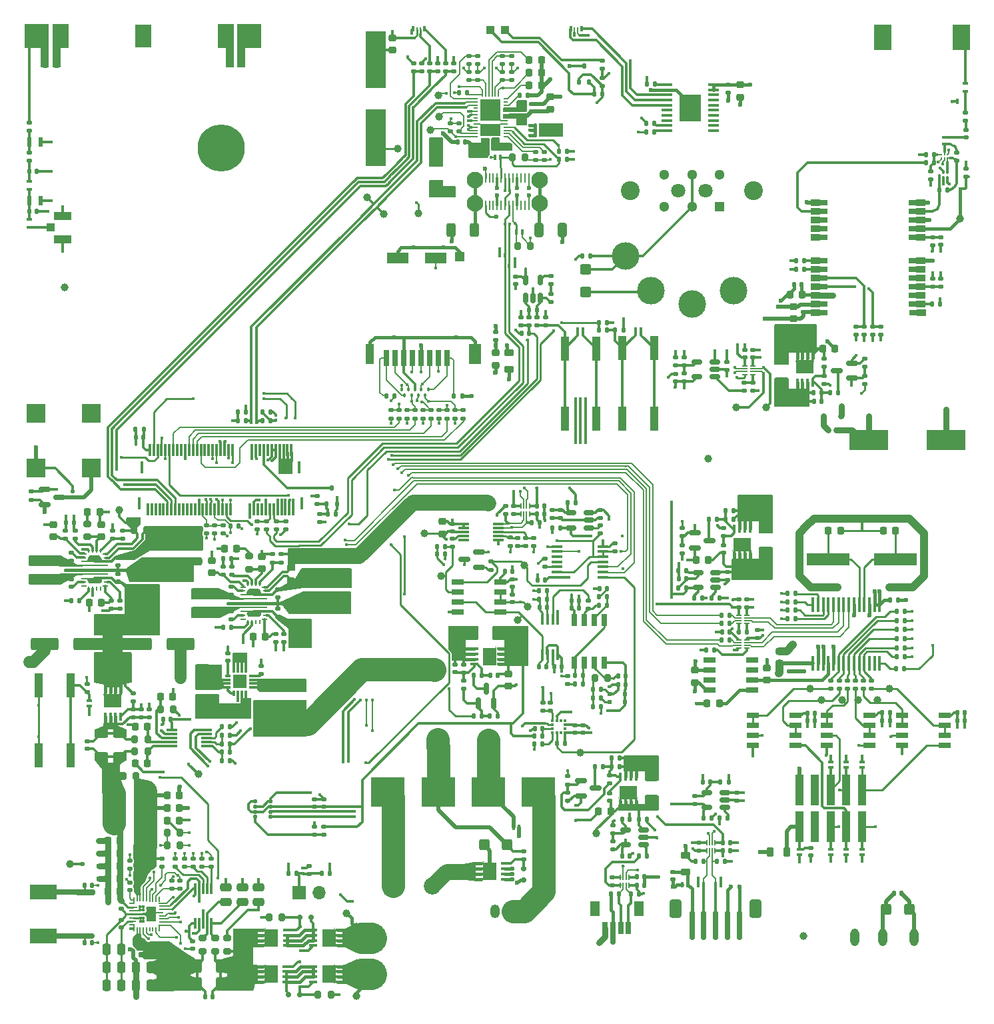
<source format=gbr>
%TF.GenerationSoftware,KiCad,Pcbnew,9.0.0*%
%TF.CreationDate,2025-03-07T13:19:32+01:00*%
%TF.ProjectId,Flatburn_V4,466c6174-6275-4726-9e5f-56342e6b6963,1*%
%TF.SameCoordinates,Original*%
%TF.FileFunction,Copper,L1,Top*%
%TF.FilePolarity,Positive*%
%FSLAX46Y46*%
G04 Gerber Fmt 4.6, Leading zero omitted, Abs format (unit mm)*
G04 Created by KiCad (PCBNEW 9.0.0) date 2025-03-07 13:19:32*
%MOMM*%
%LPD*%
G01*
G04 APERTURE LIST*
G04 Aperture macros list*
%AMRoundRect*
0 Rectangle with rounded corners*
0 $1 Rounding radius*
0 $2 $3 $4 $5 $6 $7 $8 $9 X,Y pos of 4 corners*
0 Add a 4 corners polygon primitive as box body*
4,1,4,$2,$3,$4,$5,$6,$7,$8,$9,$2,$3,0*
0 Add four circle primitives for the rounded corners*
1,1,$1+$1,$2,$3*
1,1,$1+$1,$4,$5*
1,1,$1+$1,$6,$7*
1,1,$1+$1,$8,$9*
0 Add four rect primitives between the rounded corners*
20,1,$1+$1,$2,$3,$4,$5,0*
20,1,$1+$1,$4,$5,$6,$7,0*
20,1,$1+$1,$6,$7,$8,$9,0*
20,1,$1+$1,$8,$9,$2,$3,0*%
%AMFreePoly0*
4,1,17,1.503536,1.503536,1.505000,1.500000,1.505000,-4.000000,1.503536,-4.003536,1.500000,-4.005000,0.500000,-4.005000,0.496464,-4.003536,0.495000,-4.000000,0.495000,-1.505000,-1.500000,-1.505000,-1.503536,-1.503536,-1.505000,-1.500000,-1.505000,1.500000,-1.503536,1.503536,-1.500000,1.505000,1.500000,1.505000,1.503536,1.503536,1.503536,1.503536,$1*%
%AMFreePoly1*
4,1,17,1.003536,1.503536,1.005000,1.500000,1.005000,-1.500000,1.003536,-1.503536,1.000000,-1.505000,0.005000,-1.505000,0.005000,-4.000000,0.003536,-4.003536,0.000000,-4.005000,-1.000000,-4.005000,-1.003536,-4.003536,-1.005000,-4.000000,-1.005000,1.500000,-1.003536,1.503536,-1.000000,1.505000,1.000000,1.505000,1.003536,1.503536,1.003536,1.503536,$1*%
%AMFreePoly2*
4,1,17,1.003536,1.503536,1.005000,1.500000,1.005000,-4.000000,1.003536,-4.003536,1.000000,-4.005000,0.000000,-4.005000,-0.003536,-4.003536,-0.005000,-4.000000,-0.005000,-1.505000,-1.000000,-1.505000,-1.003536,-1.503536,-1.005000,-1.500000,-1.005000,1.500000,-1.003536,1.503536,-1.000000,1.505000,1.000000,1.505000,1.003536,1.503536,1.003536,1.503536,$1*%
%AMFreePoly3*
4,1,17,1.503536,1.503536,1.505000,1.500000,1.505000,-1.500000,1.503536,-1.503536,1.500000,-1.505000,-0.495000,-1.505000,-0.495000,-4.000000,-0.496464,-4.003536,-0.500000,-4.005000,-1.500000,-4.005000,-1.503536,-4.003536,-1.505000,-4.000000,-1.505000,1.500000,-1.503536,1.503536,-1.500000,1.505000,1.500000,1.505000,1.503536,1.503536,1.503536,1.503536,$1*%
%AMFreePoly4*
4,1,9,0.616500,0.298453,1.511850,0.298453,1.511850,-0.298447,0.616500,-0.298447,0.616500,-0.400047,-0.590000,-0.400047,-0.590000,0.400053,0.616500,0.400053,0.616500,0.298453,0.616500,0.298453,$1*%
%AMFreePoly5*
4,1,9,0.603250,0.298450,1.498600,0.298450,1.498600,-0.298450,0.603250,-0.298450,0.603250,-0.400050,-0.603250,-0.400050,-0.603250,0.400050,0.603250,0.400050,0.603250,0.298450,0.603250,0.298450,$1*%
%AMFreePoly6*
4,1,9,0.603250,0.298449,1.498600,0.298449,1.498600,-0.298451,0.603250,-0.298451,0.603250,-0.400001,-0.603250,-0.400001,-0.603250,0.400049,0.603250,0.400049,0.603250,0.298449,0.603250,0.298449,$1*%
%AMFreePoly7*
4,1,9,0.603250,-0.400050,-0.603250,-0.400050,-0.603250,-0.298450,-1.498600,-0.298450,-1.498600,0.298450,-0.603250,0.298450,-0.603250,0.400050,0.603250,0.400050,0.603250,-0.400050,0.603250,-0.400050,$1*%
%AMFreePoly8*
4,1,9,0.603250,-0.400001,-0.603250,-0.400001,-0.603250,-0.298450,-1.498600,-0.298450,-1.498600,0.298450,-0.603250,0.298450,-0.603250,0.400050,0.603250,0.400050,0.603250,-0.400001,0.603250,-0.400001,$1*%
G04 Aperture macros list end*
%TA.AperFunction,SMDPad,CuDef*%
%ADD10RoundRect,0.150000X0.200000X-0.150000X0.200000X0.150000X-0.200000X0.150000X-0.200000X-0.150000X0*%
%TD*%
%TA.AperFunction,SMDPad,CuDef*%
%ADD11RoundRect,0.140000X-0.170000X0.140000X-0.170000X-0.140000X0.170000X-0.140000X0.170000X0.140000X0*%
%TD*%
%TA.AperFunction,SMDPad,CuDef*%
%ADD12RoundRect,0.225000X0.250000X-0.225000X0.250000X0.225000X-0.250000X0.225000X-0.250000X-0.225000X0*%
%TD*%
%TA.AperFunction,SMDPad,CuDef*%
%ADD13C,1.000000*%
%TD*%
%TA.AperFunction,SMDPad,CuDef*%
%ADD14RoundRect,0.135000X-0.135000X-0.185000X0.135000X-0.185000X0.135000X0.185000X-0.135000X0.185000X0*%
%TD*%
%TA.AperFunction,SMDPad,CuDef*%
%ADD15RoundRect,0.150000X-0.587500X-0.150000X0.587500X-0.150000X0.587500X0.150000X-0.587500X0.150000X0*%
%TD*%
%TA.AperFunction,SMDPad,CuDef*%
%ADD16RoundRect,0.218750X-0.381250X0.218750X-0.381250X-0.218750X0.381250X-0.218750X0.381250X0.218750X0*%
%TD*%
%TA.AperFunction,SMDPad,CuDef*%
%ADD17RoundRect,0.225000X-0.225000X-0.250000X0.225000X-0.250000X0.225000X0.250000X-0.225000X0.250000X0*%
%TD*%
%TA.AperFunction,SMDPad,CuDef*%
%ADD18RoundRect,0.200000X0.275000X-0.200000X0.275000X0.200000X-0.275000X0.200000X-0.275000X-0.200000X0*%
%TD*%
%TA.AperFunction,SMDPad,CuDef*%
%ADD19RoundRect,0.135000X-0.185000X0.135000X-0.185000X-0.135000X0.185000X-0.135000X0.185000X0.135000X0*%
%TD*%
%TA.AperFunction,SMDPad,CuDef*%
%ADD20RoundRect,0.250000X0.400000X0.450000X-0.400000X0.450000X-0.400000X-0.450000X0.400000X-0.450000X0*%
%TD*%
%TA.AperFunction,SMDPad,CuDef*%
%ADD21RoundRect,0.140000X-0.140000X-0.170000X0.140000X-0.170000X0.140000X0.170000X-0.140000X0.170000X0*%
%TD*%
%TA.AperFunction,SMDPad,CuDef*%
%ADD22RoundRect,0.250000X0.625000X-0.312500X0.625000X0.312500X-0.625000X0.312500X-0.625000X-0.312500X0*%
%TD*%
%TA.AperFunction,SMDPad,CuDef*%
%ADD23RoundRect,0.140000X0.140000X0.170000X-0.140000X0.170000X-0.140000X-0.170000X0.140000X-0.170000X0*%
%TD*%
%TA.AperFunction,SMDPad,CuDef*%
%ADD24RoundRect,0.135000X0.185000X-0.135000X0.185000X0.135000X-0.185000X0.135000X-0.185000X-0.135000X0*%
%TD*%
%TA.AperFunction,SMDPad,CuDef*%
%ADD25RoundRect,0.250000X0.250000X0.475000X-0.250000X0.475000X-0.250000X-0.475000X0.250000X-0.475000X0*%
%TD*%
%TA.AperFunction,SMDPad,CuDef*%
%ADD26RoundRect,0.225000X-0.250000X0.225000X-0.250000X-0.225000X0.250000X-0.225000X0.250000X0.225000X0*%
%TD*%
%TA.AperFunction,SMDPad,CuDef*%
%ADD27RoundRect,0.140000X0.170000X-0.140000X0.170000X0.140000X-0.170000X0.140000X-0.170000X-0.140000X0*%
%TD*%
%TA.AperFunction,SMDPad,CuDef*%
%ADD28RoundRect,0.250000X-0.625000X0.312500X-0.625000X-0.312500X0.625000X-0.312500X0.625000X0.312500X0*%
%TD*%
%TA.AperFunction,SMDPad,CuDef*%
%ADD29R,0.400000X0.700000*%
%TD*%
%TA.AperFunction,SMDPad,CuDef*%
%ADD30RoundRect,0.150000X0.587500X0.150000X-0.587500X0.150000X-0.587500X-0.150000X0.587500X-0.150000X0*%
%TD*%
%TA.AperFunction,SMDPad,CuDef*%
%ADD31R,4.900000X2.500000*%
%TD*%
%TA.AperFunction,SMDPad,CuDef*%
%ADD32R,0.199999X0.750000*%
%TD*%
%TA.AperFunction,SMDPad,CuDef*%
%ADD33R,0.699998X0.199999*%
%TD*%
%TA.AperFunction,SMDPad,CuDef*%
%ADD34R,0.200000X0.599999*%
%TD*%
%TA.AperFunction,SMDPad,CuDef*%
%ADD35R,0.199996X0.700000*%
%TD*%
%TA.AperFunction,SMDPad,CuDef*%
%ADD36R,0.700000X0.200000*%
%TD*%
%TA.AperFunction,SMDPad,CuDef*%
%ADD37R,0.599999X0.200000*%
%TD*%
%TA.AperFunction,SMDPad,CuDef*%
%ADD38R,0.699999X0.200000*%
%TD*%
%TA.AperFunction,SMDPad,CuDef*%
%ADD39R,0.199999X0.699998*%
%TD*%
%TA.AperFunction,SMDPad,CuDef*%
%ADD40R,0.200000X0.700001*%
%TD*%
%TA.AperFunction,SMDPad,CuDef*%
%ADD41R,0.200000X0.650001*%
%TD*%
%TA.AperFunction,SMDPad,CuDef*%
%ADD42R,0.200000X0.680001*%
%TD*%
%TA.AperFunction,SMDPad,CuDef*%
%ADD43R,0.699998X0.200000*%
%TD*%
%TA.AperFunction,SMDPad,CuDef*%
%ADD44R,0.199998X0.749998*%
%TD*%
%TA.AperFunction,SMDPad,CuDef*%
%ADD45R,1.000000X0.200000*%
%TD*%
%TA.AperFunction,SMDPad,CuDef*%
%ADD46R,0.950001X0.200000*%
%TD*%
%TA.AperFunction,SMDPad,CuDef*%
%ADD47R,0.300000X0.700000*%
%TD*%
%TA.AperFunction,SMDPad,CuDef*%
%ADD48R,0.250000X0.500000*%
%TD*%
%TA.AperFunction,SMDPad,CuDef*%
%ADD49RoundRect,0.200000X-0.200000X-0.275000X0.200000X-0.275000X0.200000X0.275000X-0.200000X0.275000X0*%
%TD*%
%TA.AperFunction,SMDPad,CuDef*%
%ADD50RoundRect,0.250000X0.475000X-0.250000X0.475000X0.250000X-0.475000X0.250000X-0.475000X-0.250000X0*%
%TD*%
%TA.AperFunction,ComponentPad*%
%ADD51C,3.500000*%
%TD*%
%TA.AperFunction,SMDPad,CuDef*%
%ADD52R,1.475000X0.450000*%
%TD*%
%TA.AperFunction,SMDPad,CuDef*%
%ADD53R,0.405000X0.990000*%
%TD*%
%TA.AperFunction,SMDPad,CuDef*%
%ADD54R,0.077000X0.250000*%
%TD*%
%TA.AperFunction,SMDPad,CuDef*%
%ADD55R,0.405000X0.510000*%
%TD*%
%TA.AperFunction,SMDPad,CuDef*%
%ADD56R,2.235000X1.725000*%
%TD*%
%TA.AperFunction,SMDPad,CuDef*%
%ADD57R,5.500000X1.500000*%
%TD*%
%TA.AperFunction,SMDPad,CuDef*%
%ADD58RoundRect,0.250000X-0.475000X0.250000X-0.475000X-0.250000X0.475000X-0.250000X0.475000X0.250000X0*%
%TD*%
%TA.AperFunction,SMDPad,CuDef*%
%ADD59RoundRect,0.135000X0.135000X0.185000X-0.135000X0.185000X-0.135000X-0.185000X0.135000X-0.185000X0*%
%TD*%
%TA.AperFunction,SMDPad,CuDef*%
%ADD60R,0.750000X0.190000*%
%TD*%
%TA.AperFunction,SMDPad,CuDef*%
%ADD61RoundRect,0.112500X-0.112500X-0.237500X0.112500X-0.237500X0.112500X0.237500X-0.112500X0.237500X0*%
%TD*%
%TA.AperFunction,SMDPad,CuDef*%
%ADD62R,0.450000X1.425000*%
%TD*%
%TA.AperFunction,SMDPad,CuDef*%
%ADD63RoundRect,0.218750X0.256250X-0.218750X0.256250X0.218750X-0.256250X0.218750X-0.256250X-0.218750X0*%
%TD*%
%TA.AperFunction,SMDPad,CuDef*%
%ADD64RoundRect,0.225000X0.225000X0.250000X-0.225000X0.250000X-0.225000X-0.250000X0.225000X-0.250000X0*%
%TD*%
%TA.AperFunction,SMDPad,CuDef*%
%ADD65R,2.200000X3.200000*%
%TD*%
%TA.AperFunction,SMDPad,CuDef*%
%ADD66RoundRect,0.150000X0.150000X-0.587500X0.150000X0.587500X-0.150000X0.587500X-0.150000X-0.587500X0*%
%TD*%
%TA.AperFunction,SMDPad,CuDef*%
%ADD67RoundRect,0.250000X-1.500000X-0.550000X1.500000X-0.550000X1.500000X0.550000X-1.500000X0.550000X0*%
%TD*%
%TA.AperFunction,SMDPad,CuDef*%
%ADD68RoundRect,0.250000X-0.450000X0.400000X-0.450000X-0.400000X0.450000X-0.400000X0.450000X0.400000X0*%
%TD*%
%TA.AperFunction,SMDPad,CuDef*%
%ADD69R,0.270000X1.300000*%
%TD*%
%TA.AperFunction,ComponentPad*%
%ADD70C,2.100000*%
%TD*%
%TA.AperFunction,SMDPad,CuDef*%
%ADD71R,1.050000X1.050000*%
%TD*%
%TA.AperFunction,SMDPad,CuDef*%
%ADD72R,2.200000X1.050000*%
%TD*%
%TA.AperFunction,SMDPad,CuDef*%
%ADD73R,1.500000X0.650000*%
%TD*%
%TA.AperFunction,SMDPad,CuDef*%
%ADD74R,0.540000X0.560000*%
%TD*%
%TA.AperFunction,SMDPad,CuDef*%
%ADD75R,0.990000X0.405000*%
%TD*%
%TA.AperFunction,SMDPad,CuDef*%
%ADD76R,0.250000X0.077000*%
%TD*%
%TA.AperFunction,SMDPad,CuDef*%
%ADD77R,0.510000X0.405000*%
%TD*%
%TA.AperFunction,SMDPad,CuDef*%
%ADD78R,1.725000X2.235000*%
%TD*%
%TA.AperFunction,SMDPad,CuDef*%
%ADD79R,1.400000X0.300000*%
%TD*%
%TA.AperFunction,SMDPad,CuDef*%
%ADD80R,0.700000X0.400000*%
%TD*%
%TA.AperFunction,SMDPad,CuDef*%
%ADD81R,4.240000X3.810000*%
%TD*%
%TA.AperFunction,SMDPad,CuDef*%
%ADD82R,3.400000X0.980000*%
%TD*%
%TA.AperFunction,SMDPad,CuDef*%
%ADD83RoundRect,0.056250X-0.188750X-0.168750X0.188750X-0.168750X0.188750X0.168750X-0.188750X0.168750X0*%
%TD*%
%TA.AperFunction,SMDPad,CuDef*%
%ADD84R,0.190000X0.750000*%
%TD*%
%TA.AperFunction,SMDPad,CuDef*%
%ADD85RoundRect,0.250001X-0.499999X-0.899999X0.499999X-0.899999X0.499999X0.899999X-0.499999X0.899999X0*%
%TD*%
%TA.AperFunction,SMDPad,CuDef*%
%ADD86RoundRect,0.175000X-0.175000X-1.675000X0.175000X-1.675000X0.175000X1.675000X-0.175000X1.675000X0*%
%TD*%
%TA.AperFunction,SMDPad,CuDef*%
%ADD87RoundRect,0.150000X0.512500X0.150000X-0.512500X0.150000X-0.512500X-0.150000X0.512500X-0.150000X0*%
%TD*%
%TA.AperFunction,SMDPad,CuDef*%
%ADD88R,0.700000X2.000000*%
%TD*%
%TA.AperFunction,SMDPad,CuDef*%
%ADD89R,2.700000X1.400000*%
%TD*%
%TA.AperFunction,SMDPad,CuDef*%
%ADD90R,1.000000X2.600000*%
%TD*%
%TA.AperFunction,SMDPad,CuDef*%
%ADD91R,1.200000X1.200000*%
%TD*%
%TA.AperFunction,SMDPad,CuDef*%
%ADD92R,1.500000X2.600000*%
%TD*%
%TA.AperFunction,ComponentPad*%
%ADD93R,1.700000X1.700000*%
%TD*%
%TA.AperFunction,ComponentPad*%
%ADD94O,1.700000X1.700000*%
%TD*%
%TA.AperFunction,SMDPad,CuDef*%
%ADD95R,0.650000X1.500000*%
%TD*%
%TA.AperFunction,SMDPad,CuDef*%
%ADD96R,0.200000X0.550000*%
%TD*%
%TA.AperFunction,SMDPad,CuDef*%
%ADD97R,0.550000X0.200000*%
%TD*%
%TA.AperFunction,SMDPad,CuDef*%
%ADD98R,0.200000X0.350000*%
%TD*%
%TA.AperFunction,SMDPad,CuDef*%
%ADD99R,0.350000X0.200000*%
%TD*%
%TA.AperFunction,SMDPad,CuDef*%
%ADD100R,2.650000X2.720000*%
%TD*%
%TA.AperFunction,SMDPad,CuDef*%
%ADD101R,2.650000X1.530000*%
%TD*%
%TA.AperFunction,SMDPad,CuDef*%
%ADD102R,1.100000X0.200000*%
%TD*%
%TA.AperFunction,SMDPad,CuDef*%
%ADD103R,0.200000X0.600000*%
%TD*%
%TA.AperFunction,SMDPad,CuDef*%
%ADD104FreePoly0,0.000000*%
%TD*%
%TA.AperFunction,SMDPad,CuDef*%
%ADD105FreePoly1,0.000000*%
%TD*%
%TA.AperFunction,SMDPad,CuDef*%
%ADD106R,2.000000X3.000000*%
%TD*%
%TA.AperFunction,SMDPad,CuDef*%
%ADD107FreePoly2,0.000000*%
%TD*%
%TA.AperFunction,SMDPad,CuDef*%
%ADD108FreePoly3,0.000000*%
%TD*%
%TA.AperFunction,SMDPad,CuDef*%
%ADD109R,0.600000X0.350000*%
%TD*%
%TA.AperFunction,SMDPad,CuDef*%
%ADD110R,1.100000X1.700000*%
%TD*%
%TA.AperFunction,ComponentPad*%
%ADD111O,1.108000X2.216000*%
%TD*%
%TA.AperFunction,SMDPad,CuDef*%
%ADD112R,1.020000X3.900000*%
%TD*%
%TA.AperFunction,ComponentPad*%
%ADD113R,2.175000X2.175000*%
%TD*%
%TA.AperFunction,ComponentPad*%
%ADD114C,2.175000*%
%TD*%
%TA.AperFunction,SMDPad,CuDef*%
%ADD115RoundRect,0.125000X-0.125000X-0.125000X0.125000X-0.125000X0.125000X0.125000X-0.125000X0.125000X0*%
%TD*%
%TA.AperFunction,SMDPad,CuDef*%
%ADD116R,3.400000X1.850000*%
%TD*%
%TA.AperFunction,SMDPad,CuDef*%
%ADD117RoundRect,0.250000X-0.325000X-0.650000X0.325000X-0.650000X0.325000X0.650000X-0.325000X0.650000X0*%
%TD*%
%TA.AperFunction,SMDPad,CuDef*%
%ADD118RoundRect,0.150000X0.150000X0.200000X-0.150000X0.200000X-0.150000X-0.200000X0.150000X-0.200000X0*%
%TD*%
%TA.AperFunction,SMDPad,CuDef*%
%ADD119RoundRect,0.250000X0.312500X0.625000X-0.312500X0.625000X-0.312500X-0.625000X0.312500X-0.625000X0*%
%TD*%
%TA.AperFunction,SMDPad,CuDef*%
%ADD120R,2.489200X2.489200*%
%TD*%
%TA.AperFunction,SMDPad,CuDef*%
%ADD121R,0.410000X0.660000*%
%TD*%
%TA.AperFunction,SMDPad,CuDef*%
%ADD122R,0.250000X0.600000*%
%TD*%
%TA.AperFunction,SMDPad,CuDef*%
%ADD123R,0.650000X0.250000*%
%TD*%
%TA.AperFunction,SMDPad,CuDef*%
%ADD124R,0.600000X0.250000*%
%TD*%
%TA.AperFunction,SMDPad,CuDef*%
%ADD125R,3.400000X0.250000*%
%TD*%
%TA.AperFunction,SMDPad,CuDef*%
%ADD126R,0.525000X0.250000*%
%TD*%
%TA.AperFunction,SMDPad,CuDef*%
%ADD127R,2.350000X0.330000*%
%TD*%
%TA.AperFunction,ComponentPad*%
%ADD128RoundRect,0.250000X0.350000X0.625000X-0.350000X0.625000X-0.350000X-0.625000X0.350000X-0.625000X0*%
%TD*%
%TA.AperFunction,ComponentPad*%
%ADD129O,1.200000X1.750000*%
%TD*%
%TA.AperFunction,SMDPad,CuDef*%
%ADD130R,0.270000X0.345000*%
%TD*%
%TA.AperFunction,SMDPad,CuDef*%
%ADD131RoundRect,0.075000X-0.075000X0.175000X-0.075000X-0.175000X0.075000X-0.175000X0.075000X0.175000X0*%
%TD*%
%TA.AperFunction,SMDPad,CuDef*%
%ADD132RoundRect,0.200000X0.200000X0.275000X-0.200000X0.275000X-0.200000X-0.275000X0.200000X-0.275000X0*%
%TD*%
%TA.AperFunction,SMDPad,CuDef*%
%ADD133RoundRect,0.218750X0.218750X0.381250X-0.218750X0.381250X-0.218750X-0.381250X0.218750X-0.381250X0*%
%TD*%
%TA.AperFunction,SMDPad,CuDef*%
%ADD134R,1.000000X3.100000*%
%TD*%
%TA.AperFunction,SMDPad,CuDef*%
%ADD135R,0.660000X0.410000*%
%TD*%
%TA.AperFunction,SMDPad,CuDef*%
%ADD136RoundRect,0.250000X1.500000X0.550000X-1.500000X0.550000X-1.500000X-0.550000X1.500000X-0.550000X0*%
%TD*%
%TA.AperFunction,ComponentPad*%
%ADD137C,2.400000*%
%TD*%
%TA.AperFunction,ComponentPad*%
%ADD138C,1.800000*%
%TD*%
%TA.AperFunction,ComponentPad*%
%ADD139R,1.300000X1.300000*%
%TD*%
%TA.AperFunction,ComponentPad*%
%ADD140C,1.300000*%
%TD*%
%TA.AperFunction,SMDPad,CuDef*%
%ADD141RoundRect,0.250000X1.000000X-1.500000X1.000000X1.500000X-1.000000X1.500000X-1.000000X-1.500000X0*%
%TD*%
%TA.AperFunction,SMDPad,CuDef*%
%ADD142R,2.750000X3.430000*%
%TD*%
%TA.AperFunction,SMDPad,CuDef*%
%ADD143RoundRect,0.150000X-0.150000X-0.200000X0.150000X-0.200000X0.150000X0.200000X-0.150000X0.200000X0*%
%TD*%
%TA.AperFunction,SMDPad,CuDef*%
%ADD144R,1.000000X1.000000*%
%TD*%
%TA.AperFunction,SMDPad,CuDef*%
%ADD145R,0.450000X1.850000*%
%TD*%
%TA.AperFunction,ComponentPad*%
%ADD146C,6.000000*%
%TD*%
%TA.AperFunction,SMDPad,CuDef*%
%ADD147R,0.250000X0.250000*%
%TD*%
%TA.AperFunction,SMDPad,CuDef*%
%ADD148R,0.300000X1.550000*%
%TD*%
%TA.AperFunction,SMDPad,CuDef*%
%ADD149FreePoly4,180.000000*%
%TD*%
%TA.AperFunction,SMDPad,CuDef*%
%ADD150FreePoly5,180.000000*%
%TD*%
%TA.AperFunction,SMDPad,CuDef*%
%ADD151FreePoly6,180.000000*%
%TD*%
%TA.AperFunction,SMDPad,CuDef*%
%ADD152FreePoly7,180.000000*%
%TD*%
%TA.AperFunction,SMDPad,CuDef*%
%ADD153FreePoly8,180.000000*%
%TD*%
%TA.AperFunction,SMDPad,CuDef*%
%ADD154R,0.800000X0.300000*%
%TD*%
%TA.AperFunction,SMDPad,CuDef*%
%ADD155R,0.300000X0.800000*%
%TD*%
%TA.AperFunction,SMDPad,CuDef*%
%ADD156R,1.700000X1.700000*%
%TD*%
%TA.AperFunction,SMDPad,CuDef*%
%ADD157R,0.300000X0.550000*%
%TD*%
%TA.AperFunction,SMDPad,CuDef*%
%ADD158R,1.295400X1.905000*%
%TD*%
%TA.AperFunction,SMDPad,CuDef*%
%ADD159R,0.660400X1.549400*%
%TD*%
%TA.AperFunction,SMDPad,CuDef*%
%ADD160R,0.570000X1.150000*%
%TD*%
%TA.AperFunction,SMDPad,CuDef*%
%ADD161R,0.376600X0.304800*%
%TD*%
%TA.AperFunction,SMDPad,CuDef*%
%ADD162R,0.304800X0.376600*%
%TD*%
%TA.AperFunction,SMDPad,CuDef*%
%ADD163R,0.300000X1.400000*%
%TD*%
%TA.AperFunction,SMDPad,CuDef*%
%ADD164RoundRect,0.150000X0.150000X-0.512500X0.150000X0.512500X-0.150000X0.512500X-0.150000X-0.512500X0*%
%TD*%
%TA.AperFunction,SMDPad,CuDef*%
%ADD165RoundRect,0.250000X-0.312500X-0.625000X0.312500X-0.625000X0.312500X0.625000X-0.312500X0.625000X0*%
%TD*%
%TA.AperFunction,SMDPad,CuDef*%
%ADD166R,0.650000X0.350000*%
%TD*%
%TA.AperFunction,ViaPad*%
%ADD167C,0.600000*%
%TD*%
%TA.AperFunction,ViaPad*%
%ADD168C,0.400000*%
%TD*%
%TA.AperFunction,Conductor*%
%ADD169C,0.350000*%
%TD*%
%TA.AperFunction,Conductor*%
%ADD170C,0.500000*%
%TD*%
%TA.AperFunction,Conductor*%
%ADD171C,0.300000*%
%TD*%
%TA.AperFunction,Conductor*%
%ADD172C,0.200000*%
%TD*%
%TA.AperFunction,Conductor*%
%ADD173C,0.100000*%
%TD*%
%TA.AperFunction,Conductor*%
%ADD174C,0.220000*%
%TD*%
%TA.AperFunction,Conductor*%
%ADD175C,0.400000*%
%TD*%
%TA.AperFunction,Conductor*%
%ADD176C,3.000000*%
%TD*%
%TA.AperFunction,Conductor*%
%ADD177C,4.000000*%
%TD*%
%TA.AperFunction,Conductor*%
%ADD178C,0.800000*%
%TD*%
%TA.AperFunction,Conductor*%
%ADD179C,1.500000*%
%TD*%
%TA.AperFunction,Conductor*%
%ADD180C,0.254000*%
%TD*%
%TA.AperFunction,Conductor*%
%ADD181C,0.250000*%
%TD*%
%TA.AperFunction,Conductor*%
%ADD182C,0.150000*%
%TD*%
%TA.AperFunction,Conductor*%
%ADD183C,0.270000*%
%TD*%
%TA.AperFunction,Conductor*%
%ADD184C,1.000000*%
%TD*%
%TA.AperFunction,Conductor*%
%ADD185C,0.203200*%
%TD*%
%TA.AperFunction,Conductor*%
%ADD186C,0.232000*%
%TD*%
%TA.AperFunction,Conductor*%
%ADD187C,0.700000*%
%TD*%
%TA.AperFunction,Conductor*%
%ADD188C,2.000000*%
%TD*%
%TA.AperFunction,Conductor*%
%ADD189C,0.240000*%
%TD*%
G04 APERTURE END LIST*
D10*
%TO.P,DZ1,1*%
%TO.N,Net-(Q1-G)*%
X129250000Y-193620000D03*
%TO.P,DZ1,2*%
%TO.N,GND_DIGITAL*%
X129250000Y-195020000D03*
%TD*%
D11*
%TO.P,C35,1*%
%TO.N,/04 - POWER 2/VSYS_CURSEN*%
X73785000Y-177380000D03*
%TO.P,C35,2*%
%TO.N,VSYS*%
X73785000Y-178340000D03*
%TD*%
D12*
%TO.P,C53,1*%
%TO.N,VSYS#*%
X99990000Y-162345000D03*
%TO.P,C53,2*%
%TO.N,GND_DIGITAL*%
X99990000Y-160795000D03*
%TD*%
D13*
%TO.P,TP25,1,1*%
%TO.N,/07 - SENSORS/3V3#_NOISE_INT*%
X129300000Y-155080000D03*
%TD*%
D14*
%TO.P,R160,1*%
%TO.N,Net-(DS1-Pad1)*%
X167920000Y-137861527D03*
%TO.P,R160,2*%
%TO.N,Net-(C115-+)*%
X168940000Y-137861527D03*
%TD*%
D13*
%TO.P,TP15,1,1*%
%TO.N,3V3_GPS*%
X165872500Y-125021527D03*
%TD*%
D15*
%TO.P,Q14,1,G*%
%TO.N,Net-(Q14-G)*%
X136452500Y-182420000D03*
%TO.P,Q14,2,S*%
%TO.N,GND_DIGITAL*%
X136452500Y-184320000D03*
%TO.P,Q14,3,D*%
%TO.N,Net-(Q14-D)*%
X138327500Y-183370000D03*
%TD*%
%TO.P,Q15,1,G*%
%TO.N,Net-(Q15-G)*%
X150995000Y-150947000D03*
%TO.P,Q15,2,S*%
%TO.N,GND_DIGITAL*%
X150995000Y-152847000D03*
%TO.P,Q15,3,D*%
%TO.N,Net-(Q15-D)*%
X152870000Y-151897000D03*
%TD*%
D16*
%TO.P,L2,1*%
%TO.N,5V#*%
X149750000Y-191907500D03*
%TO.P,L2,2*%
%TO.N,Net-(C4-Pad1)*%
X149750000Y-194032500D03*
%TD*%
D11*
%TO.P,C66,1*%
%TO.N,GND_DIGITAL*%
X77640000Y-156200000D03*
%TO.P,C66,2*%
%TO.N,VSYS#*%
X77640000Y-157160000D03*
%TD*%
D17*
%TO.P,C70,1*%
%TO.N,Net-(C70-Pad1)*%
X73795000Y-148280000D03*
%TO.P,C70,2*%
%TO.N,GND_DIGITAL*%
X75345000Y-148280000D03*
%TD*%
D18*
%TO.P,R44,1*%
%TO.N,VBUS*%
X91530000Y-204085000D03*
%TO.P,R44,2*%
%TO.N,Net-(U3-VBUS)*%
X91530000Y-202435000D03*
%TD*%
D19*
%TO.P,R19,1*%
%TO.N,Net-(U1-RESERVED_1)*%
X130700000Y-102540000D03*
%TO.P,R19,2*%
%TO.N,GND_DIGITAL*%
X130700000Y-103560000D03*
%TD*%
D20*
%TO.P,TVS2,1*%
%TO.N,VSOLAR*%
X178200000Y-198750000D03*
%TO.P,TVS2,2*%
%TO.N,GND_DIGITAL*%
X175300000Y-198750000D03*
%TD*%
D21*
%TO.P,C87,1*%
%TO.N,Net-(Q10-G)*%
X140410000Y-179570000D03*
%TO.P,C87,2*%
%TO.N,3V3*%
X141370000Y-179570000D03*
%TD*%
D19*
%TO.P,R121,1*%
%TO.N,3V3*%
X118310000Y-91270000D03*
%TO.P,R121,2*%
%TO.N,/05 - MCU/LED_R_nEN*%
X118310000Y-92290000D03*
%TD*%
D15*
%TO.P,Q16,1,G*%
%TO.N,/05 - MCU/BUZZER_PWM*%
X68342500Y-145440000D03*
%TO.P,Q16,2,S*%
%TO.N,GND_DIGITAL*%
X68342500Y-147340000D03*
%TO.P,Q16,3,D*%
%TO.N,Net-(BUZ1--)*%
X70217500Y-146390000D03*
%TD*%
D19*
%TO.P,R15,1*%
%TO.N,GND_DIGITAL*%
X122300000Y-92410000D03*
%TO.P,R15,2*%
%TO.N,/03 - POWER/ADCIN3*%
X122300000Y-93430000D03*
%TD*%
D22*
%TO.P,R80,1*%
%TO.N,3V3*%
X161972500Y-131884027D03*
%TO.P,R80,2*%
%TO.N,3V3_GPS*%
X161972500Y-128959027D03*
%TD*%
D11*
%TO.P,C49,1*%
%TO.N,Net-(U5-SW1)*%
X92030000Y-160930000D03*
%TO.P,C49,2*%
%TO.N,Net-(U5-BOOT1)*%
X92030000Y-161890000D03*
%TD*%
D23*
%TO.P,C96,1*%
%TO.N,/05 - MCU/uC_RST*%
X129880000Y-125600000D03*
%TO.P,C96,2*%
%TO.N,GND_DIGITAL*%
X128920000Y-125600000D03*
%TD*%
D19*
%TO.P,R210,1*%
%TO.N,5V#*%
X156305837Y-183905909D03*
%TO.P,R210,2*%
%TO.N,GND_DIGITAL*%
X156305837Y-184925909D03*
%TD*%
%TO.P,R102,1*%
%TO.N,Net-(Q15-G)*%
X149370000Y-152487000D03*
%TO.P,R102,2*%
%TO.N,GND_DIGITAL*%
X149370000Y-153507000D03*
%TD*%
D14*
%TO.P,R157,1*%
%TO.N,3V3_GPS*%
X163820000Y-117470000D03*
%TO.P,R157,2*%
%TO.N,Net-(MOD1-SCL{slash}SPI_CLK)*%
X164840000Y-117470000D03*
%TD*%
D17*
%TO.P,C11,1*%
%TO.N,LDO_3V3*%
X129925000Y-92520000D03*
%TO.P,C11,2*%
%TO.N,GND_DIGITAL*%
X131475000Y-92520000D03*
%TD*%
D24*
%TO.P,R29,1*%
%TO.N,/03 - POWER/REGN*%
X79140000Y-193630000D03*
%TO.P,R29,2*%
%TO.N,Net-(U2-~{INT})*%
X79140000Y-192610000D03*
%TD*%
D13*
%TO.P,TP8,1,1*%
%TO.N,/03 - POWER/VUSB_PD*%
X106700000Y-199220000D03*
%TD*%
D24*
%TO.P,R136,1*%
%TO.N,Net-(Q17-G)*%
X102942500Y-147290000D03*
%TO.P,R136,2*%
%TO.N,GND_DIGITAL*%
X102942500Y-146270000D03*
%TD*%
D19*
%TO.P,R117,1*%
%TO.N,Net-(C98-Pad1)*%
X96559603Y-149489603D03*
%TO.P,R117,2*%
%TO.N,USB_D-*%
X96559603Y-150509603D03*
%TD*%
D23*
%TO.P,C19,1*%
%TO.N,VBUS_CURSEN*%
X80535000Y-204520000D03*
%TO.P,C19,2*%
%TO.N,GND_DIGITAL*%
X79575000Y-204520000D03*
%TD*%
D25*
%TO.P,C24,1*%
%TO.N,Net-(U2-PMID)*%
X78110000Y-203795709D03*
%TO.P,C24,2*%
%TO.N,GND_DIGITAL*%
X76210000Y-203795709D03*
%TD*%
D12*
%TO.P,C64,1*%
%TO.N,VSYS#*%
X81860000Y-158295000D03*
%TO.P,C64,2*%
%TO.N,GND_DIGITAL*%
X81860000Y-156745000D03*
%TD*%
D24*
%TO.P,R168,1*%
%TO.N,Net-(MOD1-EXTINT)*%
X181170000Y-119670000D03*
%TO.P,R168,2*%
%TO.N,GND_DIGITAL*%
X181170000Y-118650000D03*
%TD*%
D23*
%TO.P,C129,1*%
%TO.N,3V3*%
X133830000Y-150300000D03*
%TO.P,C129,2*%
%TO.N,GND_DIGITAL*%
X132870000Y-150300000D03*
%TD*%
D26*
%TO.P,C89,1*%
%TO.N,3V3#*%
X127230000Y-168832500D03*
%TO.P,C89,2*%
%TO.N,GND_DIGITAL*%
X127230000Y-170382500D03*
%TD*%
D23*
%TO.P,C117,1*%
%TO.N,Net-(C115-+)*%
X164510000Y-119400000D03*
%TO.P,C117,2*%
%TO.N,GND_DIGITAL*%
X163550000Y-119400000D03*
%TD*%
D27*
%TO.P,C51,1*%
%TO.N,Net-(U5-SW2)*%
X92030000Y-158760000D03*
%TO.P,C51,2*%
%TO.N,Net-(U5-BOOT2)*%
X92030000Y-157800000D03*
%TD*%
D19*
%TO.P,R122,1*%
%TO.N,3V3*%
X116286000Y-91270000D03*
%TO.P,R122,2*%
%TO.N,/05 - MCU/LED_B_nEN*%
X116286000Y-92290000D03*
%TD*%
D14*
%TO.P,R32,1*%
%TO.N,/03 - POWER/TS*%
X103525000Y-194180000D03*
%TO.P,R32,2*%
%TO.N,GND_DIGITAL*%
X104545000Y-194180000D03*
%TD*%
D21*
%TO.P,C136,1*%
%TO.N,3V3#*%
X141215000Y-170205000D03*
%TO.P,C136,2*%
%TO.N,GND_DIGITAL*%
X142175000Y-170205000D03*
%TD*%
D14*
%TO.P,R99,1*%
%TO.N,Net-(Q12-G)*%
X124920000Y-174232500D03*
%TO.P,R99,2*%
%TO.N,GND_DIGITAL*%
X125940000Y-174232500D03*
%TD*%
D28*
%TO.P,R82,1*%
%TO.N,5V*%
X159970000Y-150409500D03*
%TO.P,R82,2*%
%TO.N,5V#*%
X159970000Y-153334500D03*
%TD*%
D13*
%TO.P,TP4,1,1*%
%TO.N,VSOLAR*%
X108000000Y-209720000D03*
%TD*%
D26*
%TO.P,C76,1*%
%TO.N,VSYS#*%
X89760802Y-170350588D03*
%TO.P,C76,2*%
%TO.N,GND_DIGITAL*%
X89760802Y-171900588D03*
%TD*%
D14*
%TO.P,R62,1*%
%TO.N,VSYS#*%
X91050000Y-162920000D03*
%TO.P,R62,2*%
%TO.N,Net-(U5-EN{slash}UVLO)*%
X92070000Y-162920000D03*
%TD*%
D29*
%TO.P,TVS22,1*%
%TO.N,Net-(PB3-Pad1)*%
X143400000Y-125190000D03*
%TO.P,TVS22,2*%
%TO.N,GND_DIGITAL*%
X144100000Y-125190000D03*
%TD*%
D30*
%TO.P,Q13,1,G*%
%TO.N,Net-(Q13-G)*%
X170910000Y-131284027D03*
%TO.P,Q13,2,S*%
%TO.N,GND_DIGITAL*%
X170910000Y-129384027D03*
%TO.P,Q13,3,D*%
%TO.N,Net-(Q13-D)*%
X169035000Y-130334027D03*
%TD*%
D31*
%TO.P,C115,1,+*%
%TO.N,Net-(C115-+)*%
X173030200Y-139150000D03*
%TO.P,C115,2,-*%
%TO.N,GND_DIGITAL*%
X182929800Y-139150000D03*
%TD*%
D23*
%TO.P,C15,1*%
%TO.N,Net-(U2-BTST1)*%
X74380000Y-203020000D03*
%TO.P,C15,2*%
%TO.N,Net-(U2-SW1)*%
X73420000Y-203020000D03*
%TD*%
D24*
%TO.P,R132,1*%
%TO.N,Net-(J10-VDD)*%
X114400000Y-136400000D03*
%TO.P,R132,2*%
%TO.N,Net-(J10-CLK)*%
X114400000Y-135380000D03*
%TD*%
D11*
%TO.P,C55,1*%
%TO.N,GND_DIGITAL*%
X97960000Y-160600000D03*
%TO.P,C55,2*%
%TO.N,VSYS#*%
X97960000Y-161560000D03*
%TD*%
D19*
%TO.P,R173,1*%
%TO.N,3V3#*%
X103830000Y-188250000D03*
%TO.P,R173,2*%
%TO.N,Net-(U15-SDO)*%
X103830000Y-189270000D03*
%TD*%
D32*
%TO.P,U2,1,STAT*%
%TO.N,/03 - POWER/STAT*%
X79670001Y-201193208D03*
D33*
X79420000Y-200718207D03*
D34*
%TO.P,U2,2,VBUS*%
%TO.N,VBUS_CURSEN*%
X80070000Y-201268207D03*
%TO.P,U2,3,VBUS*%
X80469999Y-201268207D03*
%TO.P,U2,4,BTST1*%
%TO.N,Net-(U2-BTST1)*%
X80870001Y-201268207D03*
%TO.P,U2,5,REGN*%
%TO.N,/03 - POWER/REGN*%
X81270000Y-201268207D03*
%TO.P,U2,6,D+*%
%TO.N,unconnected-(U2-D+-Pad6)*%
X81669999Y-201268207D03*
%TO.P,U2,7,D-*%
%TO.N,unconnected-(U2-D--Pad7)*%
X82070001Y-201268207D03*
%TO.P,U2,8,VAC2*%
%TO.N,/03 - POWER/VUSB_PD*%
X82470000Y-201268207D03*
D35*
%TO.P,U2,9,VAC1*%
%TO.N,VSOLAR*%
X82870000Y-201218208D03*
D36*
X83120000Y-200768208D03*
D37*
%TO.P,U2,10,ACDRV2*%
%TO.N,Net-(U2-ACDRV2)*%
X83169999Y-200368209D03*
%TO.P,U2,11,ACDRV1*%
%TO.N,Net-(U2-ACDRV1)*%
X83169999Y-199968207D03*
%TO.P,U2,12,~{QON}*%
%TO.N,Net-(U2-~{QON})*%
X83169999Y-199568208D03*
%TO.P,U2,13,~{CE}*%
%TO.N,GND_DIGITAL*%
X83169999Y-199168208D03*
%TO.P,U2,14,SCL*%
%TO.N,I2C_SCL*%
X83169999Y-198768209D03*
%TO.P,U2,15,SDA*%
%TO.N,I2C_SDA*%
X83169999Y-198368207D03*
D38*
%TO.P,U2,16,TS*%
%TO.N,/03 - POWER/TS*%
X83120000Y-197968208D03*
D39*
X82869999Y-197518209D03*
D40*
%TO.P,U2,17,ILIM_HIZ*%
%TO.N,/03 - POWER/ILIM_HIZ*%
X82470000Y-197518209D03*
D41*
%TO.P,U2,18,BATP*%
%TO.N,Net-(U2-BATP)*%
X82069998Y-197493208D03*
D42*
%TO.P,U2,19,BTST2*%
%TO.N,Net-(U2-BTST2)*%
X81669999Y-197508209D03*
D34*
%TO.P,U2,20,PROG*%
%TO.N,Net-(U2-PROG)*%
X81270000Y-197468209D03*
%TO.P,U2,21,~{INT}*%
%TO.N,Net-(U2-~{INT})*%
X80870001Y-197468209D03*
%TO.P,U2,22,BAT*%
%TO.N,VBAT*%
X80469999Y-197468209D03*
%TO.P,U2,23,BAT*%
X80070000Y-197468209D03*
D43*
%TO.P,U2,24,SDRV*%
%TO.N,Net-(U2-SDRV)*%
X79420000Y-198018208D03*
D44*
X79670000Y-197543209D03*
D45*
%TO.P,U2,25,SYS*%
%TO.N,VSYS*%
X79570001Y-198468207D03*
%TO.P,U2,26,SW2*%
%TO.N,Net-(U2-SW2)*%
X79570001Y-198918209D03*
%TO.P,U2,27,GND*%
%TO.N,GND_DIGITAL*%
X79570001Y-199368208D03*
%TO.P,U2,28,SW1*%
%TO.N,Net-(U2-SW1)*%
X79570001Y-199818207D03*
D46*
%TO.P,U2,29,PMID*%
%TO.N,Net-(U2-PMID)*%
X79545000Y-200268209D03*
%TD*%
D24*
%TO.P,R66,1*%
%TO.N,Net-(U6-FB)*%
X77006667Y-151700000D03*
%TO.P,R66,2*%
%TO.N,GND_DIGITAL*%
X77006667Y-150680000D03*
%TD*%
D11*
%TO.P,C98,1*%
%TO.N,Net-(C98-Pad1)*%
X95380000Y-149499603D03*
%TO.P,C98,2*%
%TO.N,GND_DIGITAL*%
X95380000Y-150459603D03*
%TD*%
D12*
%TO.P,C57,1*%
%TO.N,Net-(U5-VCC)*%
X89560000Y-155985000D03*
%TO.P,C57,2*%
%TO.N,GND_DIGITAL*%
X89560000Y-154435000D03*
%TD*%
D24*
%TO.P,R96,1*%
%TO.N,EN_3V3_GPS*%
X172572500Y-132031527D03*
%TO.P,R96,2*%
%TO.N,Net-(Q13-G)*%
X172572500Y-131011527D03*
%TD*%
%TO.P,R196,1*%
%TO.N,3V3#*%
X130470000Y-152610000D03*
%TO.P,R196,2*%
%TO.N,Net-(U23-ADDR)*%
X130470000Y-151590000D03*
%TD*%
D47*
%TO.P,LD3,1,B*%
%TO.N,Net-(LD3-B)*%
X135180000Y-86910000D03*
D48*
%TO.P,LD3,2,A*%
%TO.N,3V3*%
X135655000Y-87010000D03*
%TO.P,LD3,3,R*%
%TO.N,Net-(LD3-R)*%
X136105000Y-87010000D03*
D47*
%TO.P,LD3,4,G*%
%TO.N,Net-(LD3-G)*%
X136580000Y-86910000D03*
%TD*%
D19*
%TO.P,R76,1*%
%TO.N,Net-(U6-DITH{slash}SYNC)*%
X76830000Y-159530000D03*
%TO.P,R76,2*%
%TO.N,GND_DIGITAL*%
X76830000Y-160550000D03*
%TD*%
D49*
%TO.P,R35,1*%
%TO.N,Net-(U2-PROG)*%
X83875000Y-190620000D03*
%TO.P,R35,2*%
%TO.N,GND_DIGITAL*%
X85525000Y-190620000D03*
%TD*%
D14*
%TO.P,R63,1*%
%TO.N,VSYS#*%
X71720000Y-159580000D03*
%TO.P,R63,2*%
%TO.N,Net-(U6-EN{slash}UVLO)*%
X72740000Y-159580000D03*
%TD*%
D27*
%TO.P,C106,1*%
%TO.N,Net-(C106-Pad1)*%
X66410000Y-103640000D03*
%TO.P,C106,2*%
%TO.N,Net-(C106-Pad2)*%
X66410000Y-102680000D03*
%TD*%
D23*
%TO.P,C135,1*%
%TO.N,Net-(U20-IN2)*%
X132165000Y-160428000D03*
%TO.P,C135,2*%
%TO.N,GND_DIGITAL*%
X131205000Y-160428000D03*
%TD*%
D13*
%TO.P,TP28,1,1*%
%TO.N,/07 - SENSORS/NOISE_REF*%
X118700000Y-156390000D03*
%TD*%
D21*
%TO.P,C81,1*%
%TO.N,Net-(Q8-G)*%
X124950000Y-169032500D03*
%TO.P,C81,2*%
%TO.N,3V3#*%
X125910000Y-169032500D03*
%TD*%
D50*
%TO.P,C41,1*%
%TO.N,Net-(U3-VBUS)*%
X95510000Y-197820000D03*
%TO.P,C41,2*%
%TO.N,GND_DIGITAL*%
X95510000Y-195920000D03*
%TD*%
D25*
%TO.P,C26,1*%
%TO.N,Net-(U2-PMID)*%
X78110000Y-208425709D03*
%TO.P,C26,2*%
%TO.N,GND_DIGITAL*%
X76210000Y-208425709D03*
%TD*%
D14*
%TO.P,R193,1*%
%TO.N,Net-(C141-Pad1)*%
X138790000Y-159080286D03*
%TO.P,R193,2*%
%TO.N,Net-(U19B-INB-)*%
X139810000Y-159080286D03*
%TD*%
D51*
%TO.P,SW1,1,1*%
%TO.N,unconnected-(SW1-Pad1)*%
X150626207Y-121909997D03*
%TO.P,SW1,2,2*%
%TO.N,GND_DIGITAL*%
X145399612Y-120215807D03*
%TO.P,SW1,3,3*%
%TO.N,Net-(R53-Pad2)*%
X142167028Y-115773063D03*
%TO.P,SW1,10,10*%
%TO.N,unconnected-(SW1-Pad10)*%
X155850431Y-120208511D03*
%TD*%
D14*
%TO.P,R153,1*%
%TO.N,Net-(MOD1-RF_IN)*%
X182031000Y-107431600D03*
%TO.P,R153,2*%
%TO.N,Net-(U12-AO)*%
X183051000Y-107431600D03*
%TD*%
%TO.P,R245,1*%
%TO.N,ADC_SPI_MOSI*%
X154360251Y-162405644D03*
%TO.P,R245,2*%
%TO.N,Net-(U27-A2)*%
X155380251Y-162405644D03*
%TD*%
D52*
%TO.P,U14,1,1Y*%
%TO.N,/07 - SENSORS/ACC_I2C_INT*%
X139298000Y-156560000D03*
%TO.P,U14,2,1Z*%
%TO.N,IMU_INT*%
X139298000Y-155910000D03*
%TO.P,U14,3,2Z*%
%TO.N,NOISE_INT*%
X139298000Y-155260000D03*
%TO.P,U14,4,2Y*%
%TO.N,/07 - SENSORS/3V3#_NOISE_INT*%
X139298000Y-154610000D03*
%TO.P,U14,5,2E*%
%TO.N,/07 - SENSORS/3V3#_SWITCH_EN*%
X139298000Y-153960000D03*
%TO.P,U14,6,3E*%
X139298000Y-153310000D03*
%TO.P,U14,7,GND*%
%TO.N,GND_DIGITAL*%
X139298000Y-152660000D03*
%TO.P,U14,8,3Y*%
%TO.N,/07 - SENSORS/3V3#_NOISE_AN*%
X133422000Y-152660000D03*
%TO.P,U14,9,3Z*%
%TO.N,NOISE_AN*%
X133422000Y-153310000D03*
%TO.P,U14,10,4Z*%
%TO.N,unconnected-(U14-4Z-Pad10)*%
X133422000Y-153960000D03*
%TO.P,U14,11,4Y*%
%TO.N,unconnected-(U14-4Y-Pad11)*%
X133422000Y-154610000D03*
%TO.P,U14,12,4E*%
%TO.N,Net-(U14-4E)*%
X133422000Y-155260000D03*
%TO.P,U14,13,1E*%
%TO.N,/07 - SENSORS/3V3#_SWITCH_EN*%
X133422000Y-155910000D03*
%TO.P,U14,14,VCC*%
%TO.N,3V3*%
X133422000Y-156560000D03*
%TD*%
D19*
%TO.P,R91,1*%
%TO.N,Net-(Q10-G)*%
X140090000Y-181760000D03*
%TO.P,R91,2*%
%TO.N,Net-(Q14-G)*%
X140090000Y-182780000D03*
%TD*%
D27*
%TO.P,C52,1*%
%TO.N,Net-(U6-SW2)*%
X71700000Y-154450000D03*
%TO.P,C52,2*%
%TO.N,Net-(U6-BOOT2)*%
X71700000Y-153490000D03*
%TD*%
D19*
%TO.P,R101,1*%
%TO.N,Net-(Q14-G)*%
X134790000Y-183960000D03*
%TO.P,R101,2*%
%TO.N,GND_DIGITAL*%
X134790000Y-184980000D03*
%TD*%
D24*
%TO.P,R185,1*%
%TO.N,/07 - SENSORS/3V3#_SWITCH_EN*%
X127900000Y-148510000D03*
%TO.P,R185,2*%
%TO.N,GND_DIGITAL*%
X127900000Y-147490000D03*
%TD*%
D11*
%TO.P,C4,1*%
%TO.N,Net-(C4-Pad1)*%
X148140000Y-194020000D03*
%TO.P,C4,2*%
%TO.N,GND_DIGITAL*%
X148140000Y-194980000D03*
%TD*%
D27*
%TO.P,C85,1*%
%TO.N,Net-(Q8-G)*%
X120530000Y-168632500D03*
%TO.P,C85,2*%
%TO.N,3V3*%
X120530000Y-167672500D03*
%TD*%
D24*
%TO.P,R204,1*%
%TO.N,3V3*%
X140593853Y-191105772D03*
%TO.P,R204,2*%
%TO.N,Net-(U26-IN-)*%
X140593853Y-190085772D03*
%TD*%
%TO.P,R158,1*%
%TO.N,3V3_GPS*%
X171457672Y-125776720D03*
%TO.P,R158,2*%
%TO.N,Net-(MOD1-TXD{slash}SPI_MISO)*%
X171457672Y-124756720D03*
%TD*%
D53*
%TO.P,Q7,1,S*%
%TO.N,/04 - POWER 2/VSYS_CURSEN*%
X76020000Y-174260000D03*
%TO.P,Q7,2,S*%
X76680000Y-174260000D03*
%TO.P,Q7,3,S*%
X77340000Y-174260000D03*
%TO.P,Q7,4,G*%
%TO.N,Net-(Q7-G)*%
X78000000Y-174260000D03*
D54*
%TO.P,Q7,5,D*%
%TO.N,VSYS#*%
X78164000Y-171530000D03*
D55*
X78000000Y-171150000D03*
%TO.P,Q7,6,D*%
X77340000Y-171150000D03*
%TO.P,Q7,7,D*%
X76680000Y-171150000D03*
D54*
%TO.P,Q7,8,D*%
X75856000Y-171530000D03*
D55*
X76020000Y-171150000D03*
D56*
%TO.P,Q7,9,D*%
X77010000Y-172267000D03*
%TD*%
D57*
%TO.P,Y1,1,1*%
%TO.N,Net-(U33-XTAL1{slash}CLKIN)*%
X167930000Y-154300000D03*
%TO.P,Y1,2,2*%
%TO.N,Net-(U33-XTAL2)*%
X176430000Y-154300000D03*
%TD*%
D58*
%TO.P,C63,1*%
%TO.N,Net-(U5-ISP)*%
X106420000Y-156980000D03*
%TO.P,C63,2*%
%TO.N,GND_DIGITAL*%
X106420000Y-158880000D03*
%TD*%
D14*
%TO.P,R57,1*%
%TO.N,Net-(U4-A1)*%
X90830000Y-179890000D03*
%TO.P,R57,2*%
%TO.N,GND_DIGITAL*%
X91850000Y-179890000D03*
%TD*%
D24*
%TO.P,R65,1*%
%TO.N,Net-(U6-VCC)*%
X70953333Y-151700000D03*
%TO.P,R65,2*%
%TO.N,Net-(U6-MODE)*%
X70953333Y-150680000D03*
%TD*%
D13*
%TO.P,TP21,1,1*%
%TO.N,/06 - GPS-LTE/GPS_TXD*%
X160020000Y-134971527D03*
%TD*%
D53*
%TO.P,Q10,1,S*%
%TO.N,3V3*%
X143482000Y-181915000D03*
%TO.P,Q10,2,S*%
X142822000Y-181915000D03*
%TO.P,Q10,3,S*%
X142162000Y-181915000D03*
%TO.P,Q10,4,G*%
%TO.N,Net-(Q10-G)*%
X141502000Y-181915000D03*
D54*
%TO.P,Q10,5,D*%
%TO.N,3V3_QWICC*%
X141338000Y-184645000D03*
D55*
X141502000Y-185025000D03*
%TO.P,Q10,6,D*%
X142162000Y-185025000D03*
%TO.P,Q10,7,D*%
X142822000Y-185025000D03*
D54*
%TO.P,Q10,8,D*%
X143646000Y-184645000D03*
D55*
X143482000Y-185025000D03*
D56*
%TO.P,Q10,9,D*%
X142492000Y-183908000D03*
%TD*%
D19*
%TO.P,R172,1*%
%TO.N,3V3#*%
X131630000Y-172470000D03*
%TO.P,R172,2*%
%TO.N,Net-(U16-ADDR)*%
X131630000Y-173490000D03*
%TD*%
D11*
%TO.P,C166,1*%
%TO.N,5V_AN*%
X164030000Y-167550000D03*
%TO.P,C166,2*%
%TO.N,GND_DIGITAL*%
X164030000Y-168510000D03*
%TD*%
D59*
%TO.P,R187,1*%
%TO.N,Net-(U19A-INA-)*%
X136770000Y-169070000D03*
%TO.P,R187,2*%
%TO.N,Net-(U19A-OUTA)*%
X135750000Y-169070000D03*
%TD*%
D18*
%TO.P,R68,1*%
%TO.N,Net-(U5-COMP)*%
X94325585Y-155553126D03*
%TO.P,R68,2*%
%TO.N,Net-(C59-Pad1)*%
X94325585Y-153903126D03*
%TD*%
D14*
%TO.P,R95,1*%
%TO.N,EN_3V3#*%
X122820000Y-174232500D03*
%TO.P,R95,2*%
%TO.N,Net-(Q12-G)*%
X123840000Y-174232500D03*
%TD*%
D21*
%TO.P,C151,1*%
%TO.N,Net-(U26-IN-)*%
X141733853Y-187335772D03*
%TO.P,C151,2*%
%TO.N,GND_DIGITAL*%
X142693853Y-187335772D03*
%TD*%
D23*
%TO.P,C147,1*%
%TO.N,Net-(U24-IN-)*%
X152945837Y-182575909D03*
%TO.P,C147,2*%
%TO.N,GND_DIGITAL*%
X151985837Y-182575909D03*
%TD*%
D13*
%TO.P,TP2,1,1*%
%TO.N,Net-(U1-CAP_MIS)*%
X118380000Y-95350000D03*
%TD*%
D19*
%TO.P,R124,1*%
%TO.N,Net-(LD2-B)*%
X115280000Y-91270000D03*
%TO.P,R124,2*%
%TO.N,/05 - MCU/LED_B_nEN*%
X115280000Y-92290000D03*
%TD*%
D60*
%TO.P,U11,1,VCCA*%
%TO.N,3V3*%
X157300000Y-129766527D03*
%TO.P,U11,2,A1*%
%TO.N,UART_RX_GPS*%
X157300000Y-130116527D03*
%TO.P,U11,3,A2*%
%TO.N,UART_TX_GPS*%
X157300000Y-130466527D03*
%TO.P,U11,4,GND*%
%TO.N,GND_DIGITAL*%
X157300000Y-130816527D03*
%TO.P,U11,5,OE*%
%TO.N,/06 - GPS-LTE/GPS_SHIFTER_EN*%
X158300000Y-130816527D03*
%TO.P,U11,6,B2*%
%TO.N,/06 - GPS-LTE/GPS_RXD*%
X158300000Y-130466527D03*
%TO.P,U11,7,B1*%
%TO.N,/06 - GPS-LTE/GPS_TXD*%
X158300000Y-130116527D03*
%TO.P,U11,8,VCCB*%
%TO.N,3V3_GPS*%
X158300000Y-129766527D03*
%TD*%
D11*
%TO.P,C118,1*%
%TO.N,3V3_GPS*%
X164790000Y-121960000D03*
%TO.P,C118,2*%
%TO.N,GND_DIGITAL*%
X164790000Y-122920000D03*
%TD*%
D26*
%TO.P,C105,1*%
%TO.N,Net-(J10-VDD)*%
X125620000Y-128075000D03*
%TO.P,C105,2*%
%TO.N,GND_DIGITAL*%
X125620000Y-129625000D03*
%TD*%
D12*
%TO.P,C69,1*%
%TO.N,Net-(U6-COMP)*%
X75493333Y-151415000D03*
%TO.P,C69,2*%
%TO.N,GND_DIGITAL*%
X75493333Y-149865000D03*
%TD*%
D27*
%TO.P,C156,1*%
%TO.N,5V#*%
X158900000Y-164260000D03*
%TO.P,C156,2*%
%TO.N,GND_DIGITAL*%
X158900000Y-163300000D03*
%TD*%
D59*
%TO.P,R88,1*%
%TO.N,Net-(Q8-G)*%
X123840000Y-169032500D03*
%TO.P,R88,2*%
%TO.N,Net-(Q12-D)*%
X122820000Y-169032500D03*
%TD*%
D24*
%TO.P,R175,1*%
%TO.N,/07 - SENSORS/3V3#_SWITCH_EN*%
X140810000Y-153250000D03*
%TO.P,R175,2*%
%TO.N,GND_DIGITAL*%
X140810000Y-152230000D03*
%TD*%
D19*
%TO.P,R182,1*%
%TO.N,Net-(U17-IN-)*%
X132830000Y-148040000D03*
%TO.P,R182,2*%
%TO.N,GND_DIGITAL*%
X132830000Y-149060000D03*
%TD*%
%TO.P,R177,1*%
%TO.N,Net-(U17-OUT)*%
X138950000Y-149980000D03*
%TO.P,R177,2*%
%TO.N,/07 - SENSORS/3V3#_SWITCH_EN*%
X138950000Y-151000000D03*
%TD*%
D61*
%TO.P,Q17,1,G*%
%TO.N,Net-(Q17-G)*%
X104182500Y-147280000D03*
%TO.P,Q17,2,S*%
%TO.N,5V*%
X105482500Y-147280000D03*
%TO.P,Q17,3,D*%
%TO.N,/05 - MCU/VUSB_EN*%
X104832500Y-145280000D03*
%TD*%
D59*
%TO.P,R107,1*%
%TO.N,3V3*%
X97040000Y-136660000D03*
%TO.P,R107,2*%
%TO.N,I2C_SCL*%
X96020000Y-136660000D03*
%TD*%
D30*
%TO.P,Q18,1,G*%
%TO.N,Net-(Q18-G)*%
X123527500Y-155290000D03*
%TO.P,Q18,2,S*%
%TO.N,GND_DIGITAL*%
X123527500Y-153390000D03*
%TO.P,Q18,3,D*%
%TO.N,Net-(Q18-D)*%
X121652500Y-154340000D03*
%TD*%
D62*
%TO.P,U20,1,GND*%
%TO.N,GND_DIGITAL*%
X133550000Y-161966000D03*
%TO.P,U20,2,IN1*%
%TO.N,Net-(U20-IN1)*%
X132900000Y-161966000D03*
%TO.P,U20,3,IN2*%
%TO.N,Net-(U20-IN2)*%
X132250000Y-161966000D03*
%TO.P,U20,4,VSS*%
%TO.N,GND_DIGITAL*%
X131600000Y-161966000D03*
%TO.P,U20,5,VOUT*%
%TO.N,/07 - SENSORS/NOISE_DC*%
X131600000Y-166390000D03*
%TO.P,U20,6,RTN*%
%TO.N,GND_DIGITAL*%
X132250000Y-166390000D03*
%TO.P,U20,7,VDD*%
%TO.N,3V3#*%
X132900000Y-166390000D03*
%TO.P,U20,8,~{EN}*%
%TO.N,GND_DIGITAL*%
X133550000Y-166390000D03*
%TD*%
D13*
%TO.P,FID3,*%
%TO.N,*%
X164790000Y-202150000D03*
%TD*%
D23*
%TO.P,C141,1*%
%TO.N,Net-(C141-Pad1)*%
X139780000Y-158045286D03*
%TO.P,C141,2*%
%TO.N,GND_DIGITAL*%
X138820000Y-158045286D03*
%TD*%
D21*
%TO.P,C133,1*%
%TO.N,3V3#*%
X133075000Y-167898000D03*
%TO.P,C133,2*%
%TO.N,GND_DIGITAL*%
X134035000Y-167898000D03*
%TD*%
D63*
%TO.P,L16,1*%
%TO.N,5V_AN*%
X161710000Y-167537500D03*
%TO.P,L16,2*%
%TO.N,5V#*%
X161710000Y-165962500D03*
%TD*%
D64*
%TO.P,C116,1*%
%TO.N,Net-(C115-+)*%
X164605000Y-120700000D03*
%TO.P,C116,2*%
%TO.N,GND_DIGITAL*%
X163055000Y-120700000D03*
%TD*%
D13*
%TO.P,TP13,1,1*%
%TO.N,3V3*%
X102920000Y-174060000D03*
%TD*%
D59*
%TO.P,R27,1*%
%TO.N,/03 - POWER/STAT*%
X139225000Y-95245000D03*
%TO.P,R27,2*%
%TO.N,Net-(LD1-K)*%
X138205000Y-95245000D03*
%TD*%
D65*
%TO.P,ANT2,1,FEED_GNSS*%
%TO.N,Net-(ANT2-FEED_GNSS)*%
X184857500Y-87972500D03*
%TO.P,ANT2,2,NC2*%
%TO.N,unconnected-(ANT2-NC2-Pad2)*%
X174857500Y-87972500D03*
%TD*%
D66*
%TO.P,Q12,1,G*%
%TO.N,Net-(Q12-G)*%
X123480000Y-172570000D03*
%TO.P,Q12,2,S*%
%TO.N,GND_DIGITAL*%
X125380000Y-172570000D03*
%TO.P,Q12,3,D*%
%TO.N,Net-(Q12-D)*%
X124430000Y-170695000D03*
%TD*%
D19*
%TO.P,R9,1*%
%TO.N,/03 - POWER/ADCIN2*%
X126500000Y-90410000D03*
%TO.P,R9,2*%
%TO.N,LDO_3V3*%
X126500000Y-91430000D03*
%TD*%
D53*
%TO.P,Q11,1,S*%
%TO.N,5V*%
X157962000Y-150442000D03*
%TO.P,Q11,2,S*%
X157302000Y-150442000D03*
%TO.P,Q11,3,S*%
X156642000Y-150442000D03*
%TO.P,Q11,4,G*%
%TO.N,Net-(Q11-G)*%
X155982000Y-150442000D03*
D54*
%TO.P,Q11,5,D*%
%TO.N,5V#*%
X155818000Y-153172000D03*
D55*
X155982000Y-153552000D03*
%TO.P,Q11,6,D*%
X156642000Y-153552000D03*
%TO.P,Q11,7,D*%
X157302000Y-153552000D03*
D54*
%TO.P,Q11,8,D*%
X158126000Y-153172000D03*
D55*
X157962000Y-153552000D03*
D56*
%TO.P,Q11,9,D*%
X156972000Y-152435000D03*
%TD*%
D12*
%TO.P,C65,1*%
%TO.N,VSYS#*%
X80000000Y-158285000D03*
%TO.P,C65,2*%
%TO.N,GND_DIGITAL*%
X80000000Y-156735000D03*
%TD*%
D27*
%TO.P,C82,1*%
%TO.N,Net-(Q9-G)*%
X167372500Y-129801527D03*
%TO.P,C82,2*%
%TO.N,3V3_GPS*%
X167372500Y-128841527D03*
%TD*%
D67*
%TO.P,C38,1*%
%TO.N,VSYS#*%
X80230000Y-165039204D03*
%TO.P,C38,2*%
%TO.N,GND_DIGITAL*%
X85630000Y-165039204D03*
%TD*%
D68*
%TO.P,TVS20,1*%
%TO.N,Net-(R53-Pad2)*%
X137100000Y-117470000D03*
%TO.P,TVS20,2*%
%TO.N,GND_DIGITAL*%
X137100000Y-120370000D03*
%TD*%
D64*
%TO.P,C56,1*%
%TO.N,Net-(U5-DITH{slash}SYNC)*%
X96375000Y-164120000D03*
%TO.P,C56,2*%
%TO.N,GND_DIGITAL*%
X94825000Y-164120000D03*
%TD*%
D59*
%TO.P,R188,1*%
%TO.N,Net-(U20-IN2)*%
X132195000Y-158308000D03*
%TO.P,R188,2*%
%TO.N,3V3#*%
X131175000Y-158308000D03*
%TD*%
D24*
%TO.P,R229,1*%
%TO.N,/08 - SENSORS 2/SENSOR2_WE#*%
X170340000Y-170760000D03*
%TO.P,R229,2*%
%TO.N,Net-(U33-AIN2)*%
X170340000Y-169740000D03*
%TD*%
%TO.P,R197,1*%
%TO.N,3V3#*%
X127490000Y-152570000D03*
%TO.P,R197,2*%
%TO.N,Net-(U23-~{LDAC})*%
X127490000Y-151550000D03*
%TD*%
D11*
%TO.P,C50,1*%
%TO.N,Net-(U6-SW1)*%
X71700000Y-156820000D03*
%TO.P,C50,2*%
%TO.N,Net-(U6-BOOT1)*%
X71700000Y-157780000D03*
%TD*%
D69*
%TO.P,J3,A1,GND_1*%
%TO.N,GND_DIGITAL*%
X124350000Y-105860000D03*
%TO.P,J3,A2,TX1+*%
%TO.N,unconnected-(J3-TX1+-PadA2)*%
X124850000Y-105860000D03*
%TO.P,J3,A3,TX1-*%
%TO.N,unconnected-(J3-TX1--PadA3)*%
X125350000Y-105860000D03*
%TO.P,J3,A4,VBUS_1*%
%TO.N,VUSB*%
X125850000Y-105860000D03*
%TO.P,J3,A5,CC1*%
%TO.N,CC1*%
X126350000Y-105860000D03*
%TO.P,J3,A6,D+_1*%
%TO.N,USB_D+*%
X126850000Y-105860000D03*
%TO.P,J3,A7,D-_1*%
%TO.N,USB_D-*%
X127350000Y-105860000D03*
%TO.P,J3,A8,SBU1*%
%TO.N,unconnected-(J3-SBU1-PadA8)*%
X127850000Y-105860000D03*
%TO.P,J3,A9,VBUS_2*%
%TO.N,VUSB*%
X128350000Y-105860000D03*
%TO.P,J3,A10,RX2-*%
%TO.N,unconnected-(J3-RX2--PadA10)*%
X128850000Y-105860000D03*
%TO.P,J3,A11,RX2+*%
%TO.N,unconnected-(J3-RX2+-PadA11)*%
X129350000Y-105860000D03*
%TO.P,J3,A12,GND_2*%
%TO.N,GND_DIGITAL*%
X129850000Y-105860000D03*
%TO.P,J3,B1,GND_3*%
X129850000Y-109360000D03*
%TO.P,J3,B2,TX2+*%
%TO.N,unconnected-(J3-TX2+-PadB2)*%
X129350000Y-109360000D03*
%TO.P,J3,B3,TX2-*%
%TO.N,unconnected-(J3-TX2--PadB3)*%
X128850000Y-109360000D03*
%TO.P,J3,B4,VBUS_3*%
%TO.N,VUSB*%
X128350000Y-109360000D03*
%TO.P,J3,B5,CC2*%
%TO.N,CC2*%
X127850000Y-109360000D03*
%TO.P,J3,B6,D+_2*%
%TO.N,USB_D+*%
X127350000Y-109360000D03*
%TO.P,J3,B7,D-_2*%
%TO.N,USB_D-*%
X126850000Y-109360000D03*
%TO.P,J3,B8,SBU2*%
%TO.N,unconnected-(J3-SBU2-PadB8)*%
X126350000Y-109360000D03*
%TO.P,J3,B9,VBUS_4*%
%TO.N,VUSB*%
X125850000Y-109360000D03*
%TO.P,J3,B10,RX1-*%
%TO.N,unconnected-(J3-RX1--PadB10)*%
X125350000Y-109360000D03*
%TO.P,J3,B11,RX1+*%
%TO.N,unconnected-(J3-RX1+-PadB11)*%
X124850000Y-109360000D03*
%TO.P,J3,B12,GND_4*%
%TO.N,GND_DIGITAL*%
X124350000Y-109360000D03*
D70*
%TO.P,J3,MH1,MH1*%
%TO.N,Net-(C2-Pad1)*%
X123000000Y-106140000D03*
%TO.P,J3,MH2,MH2*%
X131200000Y-106140000D03*
%TO.P,J3,MH3,MH3*%
X131200000Y-109080000D03*
%TO.P,J3,MH4,MH4*%
X123000000Y-109080000D03*
%TD*%
D24*
%TO.P,R222,1*%
%TO.N,/08 - SENSORS 2/QWICC_SWITCH_EN*%
X140470000Y-195680000D03*
%TO.P,R222,2*%
%TO.N,GND_DIGITAL*%
X140470000Y-194660000D03*
%TD*%
D71*
%TO.P,J11,1,1*%
%TO.N,Net-(J11-Pad1)*%
X69065000Y-112170000D03*
D72*
%TO.P,J11,2,2*%
%TO.N,GND_DIGITAL*%
X70590000Y-110695000D03*
%TO.P,J11,3,3*%
X70590000Y-113645000D03*
%TD*%
D73*
%TO.P,U22,1,OUTA*%
%TO.N,/07 - SENSORS/3V3#_NOISE_INT*%
X120840000Y-157185000D03*
%TO.P,U22,2,INA-*%
%TO.N,/07 - SENSORS/NOISE_REF*%
X120840000Y-158455000D03*
%TO.P,U22,3,INA+*%
%TO.N,/07 - SENSORS/NOISE_DC*%
X120840000Y-159725000D03*
%TO.P,U22,4,VSS*%
%TO.N,GND_DIGITAL*%
X120840000Y-160995000D03*
%TO.P,U22,5,INB+*%
%TO.N,/07 - SENSORS/NOISE_DC*%
X126240000Y-160995000D03*
%TO.P,U22,6,INB-*%
%TO.N,/07 - SENSORS/3V3#_NOISE_AN*%
X126240000Y-159725000D03*
%TO.P,U22,7,OUTB*%
X126240000Y-158455000D03*
%TO.P,U22,8,VDD*%
%TO.N,3V3#*%
X126240000Y-157185000D03*
%TD*%
D27*
%TO.P,C126,1*%
%TO.N,3V3#*%
X135770000Y-176310000D03*
%TO.P,C126,2*%
%TO.N,GND_DIGITAL*%
X135770000Y-175350000D03*
%TD*%
D13*
%TO.P,TP29,1,1*%
%TO.N,GND_DIGITAL*%
X116620000Y-151014446D03*
%TD*%
D19*
%TO.P,R1,1*%
%TO.N,VBAT*%
X129250000Y-191360000D03*
%TO.P,R1,2*%
%TO.N,Net-(Q1-G)*%
X129250000Y-192380000D03*
%TD*%
D74*
%TO.P,U21,1,VDD*%
%TO.N,3V3#*%
X140140000Y-171410000D03*
%TO.P,U21,2,GND*%
%TO.N,GND_DIGITAL*%
X142070000Y-171410000D03*
%TO.P,U21,3,GND*%
X142070000Y-172420000D03*
%TO.P,U21,4,OUT*%
%TO.N,Net-(U21-OUT)*%
X140140000Y-172420000D03*
%TD*%
D27*
%TO.P,C6,1*%
%TO.N,VUSB*%
X131325000Y-97400000D03*
%TO.P,C6,2*%
%TO.N,GND_DIGITAL*%
X131325000Y-96440000D03*
%TD*%
D24*
%TO.P,R54,1*%
%TO.N,Net-(U3-A0)*%
X86080000Y-193321626D03*
%TO.P,R54,2*%
%TO.N,GND_DIGITAL*%
X86080000Y-192301626D03*
%TD*%
D59*
%TO.P,R85,1*%
%TO.N,3V3*%
X141400000Y-180670000D03*
%TO.P,R85,2*%
%TO.N,Net-(Q10-G)*%
X140380000Y-180670000D03*
%TD*%
D75*
%TO.P,Q2,1,S*%
%TO.N,Net-(DZ2-Pad2)*%
X102460000Y-206000000D03*
%TO.P,Q2,2,S*%
X102460000Y-206660000D03*
%TO.P,Q2,3,S*%
X102460000Y-207320000D03*
%TO.P,Q2,4,G*%
%TO.N,Net-(Q2-G)*%
X102460000Y-207980000D03*
D76*
%TO.P,Q2,5,D*%
%TO.N,VSOLAR*%
X105190000Y-208144000D03*
D77*
X105570000Y-207980000D03*
%TO.P,Q2,6,D*%
X105570000Y-207320000D03*
%TO.P,Q2,7,D*%
X105570000Y-206660000D03*
D76*
%TO.P,Q2,8,D*%
X105190000Y-205836000D03*
D77*
X105570000Y-206000000D03*
D78*
%TO.P,Q2,9,D*%
X104453000Y-206990000D03*
%TD*%
D13*
%TO.P,TP5,1,1*%
%TO.N,VSYS*%
X77020000Y-184940000D03*
%TD*%
D24*
%TO.P,R161,1*%
%TO.N,3V3_GPS*%
X181158203Y-114400000D03*
%TO.P,R161,2*%
%TO.N,Net-(MOD1-~{RESET})*%
X181158203Y-113380000D03*
%TD*%
D79*
%TO.P,U23,1,~{AUX}*%
%TO.N,3V3#*%
X126020000Y-151810000D03*
%TO.P,U23,2,~{LDAC}*%
%TO.N,Net-(U23-~{LDAC})*%
X126020000Y-151310000D03*
%TO.P,U23,3,ADDR*%
%TO.N,Net-(U23-ADDR)*%
X126020000Y-150810000D03*
%TO.P,U23,4,SCL*%
%TO.N,/07 - SENSORS/SNSR_I2C_SCL*%
X126020000Y-150310000D03*
%TO.P,U23,5,SDA*%
%TO.N,/07 - SENSORS/SNSR_I2C_SDA*%
X126020000Y-149810000D03*
%TO.P,U23,6,VDDIO*%
%TO.N,3V3#*%
X121620000Y-149810000D03*
%TO.P,U23,7,VDD*%
X121620000Y-150310000D03*
%TO.P,U23,8,GND*%
%TO.N,GND_DIGITAL*%
X121620000Y-150810000D03*
%TO.P,U23,9,OUT*%
%TO.N,Net-(U23-OUT)*%
X121620000Y-151310000D03*
%TO.P,U23,10,REF*%
%TO.N,unconnected-(U23-REF-Pad10)*%
X121620000Y-151810000D03*
%TD*%
D21*
%TO.P,C34,1*%
%TO.N,VBUS_CURSEN*%
X88730000Y-209850000D03*
%TO.P,C34,2*%
%TO.N,VBUS*%
X89690000Y-209850000D03*
%TD*%
D80*
%TO.P,TVS11,1*%
%TO.N,SENSOR2_AUX*%
X168222500Y-191105000D03*
%TO.P,TVS11,2*%
%TO.N,GND_DIGITAL*%
X168222500Y-191805000D03*
%TD*%
D26*
%TO.P,C119,1*%
%TO.N,3V3_GPS*%
X163540000Y-122225000D03*
%TO.P,C119,2*%
%TO.N,GND_DIGITAL*%
X163540000Y-123775000D03*
%TD*%
D81*
%TO.P,F2,1*%
%TO.N,Net-(J4-Pin_1)*%
X111965000Y-183820000D03*
%TO.P,F2,2*%
%TO.N,VBAT*%
X118335000Y-183820000D03*
%TD*%
D82*
%TO.P,L6,1*%
%TO.N,3V3*%
X99360802Y-172870588D03*
%TO.P,L6,2*%
%TO.N,Net-(U7-SW_1)*%
X99360802Y-170500588D03*
%TD*%
D21*
%TO.P,C9,1*%
%TO.N,CC1*%
X133720000Y-103520000D03*
%TO.P,C9,2*%
%TO.N,GND_DIGITAL*%
X134680000Y-103520000D03*
%TD*%
D17*
%TO.P,C90,1*%
%TO.N,3V3_GPS*%
X167197500Y-127521527D03*
%TO.P,C90,2*%
%TO.N,GND_DIGITAL*%
X168747500Y-127521527D03*
%TD*%
D23*
%TO.P,C101,1*%
%TO.N,Net-(C101-Pad1)*%
X80880000Y-138810000D03*
%TO.P,C101,2*%
%TO.N,GND_DIGITAL*%
X79920000Y-138810000D03*
%TD*%
D19*
%TO.P,R21,1*%
%TO.N,/03 - POWER/REGN*%
X85500000Y-195090000D03*
%TO.P,R21,2*%
%TO.N,/03 - POWER/ILIM_HIZ*%
X85500000Y-196110000D03*
%TD*%
D83*
%TO.P,U15,1,GND*%
%TO.N,GND_DIGITAL*%
X97060300Y-185055330D03*
%TO.P,U15,2,CSB*%
%TO.N,3V3#*%
X97060300Y-185705330D03*
%TO.P,U15,3,SDI*%
%TO.N,/07 - SENSORS/SNSR_I2C_SDA*%
X97060300Y-186355330D03*
%TO.P,U15,4,SCK*%
%TO.N,/07 - SENSORS/SNSR_I2C_SCL*%
X97060300Y-187005330D03*
%TO.P,U15,5,SDO*%
%TO.N,Net-(U15-SDO)*%
X95120300Y-187005330D03*
%TO.P,U15,6,VDDIO*%
%TO.N,3V3#*%
X95120300Y-186355330D03*
%TO.P,U15,7,GND*%
%TO.N,GND_DIGITAL*%
X95120300Y-185705330D03*
%TO.P,U15,8,VDD*%
%TO.N,3V3#*%
X95120300Y-185055330D03*
%TD*%
D84*
%TO.P,U29,1,VCCA*%
%TO.N,3V3*%
X142565000Y-194670000D03*
%TO.P,U29,2,A1*%
%TO.N,I2C_SCL*%
X142215000Y-194670000D03*
%TO.P,U29,3,A2*%
%TO.N,I2C_SDA*%
X141865000Y-194670000D03*
%TO.P,U29,4,GND*%
%TO.N,GND_DIGITAL*%
X141515000Y-194670000D03*
%TO.P,U29,5,OE*%
%TO.N,/08 - SENSORS 2/QWICC_SWITCH_EN*%
X141515000Y-195670000D03*
%TO.P,U29,6,B2*%
%TO.N,QWICC_I2C_SDA*%
X141865000Y-195670000D03*
%TO.P,U29,7,B1*%
%TO.N,QWICC_I2C_SCL*%
X142215000Y-195670000D03*
%TO.P,U29,8,VCCB*%
%TO.N,3V3_QWICC*%
X142565000Y-195670000D03*
%TD*%
D24*
%TO.P,R154,1*%
%TO.N,Net-(U12-AO)*%
X184281000Y-103641600D03*
%TO.P,R154,2*%
%TO.N,Net-(U12-AI)*%
X184281000Y-102621600D03*
%TD*%
D14*
%TO.P,R242,1*%
%TO.N,GND_DIGITAL*%
X162710000Y-159693333D03*
%TO.P,R242,2*%
%TO.N,Net-(U33-D3)*%
X163730000Y-159693333D03*
%TD*%
D85*
%TO.P,J6,*%
%TO.N,*%
X148550000Y-198688301D03*
X158650000Y-198688301D03*
D86*
%TO.P,J6,1,1*%
%TO.N,Net-(C4-Pad1)*%
X150600000Y-200788301D03*
%TO.P,J6,2,2*%
%TO.N,5V_I2C_SCL*%
X152100000Y-200788301D03*
%TO.P,J6,3,3*%
%TO.N,5V_I2C_SDA*%
X153600000Y-200788301D03*
%TO.P,J6,4,4*%
%TO.N,GND_DIGITAL*%
X155100000Y-200788301D03*
%TO.P,J6,5,5*%
X156600000Y-200788301D03*
%TD*%
D19*
%TO.P,R13,1*%
%TO.N,GND_DIGITAL*%
X127700000Y-92425000D03*
%TO.P,R13,2*%
%TO.N,/03 - POWER/ADCIN1*%
X127700000Y-93445000D03*
%TD*%
%TO.P,R30,1*%
%TO.N,/03 - POWER/REGN*%
X101935000Y-193210000D03*
%TO.P,R30,2*%
%TO.N,/03 - POWER/TS*%
X101935000Y-194230000D03*
%TD*%
D24*
%TO.P,R14,1*%
%TO.N,GND_DIGITAL*%
X127700000Y-91430000D03*
%TO.P,R14,2*%
%TO.N,/03 - POWER/ADCIN2*%
X127700000Y-90410000D03*
%TD*%
D59*
%TO.P,R179,1*%
%TO.N,Net-(U16-RES)*%
X131620000Y-177760000D03*
%TO.P,R179,2*%
%TO.N,GND_DIGITAL*%
X130600000Y-177760000D03*
%TD*%
D87*
%TO.P,U25,1,OUT*%
%TO.N,Net-(U25-OUT)*%
X153627500Y-157900000D03*
%TO.P,U25,2,V-*%
%TO.N,GND_DIGITAL*%
X153627500Y-156950000D03*
%TO.P,U25,3,IN+*%
%TO.N,5V#*%
X153627500Y-156000000D03*
%TO.P,U25,4,IN-*%
%TO.N,Net-(U25-IN-)*%
X151352500Y-156000000D03*
%TO.P,U25,5,V+*%
%TO.N,5V*%
X151352500Y-157900000D03*
%TD*%
D14*
%TO.P,R240,1*%
%TO.N,GND_DIGITAL*%
X162710000Y-160766667D03*
%TO.P,R240,2*%
%TO.N,Net-(U33-D1)*%
X163730000Y-160766667D03*
%TD*%
D59*
%TO.P,R213,1*%
%TO.N,Net-(U25-IN-)*%
X149904235Y-155714071D03*
%TO.P,R213,2*%
%TO.N,GND_DIGITAL*%
X148884235Y-155714071D03*
%TD*%
%TO.P,R33,1*%
%TO.N,/03 - POWER/TS*%
X100345000Y-194180000D03*
%TO.P,R33,2*%
%TO.N,GND_DIGITAL*%
X99325000Y-194180000D03*
%TD*%
D19*
%TO.P,R127,1*%
%TO.N,Net-(LD2-G)*%
X119284000Y-91280000D03*
%TO.P,R127,2*%
%TO.N,/05 - MCU/LED_G_nEN*%
X119284000Y-92300000D03*
%TD*%
D58*
%TO.P,C72,1*%
%TO.N,Net-(U6-ISP)*%
X87650000Y-152660000D03*
%TO.P,C72,2*%
%TO.N,GND_DIGITAL*%
X87650000Y-154560000D03*
%TD*%
D64*
%TO.P,C21,1*%
%TO.N,/03 - POWER/REGN*%
X85475000Y-187460000D03*
%TO.P,C21,2*%
%TO.N,GND_DIGITAL*%
X83925000Y-187460000D03*
%TD*%
D27*
%TO.P,C121,1*%
%TO.N,GPS_VCC_RF*%
X185391000Y-105671600D03*
%TO.P,C121,2*%
%TO.N,GND_DIGITAL*%
X185391000Y-104711600D03*
%TD*%
D24*
%TO.P,R31,1*%
%TO.N,Net-(PB1-Pad1)*%
X73735000Y-171145000D03*
%TO.P,R31,2*%
%TO.N,Net-(U2-~{QON})*%
X73735000Y-170125000D03*
%TD*%
D23*
%TO.P,C149,1*%
%TO.N,Net-(U25-IN-)*%
X149874235Y-156754071D03*
%TO.P,C149,2*%
%TO.N,GND_DIGITAL*%
X148914235Y-156754071D03*
%TD*%
D59*
%TO.P,R170,1*%
%TO.N,3V3#*%
X134450000Y-177660000D03*
%TO.P,R170,2*%
%TO.N,/07 - SENSORS/ACC_I2C_INT*%
X133430000Y-177660000D03*
%TD*%
D73*
%TO.P,U34,1,OUTA*%
%TO.N,/08 - SENSORS 2/SENSOR2_WE#*%
X167760000Y-174145000D03*
%TO.P,U34,2,INA-*%
X167760000Y-175415000D03*
%TO.P,U34,3,INA+*%
%TO.N,SENSOR2_WE*%
X167760000Y-176685000D03*
%TO.P,U34,4,VSS*%
%TO.N,GND_DIGITAL*%
X167760000Y-177955000D03*
%TO.P,U34,5,INB+*%
%TO.N,SENSOR2_AUX*%
X173160000Y-177955000D03*
%TO.P,U34,6,INB-*%
%TO.N,/08 - SENSORS 2/SENSOR2_AUX#*%
X173160000Y-176685000D03*
%TO.P,U34,7,OUTB*%
X173160000Y-175415000D03*
%TO.P,U34,8,VDD*%
%TO.N,5V_AN*%
X173160000Y-174145000D03*
%TD*%
D58*
%TO.P,C61,1*%
%TO.N,Net-(U5-ISP)*%
X102130000Y-156980000D03*
%TO.P,C61,2*%
%TO.N,GND_DIGITAL*%
X102130000Y-158880000D03*
%TD*%
D19*
%TO.P,R212,1*%
%TO.N,5V#*%
X155080000Y-155890000D03*
%TO.P,R212,2*%
%TO.N,GND_DIGITAL*%
X155080000Y-156910000D03*
%TD*%
D24*
%TO.P,R72,1*%
%TO.N,Net-(U6-CDC)*%
X72206667Y-151700000D03*
%TO.P,R72,2*%
%TO.N,GND_DIGITAL*%
X72206667Y-150680000D03*
%TD*%
D13*
%TO.P,TP32,1,1*%
%TO.N,/08 - SENSORS 2/SENSOR2_WE#*%
X169650000Y-172200000D03*
%TD*%
D88*
%TO.P,J10,1,DATA2*%
%TO.N,Net-(J10-DATA2)*%
X119467095Y-128692911D03*
%TO.P,J10,2,CD/DAT3*%
%TO.N,Net-(J10-CD{slash}DAT3)*%
X118367095Y-128692911D03*
%TO.P,J10,3,CMD*%
%TO.N,Net-(J10-CMD)*%
X117267095Y-128692911D03*
%TO.P,J10,4,VDD*%
%TO.N,Net-(J10-VDD)*%
X116167095Y-128692911D03*
%TO.P,J10,5,CLK*%
%TO.N,Net-(J10-CLK)*%
X115067095Y-128692911D03*
%TO.P,J10,6,VSS*%
%TO.N,GND_DIGITAL*%
X113967095Y-128692911D03*
%TO.P,J10,7,DATA0*%
%TO.N,Net-(J10-DATA0)*%
X112867095Y-128692911D03*
%TO.P,J10,8,DATA1*%
%TO.N,Net-(J10-DATA1)*%
X111767095Y-128692911D03*
D89*
%TO.P,J10,CD,CD*%
%TO.N,Net-(J10-PadCD)*%
X118067095Y-115992911D03*
D90*
%TO.P,J10,G1,GND_1*%
%TO.N,GND_DIGITAL*%
X109667095Y-128192911D03*
D89*
%TO.P,J10,G2,GND_2*%
X113167095Y-115992911D03*
D91*
%TO.P,J10,G3,GND_3*%
X121117095Y-115892911D03*
D92*
%TO.P,J10,G4,GND_4*%
X123017095Y-128192911D03*
%TD*%
D14*
%TO.P,R73,1*%
%TO.N,Net-(U6-MODE)*%
X71050000Y-149620000D03*
%TO.P,R73,2*%
%TO.N,GND_DIGITAL*%
X72070000Y-149620000D03*
%TD*%
D19*
%TO.P,R119,1*%
%TO.N,Net-(C99-Pad1)*%
X88930000Y-149990000D03*
%TO.P,R119,2*%
%TO.N,GND_DIGITAL*%
X88930000Y-151010000D03*
%TD*%
D14*
%TO.P,R241,1*%
%TO.N,GND_DIGITAL*%
X162710000Y-158620000D03*
%TO.P,R241,2*%
%TO.N,Net-(U33-D2)*%
X163730000Y-158620000D03*
%TD*%
D19*
%TO.P,R43,1*%
%TO.N,3V3*%
X89470000Y-192301626D03*
%TO.P,R43,2*%
%TO.N,Net-(U3-A1)*%
X89470000Y-193321626D03*
%TD*%
D27*
%TO.P,C94,1*%
%TO.N,Net-(U8-~{MR})*%
X132650000Y-121600000D03*
%TO.P,C94,2*%
%TO.N,GND_DIGITAL*%
X132650000Y-120640000D03*
%TD*%
D24*
%TO.P,R223,1*%
%TO.N,/08 - SENSORS 2/5V#_SWITCH_EN*%
X151472973Y-191301168D03*
%TO.P,R223,2*%
%TO.N,GND_DIGITAL*%
X151472973Y-190281168D03*
%TD*%
D75*
%TO.P,Q3,1,S*%
%TO.N,Net-(DZ2-Pad2)*%
X99110000Y-207984000D03*
%TO.P,Q3,2,S*%
X99110000Y-207324000D03*
%TO.P,Q3,3,S*%
X99110000Y-206664000D03*
%TO.P,Q3,4,G*%
%TO.N,Net-(Q2-G)*%
X99110000Y-206004000D03*
D76*
%TO.P,Q3,5,D*%
%TO.N,VBUS*%
X96380000Y-205840000D03*
D77*
X96000000Y-206004000D03*
%TO.P,Q3,6,D*%
X96000000Y-206664000D03*
%TO.P,Q3,7,D*%
X96000000Y-207324000D03*
D76*
%TO.P,Q3,8,D*%
X96380000Y-208148000D03*
D77*
X96000000Y-207984000D03*
D78*
%TO.P,Q3,9,D*%
X97117000Y-206994000D03*
%TD*%
D14*
%TO.P,R235,1*%
%TO.N,Net-(U33-AIN2)*%
X176590000Y-163230000D03*
%TO.P,R235,2*%
%TO.N,GND_DIGITAL*%
X177610000Y-163230000D03*
%TD*%
D93*
%TO.P,J8,1,Pin_1*%
%TO.N,/03 - POWER/TS*%
X100660000Y-196620000D03*
D94*
%TO.P,J8,2,Pin_2*%
%TO.N,GND_DIGITAL*%
X103200000Y-196620000D03*
%TD*%
D19*
%TO.P,R116,1*%
%TO.N,Net-(C97-Pad1)*%
X97809603Y-149489603D03*
%TO.P,R116,2*%
%TO.N,USB_D+*%
X97809603Y-150509603D03*
%TD*%
D59*
%TO.P,R113,1*%
%TO.N,Net-(PB3-Pad1)*%
X139810000Y-125200000D03*
%TO.P,R113,2*%
%TO.N,/05 - MCU/uC_MODE*%
X138790000Y-125200000D03*
%TD*%
D24*
%TO.P,R203,1*%
%TO.N,Net-(Q18-G)*%
X125040000Y-155620000D03*
%TO.P,R203,2*%
%TO.N,/07 - SENSORS/3V3#_NOISE_INT*%
X125040000Y-154600000D03*
%TD*%
D95*
%TO.P,U19,1,OUTA*%
%TO.N,Net-(U19A-OUTA)*%
X135640000Y-167450000D03*
%TO.P,U19,2,INA-*%
%TO.N,Net-(U19A-INA-)*%
X136910000Y-167450000D03*
%TO.P,U19,3,INA+*%
%TO.N,Net-(U19A-INA+)*%
X138180000Y-167450000D03*
%TO.P,U19,4,VSS*%
%TO.N,GND_DIGITAL*%
X139450000Y-167450000D03*
%TO.P,U19,5,INB+*%
%TO.N,Net-(U19A-OUTA)*%
X139450000Y-162050000D03*
%TO.P,U19,6,INB-*%
%TO.N,Net-(U19B-INB-)*%
X138180000Y-162050000D03*
%TO.P,U19,7,OUTB*%
%TO.N,Net-(U19B-OUTB)*%
X136910000Y-162050000D03*
%TO.P,U19,8,VDD*%
%TO.N,3V3#*%
X135640000Y-162050000D03*
%TD*%
D19*
%TO.P,R104,1*%
%TO.N,3V3*%
X131970000Y-123600000D03*
%TO.P,R104,2*%
%TO.N,Net-(PB2-Pad1)*%
X131970000Y-124620000D03*
%TD*%
D13*
%TO.P,TP12,1,1*%
%TO.N,4V_PARTICLE*%
X77820972Y-148014148D03*
%TD*%
D53*
%TO.P,Q9,1,S*%
%TO.N,3V3*%
X163980500Y-131851527D03*
%TO.P,Q9,2,S*%
X164640500Y-131851527D03*
%TO.P,Q9,3,S*%
X165300500Y-131851527D03*
%TO.P,Q9,4,G*%
%TO.N,Net-(Q9-G)*%
X165960500Y-131851527D03*
D54*
%TO.P,Q9,5,D*%
%TO.N,3V3_GPS*%
X166124500Y-129121527D03*
D55*
X165960500Y-128741527D03*
%TO.P,Q9,6,D*%
X165300500Y-128741527D03*
%TO.P,Q9,7,D*%
X164640500Y-128741527D03*
D54*
%TO.P,Q9,8,D*%
X163816500Y-129121527D03*
D55*
X163980500Y-128741527D03*
D56*
%TO.P,Q9,9,D*%
X164970500Y-129858527D03*
%TD*%
D21*
%TO.P,C160,1*%
%TO.N,5V#*%
X154522973Y-191291168D03*
%TO.P,C160,2*%
%TO.N,GND_DIGITAL*%
X155482973Y-191291168D03*
%TD*%
D19*
%TO.P,R125,1*%
%TO.N,Net-(LD2-R)*%
X117304000Y-91270000D03*
%TO.P,R125,2*%
%TO.N,/05 - MCU/LED_R_nEN*%
X117304000Y-92290000D03*
%TD*%
D24*
%TO.P,R176,1*%
%TO.N,Net-(U14-4E)*%
X131900000Y-155260000D03*
%TO.P,R176,2*%
%TO.N,GND_DIGITAL*%
X131900000Y-154240000D03*
%TD*%
D11*
%TO.P,C102,1*%
%TO.N,3V3*%
X155190000Y-94040000D03*
%TO.P,C102,2*%
%TO.N,GND_DIGITAL*%
X155190000Y-95000000D03*
%TD*%
D80*
%TO.P,TVS14,1*%
%TO.N,SENSOR1_WE*%
X170222500Y-180760000D03*
%TO.P,TVS14,2*%
%TO.N,GND_DIGITAL*%
X170222500Y-180060000D03*
%TD*%
D14*
%TO.P,R105,1*%
%TO.N,Net-(U8-~{RST})*%
X129900000Y-122600000D03*
%TO.P,R105,2*%
%TO.N,Net-(U8-~{MR})*%
X130920000Y-122600000D03*
%TD*%
D19*
%TO.P,R181,1*%
%TO.N,3V3#*%
X138950000Y-148070000D03*
%TO.P,R181,2*%
%TO.N,GND_DIGITAL*%
X138950000Y-149090000D03*
%TD*%
D21*
%TO.P,C139,1*%
%TO.N,3V3#*%
X135290000Y-160510000D03*
%TO.P,C139,2*%
%TO.N,GND_DIGITAL*%
X136250000Y-160510000D03*
%TD*%
D96*
%TO.P,U1,1,LDO_3V3*%
%TO.N,LDO_3V3*%
X126000000Y-95300000D03*
%TO.P,U1,2,ADCIN1*%
%TO.N,/03 - POWER/ADCIN1*%
X125600000Y-95300000D03*
%TO.P,U1,3,ADCIN2*%
%TO.N,/03 - POWER/ADCIN2*%
X125200000Y-95300000D03*
%TO.P,U1,4,LDO_1V5*%
%TO.N,Net-(U1-LDO_1V5)*%
X124800000Y-95300000D03*
%TO.P,U1,5,ADCIN3*%
%TO.N,/03 - POWER/ADCIN3*%
X124400000Y-95300000D03*
%TO.P,U1,6,CAP_MIS*%
%TO.N,Net-(U1-CAP_MIS)*%
X124000000Y-95300000D03*
D97*
%TO.P,U1,7,ADCIN4*%
%TO.N,/03 - POWER/ADCIN4*%
X123075000Y-95825000D03*
%TO.P,U1,8,I2CT_SDA*%
%TO.N,I2C_SDA*%
X123075000Y-96225000D03*
%TO.P,U1,9,I2CT_SCL*%
%TO.N,I2C_SCL*%
X123075000Y-96625000D03*
%TO.P,U1,10,DBG_ACC*%
%TO.N,unconnected-(U1-DBG_ACC-Pad10)*%
X123075000Y-97025000D03*
%TO.P,U1,11,GND_1*%
%TO.N,GND_DIGITAL*%
X123075000Y-97425000D03*
%TO.P,U1,12,GND_2*%
X123075000Y-97825000D03*
%TO.P,U1,13,PLUG_FLIP*%
%TO.N,unconnected-(U1-PLUG_FLIP-Pad13)*%
X123075000Y-98225000D03*
%TO.P,U1,14,GND_3*%
%TO.N,GND_DIGITAL*%
X123075000Y-98625000D03*
%TO.P,U1,15,DRAIN_1*%
%TO.N,Net-(U1-DRAIN_1)*%
X123075000Y-99025000D03*
%TO.P,U1,16,GND_4*%
%TO.N,GND_DIGITAL*%
X123075000Y-99425000D03*
%TO.P,U1,17,GND_5*%
X123075000Y-99825000D03*
%TO.P,U1,18,~{FAULT_IN}*%
%TO.N,Net-(U1-~{FAULT_IN})*%
X123075000Y-100225000D03*
%TO.P,U1,19,~{SINK_EN}*%
%TO.N,nUSB_SINK_EN*%
X123075000Y-100625000D03*
D98*
%TO.P,U1,20,PPHV_1*%
%TO.N,/03 - POWER/VUSB_PD*%
X123900000Y-101250000D03*
%TO.P,U1,21,PPHV_2*%
X124350000Y-101250000D03*
%TO.P,U1,22,PPHV_3*%
X124800000Y-101250000D03*
%TO.P,U1,23,VBUS_IN_1*%
%TO.N,VUSB*%
X125200000Y-101250000D03*
%TO.P,U1,24,VBUS_IN_2*%
X125650000Y-101250000D03*
%TO.P,U1,25,VBUS_IN_3*%
X126100000Y-101250000D03*
D97*
%TO.P,U1,26,RESERVED_1*%
%TO.N,Net-(U1-RESERVED_1)*%
X126925000Y-100625000D03*
%TO.P,U1,27,RESERVED_2*%
%TO.N,Net-(U1-RESERVED_2)*%
X126925000Y-100225000D03*
%TO.P,U1,28,CC1*%
%TO.N,CC1*%
X126925000Y-99825000D03*
%TO.P,U1,29,CC2*%
%TO.N,CC2*%
X126925000Y-99425000D03*
%TO.P,U1,30,DRAIN_2*%
%TO.N,Net-(U1-DRAIN_1)*%
X126925000Y-99025000D03*
%TO.P,U1,31,GND_6*%
%TO.N,GND_DIGITAL*%
X126925000Y-98625000D03*
D99*
%TO.P,U1,32,VBUS_1*%
%TO.N,VUSB*%
X127025000Y-98225000D03*
%TO.P,U1,33,VBUS_2*%
X127025000Y-97825000D03*
%TO.P,U1,34,GND_7*%
%TO.N,GND_DIGITAL*%
X127025000Y-97425000D03*
%TO.P,U1,35,GND_8*%
X127025000Y-97025000D03*
D97*
%TO.P,U1,36,RESERVED_3*%
%TO.N,Net-(U1-RESERVED_3)*%
X126925000Y-96625000D03*
%TO.P,U1,37,PLUG_EVENT*%
%TO.N,unconnected-(U1-PLUG_EVENT-Pad37)*%
X126925000Y-96225000D03*
%TO.P,U1,38,VIN_3V3*%
%TO.N,Net-(U1-VIN_3V3)*%
X126925000Y-95825000D03*
D100*
%TO.P,U1,39,GND_9*%
%TO.N,GND_DIGITAL*%
X125000000Y-97260000D03*
D101*
%TO.P,U1,40,DRAIN_3*%
%TO.N,Net-(U1-DRAIN_1)*%
X125000000Y-99785000D03*
D102*
%TO.P,U1,41,PPHV_4*%
%TO.N,/03 - POWER/VUSB_PD*%
X124350000Y-100974000D03*
%TO.P,U1,42,VBUS_IN_4*%
%TO.N,VUSB*%
X125650000Y-100975000D03*
D103*
%TO.P,U1,43,VBUS_3*%
X126750000Y-98025000D03*
%TO.P,U1,44,GND_10*%
%TO.N,GND_DIGITAL*%
X126750000Y-97225000D03*
%TD*%
D14*
%TO.P,R156,1*%
%TO.N,3V3_GPS*%
X163820000Y-116383855D03*
%TO.P,R156,2*%
%TO.N,Net-(MOD1-~{SDA{slash}SPI_CS_N})*%
X164840000Y-116383855D03*
%TD*%
D27*
%TO.P,C48,1*%
%TO.N,/04 - POWER 2/VSYS_CURSEN*%
X81640000Y-174340000D03*
%TO.P,C48,2*%
%TO.N,GND_DIGITAL*%
X81640000Y-173380000D03*
%TD*%
D75*
%TO.P,Q1,1,S*%
%TO.N,GND_DIGITAL*%
X126880000Y-194906000D03*
%TO.P,Q1,2,S*%
X126880000Y-194246000D03*
%TO.P,Q1,3,S*%
X126880000Y-193586000D03*
%TO.P,Q1,4,G*%
%TO.N,Net-(Q1-G)*%
X126880000Y-192926000D03*
D76*
%TO.P,Q1,5,D*%
%TO.N,Net-(J4-Pin_2)*%
X124150000Y-192762000D03*
D77*
X123770000Y-192926000D03*
%TO.P,Q1,6,D*%
X123770000Y-193586000D03*
%TO.P,Q1,7,D*%
X123770000Y-194246000D03*
D76*
%TO.P,Q1,8,D*%
X124150000Y-195070000D03*
D77*
X123770000Y-194906000D03*
D78*
%TO.P,Q1,9,D*%
X124887000Y-193916000D03*
%TD*%
D82*
%TO.P,L5,1*%
%TO.N,Net-(U6-SW1)*%
X68250000Y-156825000D03*
%TO.P,L5,2*%
%TO.N,Net-(U6-SW2)*%
X68250000Y-154455000D03*
%TD*%
D14*
%TO.P,R56,1*%
%TO.N,Net-(U4-A0)*%
X90830000Y-176665000D03*
%TO.P,R56,2*%
%TO.N,GND_DIGITAL*%
X91850000Y-176665000D03*
%TD*%
D19*
%TO.P,R74,1*%
%TO.N,Net-(U5-DITH{slash}SYNC)*%
X97680000Y-163810000D03*
%TO.P,R74,2*%
%TO.N,GND_DIGITAL*%
X97680000Y-164830000D03*
%TD*%
D29*
%TO.P,TVS5,1*%
%TO.N,CC2*%
X128300000Y-112750000D03*
%TO.P,TVS5,2*%
%TO.N,GND_DIGITAL*%
X129000000Y-112750000D03*
%TD*%
D21*
%TO.P,C172,1*%
%TO.N,5V_AN*%
X174790000Y-174800000D03*
%TO.P,C172,2*%
%TO.N,GND_DIGITAL*%
X175750000Y-174800000D03*
%TD*%
D19*
%TO.P,R24,1*%
%TO.N,/03 - POWER/REGN*%
X139175000Y-93135000D03*
%TO.P,R24,2*%
%TO.N,/03 - POWER/STAT*%
X139175000Y-94155000D03*
%TD*%
D58*
%TO.P,C73,1*%
%TO.N,Net-(U6-ISP)*%
X85450000Y-152660000D03*
%TO.P,C73,2*%
%TO.N,GND_DIGITAL*%
X85450000Y-154560000D03*
%TD*%
D59*
%TO.P,R164,1*%
%TO.N,Net-(U12-PON)*%
X181351000Y-103951600D03*
%TO.P,R164,2*%
%TO.N,/06 - GPS-LTE/GPS_LNA_EN*%
X180331000Y-103951600D03*
%TD*%
D27*
%TO.P,C124,1*%
%TO.N,3V3#*%
X102620000Y-185720000D03*
%TO.P,C124,2*%
%TO.N,GND_DIGITAL*%
X102620000Y-184760000D03*
%TD*%
D24*
%TO.P,R100,1*%
%TO.N,Net-(Q13-G)*%
X172572500Y-129831527D03*
%TO.P,R100,2*%
%TO.N,GND_DIGITAL*%
X172572500Y-128811527D03*
%TD*%
D19*
%TO.P,R87,1*%
%TO.N,Net-(Q8-G)*%
X121630000Y-169722500D03*
%TO.P,R87,2*%
%TO.N,Net-(Q12-G)*%
X121630000Y-170742500D03*
%TD*%
D29*
%TO.P,TVS17,1*%
%TO.N,5V_I2C_SCL*%
X152105000Y-195600000D03*
%TO.P,TVS17,2*%
%TO.N,GND_DIGITAL*%
X151405000Y-195600000D03*
%TD*%
D24*
%TO.P,R10,1*%
%TO.N,/03 - POWER/ADCIN3*%
X123400000Y-93430000D03*
%TO.P,R10,2*%
%TO.N,LDO_3V3*%
X123400000Y-92410000D03*
%TD*%
D19*
%TO.P,R138,1*%
%TO.N,Net-(J10-CMD)*%
X117460000Y-135380000D03*
%TO.P,R138,2*%
%TO.N,/05 - MCU/uSD_SPI_MOSI*%
X117460000Y-136400000D03*
%TD*%
D104*
%TO.P,ANT1,1,FEED_LTE*%
%TO.N,Net-(ANT1-FEED_LTE)*%
X67345000Y-87872500D03*
D105*
%TO.P,ANT1,2,2*%
%TO.N,Net-(ANT1-Pad2)*%
X70345000Y-87872500D03*
D106*
%TO.P,ANT1,3,NC*%
%TO.N,unconnected-(ANT1-NC-Pad3)*%
X80845000Y-87872500D03*
D107*
%TO.P,ANT1,4,4*%
%TO.N,Net-(ANT1-Pad4)*%
X91345000Y-87872500D03*
D108*
%TO.P,ANT1,5,5*%
%TO.N,Net-(ANT1-Pad5)*%
X94345000Y-87872500D03*
%TD*%
D24*
%TO.P,R226,1*%
%TO.N,/08 - SENSORS 2/SENSOR1_WE#*%
X168280000Y-170760000D03*
%TO.P,R226,2*%
%TO.N,Net-(U33-AIN0)*%
X168280000Y-169740000D03*
%TD*%
D17*
%TO.P,C45,1*%
%TO.N,Net-(U4-VBUS)*%
X83075000Y-171770000D03*
%TO.P,C45,2*%
%TO.N,GND_DIGITAL*%
X84625000Y-171770000D03*
%TD*%
D24*
%TO.P,R93,1*%
%TO.N,Net-(Q11-G)*%
X154570000Y-151307000D03*
%TO.P,R93,2*%
%TO.N,Net-(Q15-G)*%
X154570000Y-150287000D03*
%TD*%
D109*
%TO.P,TVS3,1,GND*%
%TO.N,GND_DIGITAL*%
X132750000Y-100470000D03*
%TO.P,TVS3,2,GND*%
X132750000Y-99820000D03*
%TO.P,TVS3,3,GND*%
X132750000Y-99170000D03*
%TO.P,TVS3,4,IN*%
%TO.N,VUSB*%
X130650000Y-99170000D03*
%TO.P,TVS3,5,IN*%
X130650000Y-99820000D03*
%TO.P,TVS3,6,IN*%
X130650000Y-100470000D03*
D110*
%TO.P,TVS3,7,GND*%
%TO.N,GND_DIGITAL*%
X131700000Y-99820000D03*
%TD*%
D64*
%TO.P,C29,1*%
%TO.N,VSYS*%
X77895000Y-194818208D03*
%TO.P,C29,2*%
%TO.N,GND_DIGITAL*%
X76345000Y-194818208D03*
%TD*%
D12*
%TO.P,C68,1*%
%TO.N,Net-(U6-VCC)*%
X69440000Y-151415000D03*
%TO.P,C68,2*%
%TO.N,GND_DIGITAL*%
X69440000Y-149865000D03*
%TD*%
D29*
%TO.P,TVS21,1*%
%TO.N,Net-(PB2-Pad1)*%
X136060000Y-125190000D03*
%TO.P,TVS21,2*%
%TO.N,GND_DIGITAL*%
X136760000Y-125190000D03*
%TD*%
D21*
%TO.P,C132,1*%
%TO.N,Net-(C132-Pad1)*%
X138045000Y-171875000D03*
%TO.P,C132,2*%
%TO.N,Net-(U21-OUT)*%
X139005000Y-171875000D03*
%TD*%
D50*
%TO.P,C42,1*%
%TO.N,Net-(U3-VINP)*%
X93440000Y-197820000D03*
%TO.P,C42,2*%
%TO.N,GND_DIGITAL*%
X93440000Y-195920000D03*
%TD*%
D111*
%TO.P,J2,1*%
%TO.N,VSOLAR*%
X178830000Y-202300000D03*
%TO.P,J2,2*%
%TO.N,GND_DIGITAL*%
X174830000Y-202300000D03*
%TO.P,J2,3*%
X171330000Y-202300000D03*
%TD*%
D14*
%TO.P,R17,1*%
%TO.N,Net-(U1-RESERVED_3)*%
X128740000Y-95395000D03*
%TO.P,R17,2*%
%TO.N,GND_DIGITAL*%
X129760000Y-95395000D03*
%TD*%
D18*
%TO.P,R51,1*%
%TO.N,VBUS_CURSEN*%
X88440000Y-204085000D03*
%TO.P,R51,2*%
%TO.N,Net-(U3-VINM)*%
X88440000Y-202435000D03*
%TD*%
D24*
%TO.P,R40,1*%
%TO.N,/04 - POWER 2/VSYS_CURSEN*%
X80650000Y-174360000D03*
%TO.P,R40,2*%
%TO.N,Net-(Q7-G)*%
X80650000Y-173340000D03*
%TD*%
D13*
%TO.P,TP31,1,1*%
%TO.N,/08 - SENSORS 2/SENSOR1_AUX#*%
X167080000Y-172200000D03*
%TD*%
D23*
%TO.P,C86,1*%
%TO.N,Net-(Q9-G)*%
X167052500Y-134221527D03*
%TO.P,C86,2*%
%TO.N,3V3*%
X166092500Y-134221527D03*
%TD*%
D19*
%TO.P,R97,1*%
%TO.N,EN_3V3_QWICC*%
X134790000Y-181860000D03*
%TO.P,R97,2*%
%TO.N,Net-(Q14-G)*%
X134790000Y-182880000D03*
%TD*%
D112*
%TO.P,J5,1,1*%
%TO.N,Net-(C3-Pad1)*%
X164230000Y-188260000D03*
%TO.P,J5,2,2*%
%TO.N,GND_DIGITAL*%
X164230000Y-183560000D03*
%TO.P,J5,3,3*%
%TO.N,unconnected-(J5-Pad3)*%
X166230000Y-188260000D03*
%TO.P,J5,4,4*%
%TO.N,unconnected-(J5-Pad4)*%
X166230000Y-183560000D03*
%TO.P,J5,5,5*%
%TO.N,SENSOR2_AUX*%
X168230000Y-188260000D03*
%TO.P,J5,6,6*%
%TO.N,SENSOR2_WE*%
X168230000Y-183560000D03*
%TO.P,J5,7,7*%
%TO.N,SENSOR1_AUX*%
X170230000Y-188260000D03*
%TO.P,J5,8,8*%
%TO.N,SENSOR1_WE*%
X170230000Y-183560000D03*
%TO.P,J5,9,9*%
%TO.N,PT1000+*%
X172230000Y-188260000D03*
%TO.P,J5,10,10*%
%TO.N,PT1000-*%
X172230000Y-183560000D03*
%TD*%
D24*
%TO.P,R159,1*%
%TO.N,3V3_GPS*%
X174590000Y-125776720D03*
%TO.P,R159,2*%
%TO.N,Net-(MOD1-RXD{slash}SPI_MOSI)*%
X174590000Y-124756720D03*
%TD*%
D13*
%TO.P,TP30,1,1*%
%TO.N,/08 - SENSORS 2/SENSOR1_WE#*%
X165620000Y-170710000D03*
%TD*%
D113*
%TO.P,J4,1,Pin_1*%
%TO.N,Net-(J4-Pin_1)*%
X112645000Y-195820000D03*
D114*
%TO.P,J4,2,Pin_2*%
%TO.N,Net-(J4-Pin_2)*%
X117645000Y-195820000D03*
%TD*%
D58*
%TO.P,C62,1*%
%TO.N,Net-(U5-ISP)*%
X104275000Y-156980000D03*
%TO.P,C62,2*%
%TO.N,GND_DIGITAL*%
X104275000Y-158880000D03*
%TD*%
D13*
%TO.P,TP26,1,1*%
%TO.N,/07 - SENSORS/3V3#_NOISE_AN*%
X129750000Y-160300000D03*
%TD*%
D115*
%TO.P,D1,1*%
%TO.N,3V3*%
X71900000Y-145650000D03*
%TO.P,D1,2*%
%TO.N,Net-(BUZ1--)*%
X74100000Y-145650000D03*
%TD*%
D27*
%TO.P,C142,1*%
%TO.N,/07 - SENSORS/3V3#_NOISE_AN*%
X127780000Y-159715000D03*
%TO.P,C142,2*%
%TO.N,GND_DIGITAL*%
X127780000Y-158755000D03*
%TD*%
D11*
%TO.P,C33,1*%
%TO.N,VSYS*%
X78110000Y-197695709D03*
%TO.P,C33,2*%
%TO.N,GND_DIGITAL*%
X78110000Y-198655709D03*
%TD*%
D13*
%TO.P,TP6,1,1*%
%TO.N,VBUS_CURSEN*%
X85550000Y-208020000D03*
%TD*%
D19*
%TO.P,R60,1*%
%TO.N,5V*%
X98370000Y-153668126D03*
%TO.P,R60,2*%
%TO.N,Net-(U5-FB)*%
X98370000Y-154688126D03*
%TD*%
D21*
%TO.P,C148,1*%
%TO.N,5V*%
X152095837Y-187115909D03*
%TO.P,C148,2*%
%TO.N,GND_DIGITAL*%
X153055837Y-187115909D03*
%TD*%
D14*
%TO.P,R149,1*%
%TO.N,Net-(ANT1-Pad4)*%
X92090000Y-91270000D03*
%TO.P,R149,2*%
%TO.N,Net-(ANT1-Pad5)*%
X93110000Y-91270000D03*
%TD*%
D27*
%TO.P,C154,1*%
%TO.N,5V#*%
X157550251Y-160385644D03*
%TO.P,C154,2*%
%TO.N,GND_DIGITAL*%
X157550251Y-159425644D03*
%TD*%
%TO.P,C111,1*%
%TO.N,3V3*%
X148480000Y-131691527D03*
%TO.P,C111,2*%
%TO.N,GND_DIGITAL*%
X148480000Y-130731527D03*
%TD*%
D13*
%TO.P,TP20,1,1*%
%TO.N,GND_DIGITAL*%
X115820000Y-110400000D03*
%TD*%
D116*
%TO.P,L3,1*%
%TO.N,Net-(U2-SW1)*%
X68190000Y-202140709D03*
%TO.P,L3,2*%
%TO.N,Net-(U2-SW2)*%
X68190000Y-196590709D03*
%TD*%
D26*
%TO.P,C146,1*%
%TO.N,3V3#*%
X118920000Y-149505000D03*
%TO.P,C146,2*%
%TO.N,GND_DIGITAL*%
X118920000Y-151055000D03*
%TD*%
D117*
%TO.P,C2,1*%
%TO.N,Net-(C2-Pad1)*%
X131195000Y-112480000D03*
%TO.P,C2,2*%
%TO.N,GND_DIGITAL*%
X134145000Y-112480000D03*
%TD*%
D64*
%TO.P,C67,1*%
%TO.N,Net-(U6-DITH{slash}SYNC)*%
X75525000Y-159840000D03*
%TO.P,C67,2*%
%TO.N,GND_DIGITAL*%
X73975000Y-159840000D03*
%TD*%
D59*
%TO.P,R207,1*%
%TO.N,Net-(U24-OUT)*%
X155155837Y-187125909D03*
%TO.P,R207,2*%
%TO.N,/08 - SENSORS 2/5V#_SWITCH_EN*%
X154135837Y-187125909D03*
%TD*%
D17*
%TO.P,C23,1*%
%TO.N,VBAT*%
X83925000Y-185880000D03*
%TO.P,C23,2*%
%TO.N,GND_DIGITAL*%
X85475000Y-185880000D03*
%TD*%
D118*
%TO.P,DZ3,1*%
%TO.N,Net-(Q4-G)*%
X100790000Y-199760000D03*
%TO.P,DZ3,2*%
%TO.N,Net-(DZ3-Pad2)*%
X102190000Y-199760000D03*
%TD*%
D13*
%TO.P,TP35,1,1*%
%TO.N,/08 - SENSORS 2/PT1000-#*%
X175650000Y-170710000D03*
%TD*%
D80*
%TO.P,TVS13,1*%
%TO.N,SENSOR2_WE*%
X168202500Y-180760000D03*
%TO.P,TVS13,2*%
%TO.N,GND_DIGITAL*%
X168202500Y-180060000D03*
%TD*%
D23*
%TO.P,C44,1*%
%TO.N,3V3*%
X84330000Y-174630000D03*
%TO.P,C44,2*%
%TO.N,GND_DIGITAL*%
X83370000Y-174630000D03*
%TD*%
D13*
%TO.P,TP34,1,1*%
%TO.N,/08 - SENSORS 2/PT1000+#*%
X174210000Y-172200000D03*
%TD*%
D19*
%TO.P,R118,1*%
%TO.N,Net-(C99-Pad1)*%
X89965000Y-149990000D03*
%TO.P,R118,2*%
%TO.N,NOISE_AN*%
X89965000Y-151010000D03*
%TD*%
D14*
%TO.P,R219,1*%
%TO.N,5V#*%
X151050000Y-192690000D03*
%TO.P,R219,2*%
%TO.N,5V_I2C_SCL*%
X152070000Y-192690000D03*
%TD*%
D21*
%TO.P,C158,1*%
%TO.N,3V3_QWICC*%
X143590000Y-195710000D03*
%TO.P,C158,2*%
%TO.N,GND_DIGITAL*%
X144550000Y-195710000D03*
%TD*%
D29*
%TO.P,TVS1,1*%
%TO.N,VBAT*%
X127900000Y-188370000D03*
%TO.P,TVS1,2*%
%TO.N,GND_DIGITAL*%
X128600000Y-188370000D03*
%TD*%
D21*
%TO.P,C95,1*%
%TO.N,/05 - MCU/uC_MODE*%
X138800000Y-124210000D03*
%TO.P,C95,2*%
%TO.N,GND_DIGITAL*%
X139760000Y-124210000D03*
%TD*%
D24*
%TO.P,R230,1*%
%TO.N,/08 - SENSORS 2/SENSOR2_AUX#*%
X171370000Y-170760000D03*
%TO.P,R230,2*%
%TO.N,Net-(U33-AIN3)*%
X171370000Y-169740000D03*
%TD*%
D61*
%TO.P,Q6,1,G*%
%TO.N,/03 - POWER/STAT*%
X136225000Y-93645000D03*
%TO.P,Q6,2,S*%
%TO.N,Net-(LD1-K)*%
X137525000Y-93645000D03*
%TO.P,Q6,3,D*%
%TO.N,GND_DIGITAL*%
X136875000Y-91645000D03*
%TD*%
D21*
%TO.P,C171,1*%
%TO.N,5V_AN*%
X174797014Y-173810000D03*
%TO.P,C171,2*%
%TO.N,GND_DIGITAL*%
X175757014Y-173810000D03*
%TD*%
D14*
%TO.P,R208,1*%
%TO.N,Net-(U25-OUT)*%
X153044235Y-159234071D03*
%TO.P,R208,2*%
%TO.N,/08 - SENSORS 2/ADC_SWITCH_EN*%
X154064235Y-159234071D03*
%TD*%
D21*
%TO.P,C131,1*%
%TO.N,3V3#*%
X130870000Y-148510000D03*
%TO.P,C131,2*%
%TO.N,GND_DIGITAL*%
X131830000Y-148510000D03*
%TD*%
D14*
%TO.P,R90,1*%
%TO.N,Net-(Q9-G)*%
X168162500Y-133121527D03*
%TO.P,R90,2*%
%TO.N,Net-(Q13-D)*%
X169182500Y-133121527D03*
%TD*%
D64*
%TO.P,C91,1*%
%TO.N,3V3_QWICC*%
X140265000Y-186270000D03*
%TO.P,C91,2*%
%TO.N,GND_DIGITAL*%
X138715000Y-186270000D03*
%TD*%
D119*
%TO.P,R38,1*%
%TO.N,VBUS*%
X90672500Y-205920000D03*
%TO.P,R38,2*%
%TO.N,VBUS_CURSEN*%
X87747500Y-205920000D03*
%TD*%
D14*
%TO.P,R110,1*%
%TO.N,3V3*%
X92850000Y-135610000D03*
%TO.P,R110,2*%
%TO.N,UART_RX_GPS*%
X93870000Y-135610000D03*
%TD*%
D120*
%TO.P,BUZ1,1,NC*%
%TO.N,unconnected-(BUZ1-NC-Pad1)*%
X67238799Y-135729999D03*
%TO.P,BUZ1,2,+*%
%TO.N,3V3*%
X67238799Y-142730001D03*
%TO.P,BUZ1,3,-*%
%TO.N,Net-(BUZ1--)*%
X74238801Y-142730001D03*
%TO.P,BUZ1,4,NC*%
%TO.N,unconnected-(BUZ1-NC-Pad4)*%
X74238801Y-135729999D03*
%TD*%
D80*
%TO.P,TVS19,1*%
%TO.N,Net-(PB1-Pad1)*%
X74040000Y-172265000D03*
%TO.P,TVS19,2*%
%TO.N,GND_DIGITAL*%
X74040000Y-172965000D03*
%TD*%
D49*
%TO.P,R4,1*%
%TO.N,CC2*%
X128425000Y-114500000D03*
%TO.P,R4,2*%
%TO.N,GND_DIGITAL*%
X130075000Y-114500000D03*
%TD*%
D23*
%TO.P,C1,1*%
%TO.N,VSOLAR*%
X177250000Y-196750000D03*
%TO.P,C1,2*%
%TO.N,GND_DIGITAL*%
X176290000Y-196750000D03*
%TD*%
D27*
%TO.P,C20,1*%
%TO.N,Net-(U2-SDRV)*%
X79160000Y-196300000D03*
%TO.P,C20,2*%
%TO.N,GND_DIGITAL*%
X79160000Y-195340000D03*
%TD*%
D121*
%TO.P,L15,1*%
%TO.N,Net-(L14-Pad2)*%
X185365000Y-96180000D03*
%TO.P,L15,2*%
%TO.N,GND_DIGITAL*%
X184355000Y-96180000D03*
%TD*%
D122*
%TO.P,U6,1,EN/UVLO*%
%TO.N,Net-(U6-EN{slash}UVLO)*%
X73948000Y-158040000D03*
%TO.P,U6,2,MODE*%
%TO.N,Net-(U6-MODE)*%
X74448000Y-158040000D03*
%TO.P,U6,3,PG*%
%TO.N,unconnected-(U6-PG-Pad3)*%
X74948000Y-158040000D03*
%TO.P,U6,4,~{CC}*%
%TO.N,unconnected-(U6-~{CC}-Pad4)*%
X75448000Y-158040000D03*
D123*
%TO.P,U6,5,DITH/SYNC*%
%TO.N,Net-(U6-DITH{slash}SYNC)*%
X76073000Y-157680000D03*
D124*
%TO.P,U6,6,FSW*%
%TO.N,Net-(U6-FSW)*%
X76098000Y-157180000D03*
D125*
%TO.P,U6,7,VIN*%
%TO.N,VSYS#*%
X74698000Y-156720000D03*
%TO.P,U6,8,SW1*%
%TO.N,Net-(U6-SW1)*%
X74698000Y-156180000D03*
D126*
%TO.P,U6,9,PGND*%
%TO.N,GND_DIGITAL*%
X73260000Y-155640000D03*
D127*
X74698000Y-155640000D03*
D126*
X76136000Y-155640000D03*
D125*
%TO.P,U6,10,SW2*%
%TO.N,Net-(U6-SW2)*%
X74698000Y-155100000D03*
%TO.P,U6,11,VOUT*%
%TO.N,Net-(U6-ISP)*%
X74698000Y-154560000D03*
D124*
%TO.P,U6,12,ISP*%
X76098000Y-154100000D03*
D123*
%TO.P,U6,13,ISN*%
%TO.N,4V_PARTICLE*%
X76073000Y-153600000D03*
D122*
%TO.P,U6,14,FB*%
%TO.N,Net-(U6-FB)*%
X75448000Y-153240000D03*
%TO.P,U6,15,COMP*%
%TO.N,Net-(U6-COMP)*%
X74948000Y-153240000D03*
%TO.P,U6,16,CDC*%
%TO.N,Net-(U6-CDC)*%
X74448000Y-153240000D03*
%TO.P,U6,17,AGND*%
%TO.N,GND_DIGITAL*%
X73948000Y-153240000D03*
D123*
%TO.P,U6,18,VCC*%
%TO.N,Net-(U6-VCC)*%
X73323000Y-153600000D03*
D124*
%TO.P,U6,19,BOOT2*%
%TO.N,Net-(U6-BOOT2)*%
X73298000Y-154100000D03*
%TO.P,U6,20,BOOT1*%
%TO.N,Net-(U6-BOOT1)*%
X73298000Y-157180000D03*
D123*
%TO.P,U6,21,EXTVCC*%
%TO.N,unconnected-(U6-EXTVCC-Pad21)*%
X73323000Y-157680000D03*
%TD*%
D14*
%TO.P,R224,1*%
%TO.N,Net-(U33-~{SYNC_PDWN})*%
X176554483Y-168207219D03*
%TO.P,R224,2*%
%TO.N,5V#*%
X177574483Y-168207219D03*
%TD*%
D128*
%TO.P,J1,1,Pin_1*%
%TO.N,Net-(J1-Pin_1)*%
X127530000Y-199000000D03*
D129*
%TO.P,J1,2,Pin_2*%
%TO.N,GND_DIGITAL*%
X125530000Y-199000000D03*
%TD*%
D14*
%TO.P,R141,1*%
%TO.N,/05 - MCU/LED_DI*%
X144780000Y-98970000D03*
%TO.P,R141,2*%
%TO.N,Net-(U9-SDTI)*%
X145800000Y-98970000D03*
%TD*%
D13*
%TO.P,TP14,1,1*%
%TO.N,3V3#*%
X129260000Y-167210000D03*
%TD*%
D11*
%TO.P,C3,1*%
%TO.N,Net-(C3-Pad1)*%
X165712500Y-190955000D03*
%TO.P,C3,2*%
%TO.N,GND_DIGITAL*%
X165712500Y-191915000D03*
%TD*%
D25*
%TO.P,C25,1*%
%TO.N,Net-(U2-PMID)*%
X78110000Y-206110709D03*
%TO.P,C25,2*%
%TO.N,GND_DIGITAL*%
X76210000Y-206110709D03*
%TD*%
D59*
%TO.P,R186,1*%
%TO.N,Net-(U19B-INB-)*%
X139810000Y-160115286D03*
%TO.P,R186,2*%
%TO.N,Net-(U19B-OUTB)*%
X138790000Y-160115286D03*
%TD*%
D14*
%TO.P,R53,1*%
%TO.N,Net-(Q7-G)*%
X136690000Y-115790000D03*
%TO.P,R53,2*%
%TO.N,Net-(R53-Pad2)*%
X137710000Y-115790000D03*
%TD*%
D11*
%TO.P,C97,1*%
%TO.N,Net-(C97-Pad1)*%
X98980000Y-149499603D03*
%TO.P,C97,2*%
%TO.N,GND_DIGITAL*%
X98980000Y-150459603D03*
%TD*%
D23*
%TO.P,C14,1*%
%TO.N,/03 - POWER/VUSB_PD*%
X121780000Y-101320000D03*
%TO.P,C14,2*%
%TO.N,GND_DIGITAL*%
X120820000Y-101320000D03*
%TD*%
D14*
%TO.P,R194,1*%
%TO.N,GND_DIGITAL*%
X131175000Y-159368000D03*
%TO.P,R194,2*%
%TO.N,Net-(U20-IN2)*%
X132195000Y-159368000D03*
%TD*%
D17*
%TO.P,C12,1*%
%TO.N,Net-(U1-LDO_1V5)*%
X129925000Y-90920000D03*
%TO.P,C12,2*%
%TO.N,GND_DIGITAL*%
X131475000Y-90920000D03*
%TD*%
D49*
%TO.P,R2,1*%
%TO.N,CC1*%
X127750000Y-103250000D03*
%TO.P,R2,2*%
%TO.N,GND_DIGITAL*%
X129400000Y-103250000D03*
%TD*%
D59*
%TO.P,R123,1*%
%TO.N,Net-(C101-Pad1)*%
X80910000Y-137810000D03*
%TO.P,R123,2*%
%TO.N,GND_DIGITAL*%
X79890000Y-137810000D03*
%TD*%
D122*
%TO.P,U5,1,EN/UVLO*%
%TO.N,Net-(U5-EN{slash}UVLO)*%
X94182115Y-162264208D03*
%TO.P,U5,2,MODE*%
%TO.N,Net-(U5-MODE)*%
X94682115Y-162264208D03*
%TO.P,U5,3,PG*%
%TO.N,unconnected-(U5-PG-Pad3)*%
X95182115Y-162264208D03*
%TO.P,U5,4,~{CC}*%
%TO.N,unconnected-(U5-~{CC}-Pad4)*%
X95682115Y-162264208D03*
D123*
%TO.P,U5,5,DITH/SYNC*%
%TO.N,Net-(U5-DITH{slash}SYNC)*%
X96307115Y-161904208D03*
D124*
%TO.P,U5,6,FSW*%
%TO.N,Net-(U5-FSW)*%
X96332115Y-161404208D03*
D125*
%TO.P,U5,7,VIN*%
%TO.N,VSYS#*%
X94932115Y-160944208D03*
%TO.P,U5,8,SW1*%
%TO.N,Net-(U5-SW1)*%
X94932115Y-160404208D03*
D126*
%TO.P,U5,9,PGND*%
%TO.N,GND_DIGITAL*%
X93494115Y-159864208D03*
D127*
X94932115Y-159864208D03*
D126*
X96370115Y-159864208D03*
D125*
%TO.P,U5,10,SW2*%
%TO.N,Net-(U5-SW2)*%
X94932115Y-159324208D03*
%TO.P,U5,11,VOUT*%
%TO.N,Net-(U5-ISP)*%
X94932115Y-158784208D03*
D124*
%TO.P,U5,12,ISP*%
X96332115Y-158324208D03*
D123*
%TO.P,U5,13,ISN*%
%TO.N,5V*%
X96307115Y-157824208D03*
D122*
%TO.P,U5,14,FB*%
%TO.N,Net-(U5-FB)*%
X95682115Y-157464208D03*
%TO.P,U5,15,COMP*%
%TO.N,Net-(U5-COMP)*%
X95182115Y-157464208D03*
%TO.P,U5,16,CDC*%
%TO.N,Net-(U5-CDC)*%
X94682115Y-157464208D03*
%TO.P,U5,17,AGND*%
%TO.N,GND_DIGITAL*%
X94182115Y-157464208D03*
D123*
%TO.P,U5,18,VCC*%
%TO.N,Net-(U5-VCC)*%
X93557115Y-157824208D03*
D124*
%TO.P,U5,19,BOOT2*%
%TO.N,Net-(U5-BOOT2)*%
X93532115Y-158324208D03*
%TO.P,U5,20,BOOT1*%
%TO.N,Net-(U5-BOOT1)*%
X93532115Y-161404208D03*
D123*
%TO.P,U5,21,EXTVCC*%
%TO.N,unconnected-(U5-EXTVCC-Pad21)*%
X93557115Y-161904208D03*
%TD*%
D14*
%TO.P,R84,1*%
%TO.N,3V3*%
X166062500Y-133121527D03*
%TO.P,R84,2*%
%TO.N,Net-(Q9-G)*%
X167082500Y-133121527D03*
%TD*%
D130*
%TO.P,U13,1,OUT*%
%TO.N,Net-(MOD1-RF_IN)*%
X182060900Y-105509100D03*
%TO.P,U13,2,GND1*%
%TO.N,GND_DIGITAL*%
X182561000Y-105796600D03*
%TO.P,U13,3,GND2*%
X183061500Y-105796600D03*
%TO.P,U13,4,IN*%
%TO.N,Net-(U12-AO)*%
X183061500Y-105221600D03*
%TO.P,U13,5,GND3*%
%TO.N,GND_DIGITAL*%
X182561000Y-105221600D03*
%TD*%
D19*
%TO.P,R115,1*%
%TO.N,Net-(U8-WDI)*%
X132660000Y-118330000D03*
%TO.P,R115,2*%
%TO.N,GND_DIGITAL*%
X132660000Y-119350000D03*
%TD*%
D13*
%TO.P,TP24,1,1*%
%TO.N,/07 - SENSORS/ACC_I2C_INT*%
X136400000Y-178820000D03*
%TD*%
D19*
%TO.P,R11,1*%
%TO.N,/03 - POWER/ADCIN4*%
X123400000Y-90410000D03*
%TO.P,R11,2*%
%TO.N,LDO_3V3*%
X123400000Y-91430000D03*
%TD*%
D14*
%TO.P,R211,1*%
%TO.N,Net-(U24-IN-)*%
X154225837Y-182575909D03*
%TO.P,R211,2*%
%TO.N,GND_DIGITAL*%
X155245837Y-182575909D03*
%TD*%
D24*
%TO.P,R167,1*%
%TO.N,/06 - GPS-LTE/GPS_RXD*%
X173567672Y-125776720D03*
%TO.P,R167,2*%
%TO.N,Net-(MOD1-RXD{slash}SPI_MOSI)*%
X173567672Y-124756720D03*
%TD*%
D22*
%TO.P,R5,1*%
%TO.N,VUSB*%
X118100000Y-106782500D03*
%TO.P,R5,2*%
%TO.N,/03 - POWER/VUSB_PD*%
X118100000Y-103857500D03*
%TD*%
D27*
%TO.P,C153,1*%
%TO.N,3V3*%
X156550251Y-160385644D03*
%TO.P,C153,2*%
%TO.N,GND_DIGITAL*%
X156550251Y-159425644D03*
%TD*%
D131*
%TO.P,TVS23,1*%
%TO.N,Net-(J10-DATA2)*%
X117097095Y-132702911D03*
%TO.P,TVS23,2*%
%TO.N,Net-(J10-CMD)*%
X116197095Y-132702911D03*
%TO.P,TVS23,3*%
%TO.N,GND_DIGITAL*%
X115397095Y-132702911D03*
%TO.P,TVS23,4*%
%TO.N,Net-(J10-DATA0)*%
X114597095Y-132702911D03*
%TO.P,TVS23,5*%
%TO.N,Net-(J10-PadCD)*%
X113697095Y-132702911D03*
%TO.P,TVS23,6*%
%TO.N,Net-(J10-DATA1)*%
X114097095Y-133502911D03*
%TO.P,TVS23,7*%
%TO.N,Net-(J10-CLK)*%
X114997095Y-133502911D03*
%TO.P,TVS23,8*%
%TO.N,Net-(J10-VDD)*%
X115797095Y-133502911D03*
%TO.P,TVS23,9*%
%TO.N,Net-(J10-CD{slash}DAT3)*%
X116697095Y-133502911D03*
%TD*%
D132*
%TO.P,R49,1*%
%TO.N,VSYS*%
X84675000Y-173330000D03*
%TO.P,R49,2*%
%TO.N,Net-(U4-VBUS)*%
X83025000Y-173330000D03*
%TD*%
D13*
%TO.P,TP33,1,1*%
%TO.N,/08 - SENSORS 2/SENSOR2_AUX#*%
X171730000Y-172200000D03*
%TD*%
D59*
%TO.P,R134,1*%
%TO.N,Net-(J10-VDD)*%
X112780000Y-133530000D03*
%TO.P,R134,2*%
%TO.N,Net-(J10-DATA1)*%
X111760000Y-133530000D03*
%TD*%
D80*
%TO.P,TVS9,1*%
%TO.N,PT1000+*%
X172222500Y-191105000D03*
%TO.P,TVS9,2*%
%TO.N,GND_DIGITAL*%
X172222500Y-191805000D03*
%TD*%
D87*
%TO.P,U26,1,OUT*%
%TO.N,Net-(U26-OUT)*%
X144410000Y-190580000D03*
%TO.P,U26,2,V-*%
%TO.N,GND_DIGITAL*%
X144410000Y-189630000D03*
%TO.P,U26,3,IN+*%
%TO.N,3V3_QWICC*%
X144410000Y-188680000D03*
%TO.P,U26,4,IN-*%
%TO.N,Net-(U26-IN-)*%
X142135000Y-188680000D03*
%TO.P,U26,5,V+*%
%TO.N,3V3*%
X142135000Y-190580000D03*
%TD*%
D133*
%TO.P,L1,1*%
%TO.N,Net-(C3-Pad1)*%
X162635000Y-191470000D03*
%TO.P,L1,2*%
%TO.N,5V#*%
X160510000Y-191470000D03*
%TD*%
D27*
%TO.P,C36,1*%
%TO.N,Net-(Q7-G)*%
X79570000Y-172320000D03*
%TO.P,C36,2*%
%TO.N,VSYS#*%
X79570000Y-171360000D03*
%TD*%
D19*
%TO.P,R120,1*%
%TO.N,3V3*%
X120290000Y-91280000D03*
%TO.P,R120,2*%
%TO.N,/05 - MCU/LED_G_nEN*%
X120290000Y-92300000D03*
%TD*%
D13*
%TO.P,TP16,1,1*%
%TO.N,3V3_QWICC*%
X138430000Y-189110000D03*
%TD*%
D64*
%TO.P,C28,1*%
%TO.N,VSYS*%
X77895000Y-196440709D03*
%TO.P,C28,2*%
%TO.N,GND_DIGITAL*%
X76345000Y-196440709D03*
%TD*%
D13*
%TO.P,TP9,1,1*%
%TO.N,VBAT*%
X81210000Y-184840000D03*
%TD*%
D27*
%TO.P,C71,1*%
%TO.N,GND_DIGITAL*%
X77640000Y-155050000D03*
%TO.P,C71,2*%
%TO.N,Net-(U6-ISP)*%
X77640000Y-154090000D03*
%TD*%
D13*
%TO.P,TP18,1,1*%
%TO.N,I2C_SCL*%
X111420000Y-110430000D03*
%TD*%
D14*
%TO.P,R202,1*%
%TO.N,Net-(Q18-D)*%
X118190000Y-153650000D03*
%TO.P,R202,2*%
%TO.N,GND_DIGITAL*%
X119210000Y-153650000D03*
%TD*%
D21*
%TO.P,C159,1*%
%TO.N,3V3*%
X154522973Y-190291168D03*
%TO.P,C159,2*%
%TO.N,GND_DIGITAL*%
X155482973Y-190291168D03*
%TD*%
D49*
%TO.P,R52,1*%
%TO.N,/04 - POWER 2/VSYS_CURSEN*%
X79775000Y-177130000D03*
%TO.P,R52,2*%
%TO.N,Net-(U4-VINM)*%
X81425000Y-177130000D03*
%TD*%
D24*
%TO.P,R190,1*%
%TO.N,Net-(U19B-OUTB)*%
X137450000Y-160540000D03*
%TO.P,R190,2*%
%TO.N,Net-(U20-IN1)*%
X137450000Y-159520000D03*
%TD*%
D27*
%TO.P,C78,1*%
%TO.N,Net-(U7-SS{slash}TR)*%
X91640000Y-167170000D03*
%TO.P,C78,2*%
%TO.N,GND_DIGITAL*%
X91640000Y-166210000D03*
%TD*%
D134*
%TO.P,PB1,1,1*%
%TO.N,Net-(PB1-Pad1)*%
X71600000Y-170270000D03*
%TO.P,PB1,2,2*%
X71600000Y-179170000D03*
%TO.P,PB1,3,3*%
%TO.N,GND_DIGITAL*%
X67600000Y-170270000D03*
%TO.P,PB1,4,4*%
X67600000Y-179170000D03*
%TD*%
D24*
%TO.P,R28,1*%
%TO.N,Net-(U2-BATP)*%
X83200000Y-193321626D03*
%TO.P,R28,2*%
%TO.N,VBAT*%
X83200000Y-192301626D03*
%TD*%
D21*
%TO.P,C152,1*%
%TO.N,3V3*%
X141733853Y-191965772D03*
%TO.P,C152,2*%
%TO.N,GND_DIGITAL*%
X142693853Y-191965772D03*
%TD*%
D14*
%TO.P,R244,1*%
%TO.N,ADC_SPI_MISO*%
X154370000Y-164570000D03*
%TO.P,R244,2*%
%TO.N,Net-(U28-A1)*%
X155390000Y-164570000D03*
%TD*%
D64*
%TO.P,C30,1*%
%TO.N,VSYS*%
X77895000Y-191618208D03*
%TO.P,C30,2*%
%TO.N,GND_DIGITAL*%
X76345000Y-191618208D03*
%TD*%
D17*
%TO.P,C22,1*%
%TO.N,VBAT*%
X83925000Y-184300000D03*
%TO.P,C22,2*%
%TO.N,GND_DIGITAL*%
X85475000Y-184300000D03*
%TD*%
D135*
%TO.P,L14,1*%
%TO.N,Net-(ANT2-FEED_GNSS)*%
X185370000Y-93855000D03*
%TO.P,L14,2*%
%TO.N,Net-(L14-Pad2)*%
X185370000Y-94865000D03*
%TD*%
D136*
%TO.P,C37,1*%
%TO.N,VSYS#*%
X73740000Y-165049204D03*
%TO.P,C37,2*%
%TO.N,GND_DIGITAL*%
X68340000Y-165049204D03*
%TD*%
D64*
%TO.P,C92,1*%
%TO.N,5V#*%
X152695000Y-154412000D03*
%TO.P,C92,2*%
%TO.N,GND_DIGITAL*%
X151145000Y-154412000D03*
%TD*%
D59*
%TO.P,R209,1*%
%TO.N,Net-(U26-OUT)*%
X144843853Y-191965772D03*
%TO.P,R209,2*%
%TO.N,/08 - SENSORS 2/QWICC_SWITCH_EN*%
X143823853Y-191965772D03*
%TD*%
D13*
%TO.P,TP37,1,1*%
%TO.N,Net-(U1-~{FAULT_IN})*%
X118430000Y-98070000D03*
%TD*%
D59*
%TO.P,R129,1*%
%TO.N,Net-(J10-VDD)*%
X121380000Y-133540000D03*
%TO.P,R129,2*%
%TO.N,Net-(J10-DATA2)*%
X120360000Y-133540000D03*
%TD*%
D64*
%TO.P,C170,1*%
%TO.N,Net-(U33-XTAL2)*%
X176445000Y-150630000D03*
%TO.P,C170,2*%
%TO.N,GND_DIGITAL*%
X174895000Y-150630000D03*
%TD*%
D27*
%TO.P,C112,1*%
%TO.N,3V3*%
X157310000Y-128691527D03*
%TO.P,C112,2*%
%TO.N,GND_DIGITAL*%
X157310000Y-127731527D03*
%TD*%
D59*
%TO.P,R221,1*%
%TO.N,/08 - SENSORS 2/ADC_SWITCH_EN*%
X153400000Y-165780000D03*
%TO.P,R221,2*%
%TO.N,GND_DIGITAL*%
X152380000Y-165780000D03*
%TD*%
D81*
%TO.P,F1,1*%
%TO.N,Net-(J1-Pin_1)*%
X131085000Y-183820000D03*
%TO.P,F1,2*%
%TO.N,VBAT*%
X124715000Y-183820000D03*
%TD*%
D13*
%TO.P,TP10,1,1*%
%TO.N,GND_DIGITAL*%
X71560000Y-193030000D03*
%TD*%
D19*
%TO.P,R7,1*%
%TO.N,LDO_3V3*%
X120997508Y-98910000D03*
%TO.P,R7,2*%
%TO.N,Net-(U1-~{FAULT_IN})*%
X120997508Y-99930000D03*
%TD*%
D64*
%TO.P,C31,1*%
%TO.N,VSYS*%
X77895000Y-190018208D03*
%TO.P,C31,2*%
%TO.N,GND_DIGITAL*%
X76345000Y-190018208D03*
%TD*%
D13*
%TO.P,TP23,1,1*%
%TO.N,GPS_VCC_RF*%
X184640000Y-111060000D03*
%TD*%
D134*
%TO.P,PB2,1,1*%
%TO.N,Net-(PB2-Pad1)*%
X134430000Y-136422500D03*
%TO.P,PB2,2,2*%
X134430000Y-127522500D03*
%TO.P,PB2,3,3*%
%TO.N,GND_DIGITAL*%
X138430000Y-136422500D03*
%TO.P,PB2,4,4*%
X138430000Y-127522500D03*
%TD*%
D24*
%TO.P,R64,1*%
%TO.N,Net-(U5-VCC)*%
X91042115Y-156270000D03*
%TO.P,R64,2*%
%TO.N,Net-(U5-MODE)*%
X91042115Y-155250000D03*
%TD*%
%TO.P,R130,1*%
%TO.N,Net-(J10-VDD)*%
X120520000Y-136400000D03*
%TO.P,R130,2*%
%TO.N,Net-(J10-CD{slash}DAT3)*%
X120520000Y-135380000D03*
%TD*%
D19*
%TO.P,R61,1*%
%TO.N,4V_PARTICLE*%
X78260000Y-150680000D03*
%TO.P,R61,2*%
%TO.N,Net-(U6-FB)*%
X78260000Y-151700000D03*
%TD*%
%TO.P,R18,1*%
%TO.N,Net-(U1-RESERVED_2)*%
X131800000Y-102540000D03*
%TO.P,R18,2*%
%TO.N,GND_DIGITAL*%
X131800000Y-103560000D03*
%TD*%
D59*
%TO.P,R174,1*%
%TO.N,3V3*%
X135790000Y-147120000D03*
%TO.P,R174,2*%
%TO.N,Net-(U17-IN-)*%
X134770000Y-147120000D03*
%TD*%
D119*
%TO.P,R3,1*%
%TO.N,Net-(C2-Pad1)*%
X122925000Y-112440000D03*
%TO.P,R3,2*%
%TO.N,GND_DIGITAL*%
X120000000Y-112440000D03*
%TD*%
D137*
%TO.P,SW2,*%
%TO.N,*%
X158460000Y-107490000D03*
D138*
X152360000Y-107490000D03*
X148860000Y-107490000D03*
D137*
X142760000Y-107490000D03*
D139*
%TO.P,SW2,1,A1*%
%TO.N,unconnected-(SW2-A1-Pad1)*%
X154110000Y-109490000D03*
D140*
%TO.P,SW2,2,COM*%
%TO.N,Net-(R53-Pad2)*%
X150610000Y-109490000D03*
%TO.P,SW2,3,B1*%
%TO.N,GND_DIGITAL*%
X147110000Y-109490000D03*
%TO.P,SW2,4,A2*%
%TO.N,unconnected-(SW2-A2-Pad4)*%
X154110000Y-105490000D03*
%TO.P,SW2,5,COM*%
%TO.N,Net-(R53-Pad2)*%
X150610000Y-105490000D03*
%TO.P,SW2,6,B2*%
%TO.N,GND_DIGITAL*%
X147110000Y-105490000D03*
%TD*%
D24*
%TO.P,R16,1*%
%TO.N,GND_DIGITAL*%
X122300000Y-91430000D03*
%TO.P,R16,2*%
%TO.N,/03 - POWER/ADCIN4*%
X122300000Y-90410000D03*
%TD*%
D60*
%TO.P,U27,1,VCCA*%
%TO.N,3V3*%
X156550251Y-161375644D03*
%TO.P,U27,2,A1*%
%TO.N,Net-(U27-A1)*%
X156550251Y-161725644D03*
%TO.P,U27,3,A2*%
%TO.N,Net-(U27-A2)*%
X156550251Y-162075644D03*
%TO.P,U27,4,GND*%
%TO.N,GND_DIGITAL*%
X156550251Y-162425644D03*
%TO.P,U27,5,OE*%
%TO.N,/08 - SENSORS 2/ADC_SWITCH_EN*%
X157550251Y-162425644D03*
%TO.P,U27,6,B2*%
%TO.N,/08 - SENSORS 2/ADC_SPI_MOSI#*%
X157550251Y-162075644D03*
%TO.P,U27,7,B1*%
%TO.N,/08 - SENSORS 2/ADC_SPI_SCK#*%
X157550251Y-161725644D03*
%TO.P,U27,8,VCCB*%
%TO.N,5V#*%
X157550251Y-161375644D03*
%TD*%
D119*
%TO.P,R36,1*%
%TO.N,VBUS*%
X90672500Y-208220000D03*
%TO.P,R36,2*%
%TO.N,VBUS_CURSEN*%
X87747500Y-208220000D03*
%TD*%
D24*
%TO.P,R180,1*%
%TO.N,Net-(U15-SDO)*%
X102620000Y-189270000D03*
%TO.P,R180,2*%
%TO.N,GND_DIGITAL*%
X102620000Y-188250000D03*
%TD*%
D141*
%TO.P,C13,1*%
%TO.N,/03 - POWER/VUSB_PD*%
X110410000Y-99040000D03*
%TO.P,C13,2*%
%TO.N,GND_DIGITAL*%
X110410000Y-92540000D03*
%TD*%
D52*
%TO.P,U9,1,IREF*%
%TO.N,Net-(U9-IREF)*%
X147452000Y-94020000D03*
%TO.P,U9,2,GND*%
%TO.N,GND_DIGITAL*%
X147452000Y-94670000D03*
%TO.P,U9,3,OUTR0*%
%TO.N,Net-(LD3-R)*%
X147452000Y-95320000D03*
%TO.P,U9,4,OUTG0*%
%TO.N,Net-(LD3-G)*%
X147452000Y-95970000D03*
%TO.P,U9,5,OUTB0*%
%TO.N,Net-(LD3-B)*%
X147452000Y-96620000D03*
%TO.P,U9,6,OUTR1*%
%TO.N,unconnected-(U9-OUTR1-Pad6)*%
X147452000Y-97270000D03*
%TO.P,U9,7,OUTG1*%
%TO.N,unconnected-(U9-OUTG1-Pad7)*%
X147452000Y-97920000D03*
%TO.P,U9,8,OUTB1*%
%TO.N,unconnected-(U9-OUTB1-Pad8)*%
X147452000Y-98570000D03*
%TO.P,U9,9,SDTI*%
%TO.N,Net-(U9-SDTI)*%
X147452000Y-99220000D03*
%TO.P,U9,10,SCKI*%
%TO.N,Net-(U9-SCKI)*%
X147452000Y-99870000D03*
%TO.P,U9,11,SCKO*%
%TO.N,unconnected-(U9-SCKO-Pad11)*%
X153328000Y-99870000D03*
%TO.P,U9,12,SDTO*%
%TO.N,unconnected-(U9-SDTO-Pad12)*%
X153328000Y-99220000D03*
%TO.P,U9,13,OUTR2*%
%TO.N,unconnected-(U9-OUTR2-Pad13)*%
X153328000Y-98570000D03*
%TO.P,U9,14,OUTG2*%
%TO.N,unconnected-(U9-OUTG2-Pad14)*%
X153328000Y-97920000D03*
%TO.P,U9,15,OUTB2*%
%TO.N,unconnected-(U9-OUTB2-Pad15)*%
X153328000Y-97270000D03*
%TO.P,U9,16,OUTR3*%
%TO.N,unconnected-(U9-OUTR3-Pad16)*%
X153328000Y-96620000D03*
%TO.P,U9,17,OUTG3*%
%TO.N,unconnected-(U9-OUTG3-Pad17)*%
X153328000Y-95970000D03*
%TO.P,U9,18,OUTB3*%
%TO.N,unconnected-(U9-OUTB3-Pad18)*%
X153328000Y-95320000D03*
%TO.P,U9,19,VCC*%
%TO.N,3V3*%
X153328000Y-94670000D03*
%TO.P,U9,20,VREG*%
X153328000Y-94020000D03*
D142*
%TO.P,U9,21,PAD*%
%TO.N,GND_DIGITAL*%
X150390000Y-96945000D03*
%TD*%
D21*
%TO.P,C108,1*%
%TO.N,Net-(C108-Pad1)*%
X66380000Y-110070000D03*
%TO.P,C108,2*%
%TO.N,GND_DIGITAL*%
X67340000Y-110070000D03*
%TD*%
D59*
%TO.P,R92,1*%
%TO.N,Net-(Q10-G)*%
X139300000Y-180670000D03*
%TO.P,R92,2*%
%TO.N,Net-(Q14-D)*%
X138280000Y-180670000D03*
%TD*%
D23*
%TO.P,C155,1*%
%TO.N,3V3*%
X155380000Y-163550644D03*
%TO.P,C155,2*%
%TO.N,GND_DIGITAL*%
X154420000Y-163550644D03*
%TD*%
D12*
%TO.P,C7,1*%
%TO.N,VUSB*%
X132625000Y-97125000D03*
%TO.P,C7,2*%
%TO.N,GND_DIGITAL*%
X132625000Y-95575000D03*
%TD*%
D21*
%TO.P,C174,1*%
%TO.N,5V_AN*%
X184310000Y-173810000D03*
%TO.P,C174,2*%
%TO.N,GND_DIGITAL*%
X185270000Y-173810000D03*
%TD*%
D19*
%TO.P,R169,1*%
%TO.N,Net-(U12-PON)*%
X180941000Y-104991600D03*
%TO.P,R169,2*%
%TO.N,GND_DIGITAL*%
X180941000Y-106011600D03*
%TD*%
D49*
%TO.P,R20,1*%
%TO.N,Net-(Q2-G)*%
X103070000Y-209594000D03*
%TO.P,R20,2*%
%TO.N,Net-(U2-ACDRV1)*%
X104720000Y-209594000D03*
%TD*%
D19*
%TO.P,R103,1*%
%TO.N,3V3*%
X128900000Y-123590000D03*
%TO.P,R103,2*%
%TO.N,/05 - MCU/uC_RST*%
X128900000Y-124610000D03*
%TD*%
D27*
%TO.P,C39,1*%
%TO.N,/04 - POWER 2/VSYS_CURSEN*%
X79570000Y-174330000D03*
%TO.P,C39,2*%
%TO.N,Net-(Q7-G)*%
X79570000Y-173370000D03*
%TD*%
D22*
%TO.P,R39,1*%
%TO.N,VSYS*%
X75515000Y-179332500D03*
%TO.P,R39,2*%
%TO.N,/04 - POWER 2/VSYS_CURSEN*%
X75515000Y-176407500D03*
%TD*%
D19*
%TO.P,R201,1*%
%TO.N,Net-(U23-~{LDAC})*%
X128480000Y-151570000D03*
%TO.P,R201,2*%
%TO.N,GND_DIGITAL*%
X128480000Y-152590000D03*
%TD*%
D73*
%TO.P,U35,1,OUTA*%
%TO.N,/08 - SENSORS 2/PT1000+#*%
X177300000Y-174145000D03*
%TO.P,U35,2,INA-*%
X177300000Y-175415000D03*
%TO.P,U35,3,INA+*%
%TO.N,PT1000+*%
X177300000Y-176685000D03*
%TO.P,U35,4,VSS*%
%TO.N,GND_DIGITAL*%
X177300000Y-177955000D03*
%TO.P,U35,5,INB+*%
%TO.N,PT1000-*%
X182700000Y-177955000D03*
%TO.P,U35,6,INB-*%
%TO.N,/08 - SENSORS 2/PT1000-#*%
X182700000Y-176685000D03*
%TO.P,U35,7,OUTB*%
X182700000Y-175415000D03*
%TO.P,U35,8,VDD*%
%TO.N,5V_AN*%
X182700000Y-174145000D03*
%TD*%
D80*
%TO.P,TVS12,1*%
%TO.N,Net-(C3-Pad1)*%
X164222500Y-191105000D03*
%TO.P,TVS12,2*%
%TO.N,GND_DIGITAL*%
X164222500Y-191805000D03*
%TD*%
D11*
%TO.P,C83,1*%
%TO.N,Net-(Q10-G)*%
X140090000Y-183990000D03*
%TO.P,C83,2*%
%TO.N,3V3_QWICC*%
X140090000Y-184950000D03*
%TD*%
D18*
%TO.P,R45,1*%
%TO.N,VBUS*%
X89990000Y-204085000D03*
%TO.P,R45,2*%
%TO.N,Net-(U3-VINP)*%
X89990000Y-202435000D03*
%TD*%
D64*
%TO.P,C164,1*%
%TO.N,Net-(U32-TRIM{slash}NR)*%
X154065000Y-172555000D03*
%TO.P,C164,2*%
%TO.N,GND_DIGITAL*%
X152515000Y-172555000D03*
%TD*%
D13*
%TO.P,TP17,1,1*%
%TO.N,5V#*%
X158260000Y-155132000D03*
%TD*%
D19*
%TO.P,R150,1*%
%TO.N,3V3_GPS*%
X155060000Y-129211527D03*
%TO.P,R150,2*%
%TO.N,GND_DIGITAL*%
X155060000Y-130231527D03*
%TD*%
D13*
%TO.P,FID1,*%
%TO.N,*%
X70840000Y-119770000D03*
%TD*%
D14*
%TO.P,R195,1*%
%TO.N,Net-(C132-Pad1)*%
X138035000Y-172985000D03*
%TO.P,R195,2*%
%TO.N,GND_DIGITAL*%
X139055000Y-172985000D03*
%TD*%
D59*
%TO.P,R111,1*%
%TO.N,3V3*%
X92959500Y-150060000D03*
%TO.P,R111,2*%
%TO.N,NOISE_INT*%
X91939500Y-150060000D03*
%TD*%
D19*
%TO.P,R184,1*%
%TO.N,3V3#*%
X126900000Y-147490000D03*
%TO.P,R184,2*%
%TO.N,/07 - SENSORS/SNSR_I2C_SDA*%
X126900000Y-148510000D03*
%TD*%
D27*
%TO.P,C127,1*%
%TO.N,3V3#*%
X136740000Y-176310000D03*
%TO.P,C127,2*%
%TO.N,GND_DIGITAL*%
X136740000Y-175350000D03*
%TD*%
D19*
%TO.P,R139,1*%
%TO.N,Net-(J10-CLK)*%
X115420000Y-135380000D03*
%TO.P,R139,2*%
%TO.N,/05 - MCU/uSD_SPI_SCK*%
X115420000Y-136400000D03*
%TD*%
D143*
%TO.P,DZ2,1*%
%TO.N,Net-(Q2-G)*%
X100740000Y-209594000D03*
%TO.P,DZ2,2*%
%TO.N,Net-(DZ2-Pad2)*%
X99340000Y-209594000D03*
%TD*%
D11*
%TO.P,C145,1*%
%TO.N,3V3#*%
X120150000Y-149800000D03*
%TO.P,C145,2*%
%TO.N,GND_DIGITAL*%
X120150000Y-150760000D03*
%TD*%
D25*
%TO.P,C18,1*%
%TO.N,VBUS_CURSEN*%
X81795000Y-208425709D03*
%TO.P,C18,2*%
%TO.N,GND_DIGITAL*%
X79895000Y-208425709D03*
%TD*%
D27*
%TO.P,C113,1*%
%TO.N,3V3_GPS*%
X158310000Y-128691527D03*
%TO.P,C113,2*%
%TO.N,GND_DIGITAL*%
X158310000Y-127731527D03*
%TD*%
D87*
%TO.P,U10,1,OUT*%
%TO.N,Net-(U10-OUT)*%
X153497500Y-131144027D03*
%TO.P,U10,2,V-*%
%TO.N,GND_DIGITAL*%
X153497500Y-130194027D03*
%TO.P,U10,3,IN+*%
%TO.N,3V3_GPS*%
X153497500Y-129244027D03*
%TO.P,U10,4,IN-*%
%TO.N,Net-(U10-IN-)*%
X151222500Y-129244027D03*
%TO.P,U10,5,V+*%
%TO.N,3V3*%
X151222500Y-131144027D03*
%TD*%
D21*
%TO.P,C10,1*%
%TO.N,CC2*%
X133720000Y-102495000D03*
%TO.P,C10,2*%
%TO.N,GND_DIGITAL*%
X134680000Y-102495000D03*
%TD*%
D25*
%TO.P,C17,1*%
%TO.N,VBUS_CURSEN*%
X81795000Y-206110709D03*
%TO.P,C17,2*%
%TO.N,GND_DIGITAL*%
X79895000Y-206110709D03*
%TD*%
D134*
%TO.P,PB3,1,1*%
%TO.N,Net-(PB3-Pad1)*%
X141780000Y-136400000D03*
%TO.P,PB3,2,2*%
X141780000Y-127500000D03*
%TO.P,PB3,3,3*%
%TO.N,GND_DIGITAL*%
X145780000Y-136400000D03*
%TO.P,PB3,4,4*%
X145780000Y-127500000D03*
%TD*%
D17*
%TO.P,C169,1*%
%TO.N,Net-(U33-XTAL1{slash}CLKIN)*%
X167925000Y-150630000D03*
%TO.P,C169,2*%
%TO.N,GND_DIGITAL*%
X169475000Y-150630000D03*
%TD*%
D11*
%TO.P,C93,1*%
%TO.N,3V3*%
X128180000Y-118370000D03*
%TO.P,C93,2*%
%TO.N,GND_DIGITAL*%
X128180000Y-119330000D03*
%TD*%
D28*
%TO.P,R81,1*%
%TO.N,3V3*%
X145490000Y-181882500D03*
%TO.P,R81,2*%
%TO.N,3V3_QWICC*%
X145490000Y-184807500D03*
%TD*%
D27*
%TO.P,C125,1*%
%TO.N,3V3#*%
X103830000Y-185720000D03*
%TO.P,C125,2*%
%TO.N,GND_DIGITAL*%
X103830000Y-184760000D03*
%TD*%
D132*
%TO.P,R59,1*%
%TO.N,Net-(U6-ISP)*%
X81295000Y-150570000D03*
%TO.P,R59,2*%
%TO.N,4V_PARTICLE*%
X79645000Y-150570000D03*
%TD*%
D49*
%TO.P,R34,1*%
%TO.N,Net-(U2-PROG)*%
X83875000Y-189040000D03*
%TO.P,R34,2*%
%TO.N,GND_DIGITAL*%
X85525000Y-189040000D03*
%TD*%
D14*
%TO.P,R239,1*%
%TO.N,GND_DIGITAL*%
X162710000Y-161840000D03*
%TO.P,R239,2*%
%TO.N,Net-(U33-D0{slash}CLKOUT)*%
X163730000Y-161840000D03*
%TD*%
D144*
%TO.P,LD1,1,K*%
%TO.N,Net-(LD1-K)*%
X124950000Y-87120000D03*
%TO.P,LD1,2,A*%
%TO.N,Net-(LD1-A)*%
X126850000Y-87120000D03*
%TD*%
D27*
%TO.P,C60,1*%
%TO.N,GND_DIGITAL*%
X97960000Y-159110000D03*
%TO.P,C60,2*%
%TO.N,Net-(U5-ISP)*%
X97960000Y-158150000D03*
%TD*%
%TO.P,C27,1*%
%TO.N,Net-(U2-PMID)*%
X78110000Y-201055709D03*
%TO.P,C27,2*%
%TO.N,GND_DIGITAL*%
X78110000Y-200095709D03*
%TD*%
D29*
%TO.P,TVS16,1*%
%TO.N,Net-(C4-Pad1)*%
X150060000Y-195610000D03*
%TO.P,TVS16,2*%
%TO.N,GND_DIGITAL*%
X149360000Y-195610000D03*
%TD*%
D19*
%TO.P,R83,1*%
%TO.N,3V3*%
X121630000Y-167662500D03*
%TO.P,R83,2*%
%TO.N,Net-(Q8-G)*%
X121630000Y-168682500D03*
%TD*%
D24*
%TO.P,R23,1*%
%TO.N,/03 - POWER/REGN*%
X139175000Y-91955000D03*
%TO.P,R23,2*%
%TO.N,Net-(LD1-A)*%
X139175000Y-90935000D03*
%TD*%
%TO.P,R146,1*%
%TO.N,Net-(C106-Pad2)*%
X66420000Y-99870000D03*
%TO.P,R146,2*%
%TO.N,Net-(ANT1-FEED_LTE)*%
X66420000Y-98850000D03*
%TD*%
D19*
%TO.P,R137,1*%
%TO.N,Net-(J10-CD{slash}DAT3)*%
X121540000Y-135380000D03*
%TO.P,R137,2*%
%TO.N,/05 - MCU/uSD_SPI_CS*%
X121540000Y-136400000D03*
%TD*%
D87*
%TO.P,U17,1,OUT*%
%TO.N,Net-(U17-OUT)*%
X137527500Y-150295000D03*
%TO.P,U17,2,V-*%
%TO.N,GND_DIGITAL*%
X137527500Y-149345000D03*
%TO.P,U17,3,IN+*%
%TO.N,3V3#*%
X137527500Y-148395000D03*
%TO.P,U17,4,IN-*%
%TO.N,Net-(U17-IN-)*%
X135252500Y-148395000D03*
%TO.P,U17,5,V+*%
%TO.N,3V3*%
X135252500Y-150295000D03*
%TD*%
D16*
%TO.P,L7,1*%
%TO.N,Net-(J10-VDD)*%
X127380000Y-128057500D03*
%TO.P,L7,2*%
%TO.N,3V3*%
X127380000Y-130182500D03*
%TD*%
D24*
%TO.P,R8,1*%
%TO.N,/03 - POWER/ADCIN1*%
X126500000Y-93445000D03*
%TO.P,R8,2*%
%TO.N,LDO_3V3*%
X126500000Y-92425000D03*
%TD*%
D27*
%TO.P,C114,1*%
%TO.N,Net-(C114-Pad1)*%
X185390000Y-100700000D03*
%TO.P,C114,2*%
%TO.N,Net-(C114-Pad2)*%
X185390000Y-99740000D03*
%TD*%
D21*
%TO.P,C150,1*%
%TO.N,5V*%
X150914235Y-159244071D03*
%TO.P,C150,2*%
%TO.N,GND_DIGITAL*%
X151874235Y-159244071D03*
%TD*%
D14*
%TO.P,R6,1*%
%TO.N,LDO_3V3*%
X120990000Y-95020000D03*
%TO.P,R6,2*%
%TO.N,Net-(U1-CAP_MIS)*%
X122010000Y-95020000D03*
%TD*%
D59*
%TO.P,R225,1*%
%TO.N,5V*%
X105350000Y-148580000D03*
%TO.P,R225,2*%
%TO.N,Net-(Q17-G)*%
X104330000Y-148580000D03*
%TD*%
D14*
%TO.P,R214,1*%
%TO.N,3V3_QWICC*%
X143823853Y-187335772D03*
%TO.P,R214,2*%
%TO.N,GND_DIGITAL*%
X144843853Y-187335772D03*
%TD*%
D21*
%TO.P,C138,1*%
%TO.N,3V3#*%
X135290000Y-159530000D03*
%TO.P,C138,2*%
%TO.N,GND_DIGITAL*%
X136250000Y-159530000D03*
%TD*%
D59*
%TO.P,R47,1*%
%TO.N,3V3*%
X91850000Y-177740000D03*
%TO.P,R47,2*%
%TO.N,Net-(U4-A0)*%
X90830000Y-177740000D03*
%TD*%
D12*
%TO.P,C54,1*%
%TO.N,VSYS#*%
X101710000Y-162345000D03*
%TO.P,C54,2*%
%TO.N,GND_DIGITAL*%
X101710000Y-160795000D03*
%TD*%
D24*
%TO.P,R128,1*%
%TO.N,nUSB_SINK_EN*%
X103330000Y-149550000D03*
%TO.P,R128,2*%
%TO.N,Net-(Q17-G)*%
X103330000Y-148530000D03*
%TD*%
D145*
%TO.P,U33,1,AVDD*%
%TO.N,5V_AN*%
X165990001Y-167530000D03*
%TO.P,U33,2,AGND*%
%TO.N,GND_DIGITAL*%
X166640002Y-167530000D03*
%TO.P,U33,3,VREFN*%
X167290001Y-167530000D03*
%TO.P,U33,4,VREFP*%
%TO.N,/08 - SENSORS 2/2.5VREF*%
X167940002Y-167530000D03*
%TO.P,U33,5,AINCOM*%
%TO.N,GND_DIGITAL*%
X168590000Y-167530000D03*
%TO.P,U33,6,AIN0*%
%TO.N,Net-(U33-AIN0)*%
X169240002Y-167530000D03*
%TO.P,U33,7,AIN1*%
%TO.N,Net-(U33-AIN1)*%
X169890000Y-167530000D03*
%TO.P,U33,8,AIN2*%
%TO.N,Net-(U33-AIN2)*%
X170539999Y-167530000D03*
%TO.P,U33,9,AIN3*%
%TO.N,Net-(U33-AIN3)*%
X171190000Y-167530000D03*
%TO.P,U33,10,AIN4*%
%TO.N,Net-(U33-AIN4)*%
X171839999Y-167530000D03*
%TO.P,U33,11,AIN5*%
%TO.N,Net-(U33-AIN5)*%
X172490000Y-167530000D03*
%TO.P,U33,12,AIN6*%
%TO.N,unconnected-(U33-AIN6-Pad12)*%
X173139999Y-167530000D03*
%TO.P,U33,13,AIN7*%
%TO.N,unconnected-(U33-AIN7-Pad13)*%
X173790000Y-167530000D03*
%TO.P,U33,14,~{SYNC_PDWN}*%
%TO.N,Net-(U33-~{SYNC_PDWN})*%
X174439999Y-167530000D03*
%TO.P,U33,15,~{RESET}*%
%TO.N,5V#*%
X174440001Y-160075100D03*
%TO.P,U33,16,DVDD*%
X173790000Y-160075100D03*
%TO.P,U33,17,DGND*%
%TO.N,GND_DIGITAL*%
X173140001Y-160075100D03*
%TO.P,U33,18,XTAL2*%
%TO.N,Net-(U33-XTAL2)*%
X172490000Y-160075100D03*
%TO.P,U33,19,XTAL1/CLKIN*%
%TO.N,Net-(U33-XTAL1{slash}CLKIN)*%
X171840002Y-160075100D03*
%TO.P,U33,20,~{CS}*%
%TO.N,GND_DIGITAL*%
X171190000Y-160075100D03*
%TO.P,U33,21,~{DRDY}*%
%TO.N,/08 - SENSORS 2/ADC_nDRDY#*%
X170540002Y-160075100D03*
%TO.P,U33,22,DOUT*%
%TO.N,/08 - SENSORS 2/ADC_SPI_MISO#*%
X169890000Y-160075100D03*
%TO.P,U33,23,DIN*%
%TO.N,/08 - SENSORS 2/ADC_SPI_MOSI#*%
X169240002Y-160075100D03*
%TO.P,U33,24,SCLK*%
%TO.N,/08 - SENSORS 2/ADC_SPI_SCK#*%
X168590000Y-160075100D03*
%TO.P,U33,25,D0/CLKOUT*%
%TO.N,Net-(U33-D0{slash}CLKOUT)*%
X167940002Y-160075100D03*
%TO.P,U33,26,D1*%
%TO.N,Net-(U33-D1)*%
X167290001Y-160075100D03*
%TO.P,U33,27,D2*%
%TO.N,Net-(U33-D2)*%
X166640002Y-160075100D03*
%TO.P,U33,28,D3*%
%TO.N,Net-(U33-D3)*%
X165990001Y-160075100D03*
%TD*%
D14*
%TO.P,R171,1*%
%TO.N,3V3#*%
X130600000Y-176780000D03*
%TO.P,R171,2*%
%TO.N,Net-(U16-IO_VDD)*%
X131620000Y-176780000D03*
%TD*%
%TO.P,R142,1*%
%TO.N,/05 - MCU/LED_SCL*%
X144780000Y-100070000D03*
%TO.P,R142,2*%
%TO.N,Net-(U9-SCKI)*%
X145800000Y-100070000D03*
%TD*%
D22*
%TO.P,R37,1*%
%TO.N,VSYS*%
X77905000Y-179332500D03*
%TO.P,R37,2*%
%TO.N,/04 - POWER 2/VSYS_CURSEN*%
X77905000Y-176407500D03*
%TD*%
D21*
%TO.P,C16,1*%
%TO.N,Net-(U2-SW2)*%
X73420000Y-195720000D03*
%TO.P,C16,2*%
%TO.N,Net-(U2-BTST2)*%
X74380000Y-195720000D03*
%TD*%
D19*
%TO.P,R162,1*%
%TO.N,3V3_GPS*%
X182210000Y-118650000D03*
%TO.P,R162,2*%
%TO.N,Net-(MOD1-EXTINT)*%
X182210000Y-119670000D03*
%TD*%
D146*
%TO.P,OBJ1,1*%
%TO.N,GND_DIGITAL*%
X90810000Y-102030000D03*
%TD*%
D26*
%TO.P,C163,1*%
%TO.N,5V_AN*%
X151000000Y-168380000D03*
%TO.P,C163,2*%
%TO.N,GND_DIGITAL*%
X151000000Y-169930000D03*
%TD*%
D18*
%TO.P,R58,1*%
%TO.N,Net-(U5-ISP)*%
X99690000Y-156995000D03*
%TO.P,R58,2*%
%TO.N,5V*%
X99690000Y-155345000D03*
%TD*%
D19*
%TO.P,R152,1*%
%TO.N,/06 - GPS-LTE/GPS_SHIFTER_EN*%
X158300000Y-131881527D03*
%TO.P,R152,2*%
%TO.N,GND_DIGITAL*%
X158300000Y-132901527D03*
%TD*%
D26*
%TO.P,C103,1*%
%TO.N,3V3*%
X156690000Y-94045000D03*
%TO.P,C103,2*%
%TO.N,GND_DIGITAL*%
X156690000Y-95595000D03*
%TD*%
%TO.P,C77,1*%
%TO.N,VSYS#*%
X88170802Y-170350588D03*
%TO.P,C77,2*%
%TO.N,GND_DIGITAL*%
X88170802Y-171900588D03*
%TD*%
D60*
%TO.P,U28,1,VCCA*%
%TO.N,3V3*%
X156560000Y-164550000D03*
%TO.P,U28,2,A1*%
%TO.N,Net-(U28-A1)*%
X156560000Y-164900000D03*
%TO.P,U28,3,A2*%
%TO.N,ADC_nDRDY*%
X156560000Y-165250000D03*
%TO.P,U28,4,GND*%
%TO.N,GND_DIGITAL*%
X156560000Y-165600000D03*
%TO.P,U28,5,OE*%
%TO.N,/08 - SENSORS 2/ADC_SWITCH_EN*%
X157560000Y-165600000D03*
%TO.P,U28,6,B2*%
%TO.N,/08 - SENSORS 2/ADC_nDRDY#*%
X157560000Y-165250000D03*
%TO.P,U28,7,B1*%
%TO.N,/08 - SENSORS 2/ADC_SPI_MISO#*%
X157560000Y-164900000D03*
%TO.P,U28,8,VCCB*%
%TO.N,5V#*%
X157560000Y-164550000D03*
%TD*%
D147*
%TO.P,U12,1,GND*%
%TO.N,GND_DIGITAL*%
X182281000Y-103331600D03*
%TO.P,U12,2,VCC*%
%TO.N,GPS_VCC_RF*%
X182681000Y-103331600D03*
%TO.P,U12,3,AO*%
%TO.N,Net-(U12-AO)*%
X183081000Y-103331600D03*
%TO.P,U12,4,GNDRF*%
%TO.N,GND_DIGITAL*%
X183081000Y-102931600D03*
%TO.P,U12,5,AI*%
%TO.N,Net-(U12-AI)*%
X182681000Y-102931600D03*
%TO.P,U12,6,PON*%
%TO.N,Net-(U12-PON)*%
X182281000Y-102931600D03*
%TD*%
D58*
%TO.P,C75,1*%
%TO.N,Net-(U6-ISP)*%
X81280000Y-152660000D03*
%TO.P,C75,2*%
%TO.N,GND_DIGITAL*%
X81280000Y-154560000D03*
%TD*%
D14*
%TO.P,R234,1*%
%TO.N,Net-(U33-AIN1)*%
X176590000Y-162080000D03*
%TO.P,R234,2*%
%TO.N,GND_DIGITAL*%
X177610000Y-162080000D03*
%TD*%
D59*
%TO.P,R183,1*%
%TO.N,3V3#*%
X131260000Y-149630000D03*
%TO.P,R183,2*%
%TO.N,/07 - SENSORS/SNSR_I2C_SCL*%
X130240000Y-149630000D03*
%TD*%
D19*
%TO.P,R140,1*%
%TO.N,Net-(J10-DATA0)*%
X119500000Y-135380000D03*
%TO.P,R140,2*%
%TO.N,/05 - MCU/uSD_SPI_MISO*%
X119500000Y-136400000D03*
%TD*%
D64*
%TO.P,C47,1*%
%TO.N,Net-(U4-VINM)*%
X81375000Y-175590000D03*
%TO.P,C47,2*%
%TO.N,GND_DIGITAL*%
X79825000Y-175590000D03*
%TD*%
D87*
%TO.P,U24,1,OUT*%
%TO.N,Net-(U24-OUT)*%
X154753750Y-185838750D03*
%TO.P,U24,2,V-*%
%TO.N,GND_DIGITAL*%
X154753750Y-184888750D03*
%TO.P,U24,3,IN+*%
%TO.N,5V#*%
X154753750Y-183938750D03*
%TO.P,U24,4,IN-*%
%TO.N,Net-(U24-IN-)*%
X152478750Y-183938750D03*
%TO.P,U24,5,V+*%
%TO.N,5V*%
X152478750Y-185838750D03*
%TD*%
D24*
%TO.P,R67,1*%
%TO.N,Net-(U5-FB)*%
X97300000Y-154688126D03*
%TO.P,R67,2*%
%TO.N,GND_DIGITAL*%
X97300000Y-153668126D03*
%TD*%
%TO.P,R147,1*%
%TO.N,Net-(U10-OUT)*%
X157240000Y-132901527D03*
%TO.P,R147,2*%
%TO.N,/06 - GPS-LTE/GPS_SHIFTER_EN*%
X157240000Y-131881527D03*
%TD*%
D19*
%TO.P,R41,1*%
%TO.N,3V3*%
X84950000Y-192301626D03*
%TO.P,R41,2*%
%TO.N,Net-(U3-EXT_CLK{slash}INT)*%
X84950000Y-193321626D03*
%TD*%
D75*
%TO.P,Q4,1,S*%
%TO.N,Net-(DZ3-Pad2)*%
X102470000Y-201376000D03*
%TO.P,Q4,2,S*%
X102470000Y-202036000D03*
%TO.P,Q4,3,S*%
X102470000Y-202696000D03*
%TO.P,Q4,4,G*%
%TO.N,Net-(Q4-G)*%
X102470000Y-203356000D03*
D76*
%TO.P,Q4,5,D*%
%TO.N,/03 - POWER/VUSB_PD*%
X105200000Y-203520000D03*
D77*
X105580000Y-203356000D03*
%TO.P,Q4,6,D*%
X105580000Y-202696000D03*
%TO.P,Q4,7,D*%
X105580000Y-202036000D03*
D76*
%TO.P,Q4,8,D*%
X105200000Y-201212000D03*
D77*
X105580000Y-201376000D03*
D78*
%TO.P,Q4,9,D*%
X104463000Y-202366000D03*
%TD*%
D24*
%TO.P,R151,1*%
%TO.N,Net-(U10-IN-)*%
X149620000Y-129701527D03*
%TO.P,R151,2*%
%TO.N,GND_DIGITAL*%
X149620000Y-128681527D03*
%TD*%
D14*
%TO.P,R108,1*%
%TO.N,3V3*%
X92850000Y-136660000D03*
%TO.P,R108,2*%
%TO.N,I2C_SDA*%
X93870000Y-136660000D03*
%TD*%
D148*
%TO.P,J9,*%
%TO.N,*%
X101040000Y-147155000D03*
X100690000Y-142655000D03*
X80690000Y-142655000D03*
X80340000Y-147155000D03*
%TO.P,J9,1,1*%
%TO.N,GND_DIGITAL*%
X99940000Y-147930000D03*
%TO.P,J9,2,2*%
%TO.N,4V_PARTICLE*%
X99690000Y-140380000D03*
%TO.P,J9,3,3*%
%TO.N,GND_DIGITAL*%
X99440000Y-147930000D03*
%TO.P,J9,4,4*%
%TO.N,4V_PARTICLE*%
X99190000Y-140380000D03*
%TO.P,J9,5,5*%
%TO.N,GND_DIGITAL*%
X98940000Y-147930000D03*
%TO.P,J9,6,6*%
%TO.N,4V_PARTICLE*%
X98690000Y-140380000D03*
%TO.P,J9,7,7*%
%TO.N,GND_DIGITAL*%
X98440000Y-147930000D03*
%TO.P,J9,8,8*%
%TO.N,4V_PARTICLE*%
X98190000Y-140380000D03*
%TO.P,J9,9,9*%
%TO.N,GND_DIGITAL*%
X97940000Y-147930000D03*
%TO.P,J9,10,10*%
%TO.N,3V3*%
X97690000Y-140380000D03*
%TO.P,J9,11,11*%
%TO.N,Net-(C97-Pad1)*%
X97440000Y-147930000D03*
%TO.P,J9,12,12*%
%TO.N,3V3*%
X97190000Y-140380000D03*
%TO.P,J9,13,13*%
%TO.N,Net-(C98-Pad1)*%
X96940000Y-147930000D03*
%TO.P,J9,14,14*%
%TO.N,unconnected-(J9-Pad14)*%
X96690000Y-140380000D03*
%TO.P,J9,15,15*%
%TO.N,GND_DIGITAL*%
X96440000Y-147930000D03*
%TO.P,J9,16,16*%
%TO.N,/05 - MCU/VUSB_EN*%
X96190000Y-140380000D03*
%TO.P,J9,17,17*%
%TO.N,unconnected-(J9-Pad17)*%
X95940000Y-147930000D03*
%TO.P,J9,18,18*%
%TO.N,unconnected-(J9-Pad18)*%
X95690000Y-140380000D03*
%TO.P,J9,19,19*%
%TO.N,unconnected-(J9-Pad19)*%
X95440000Y-147930000D03*
%TO.P,J9,20,20*%
%TO.N,I2C_SCL*%
X95190000Y-140380000D03*
%TO.P,J9,21,21*%
%TO.N,GND_DIGITAL*%
X94940000Y-147930000D03*
%TO.P,J9,22,22*%
%TO.N,I2C_SDA*%
X94690000Y-140380000D03*
%TO.P,J9,23,23*%
%TO.N,/05 - MCU/BUZZER_PWM*%
X94440000Y-147930000D03*
%TO.P,J9,32,32*%
%TO.N,/05 - MCU/uC_MODE*%
X92190000Y-140380000D03*
%TO.P,J9,33,33*%
%TO.N,IMU_INT*%
X91940000Y-147930000D03*
%TO.P,J9,34,34*%
%TO.N,/05 - MCU/uC_RST*%
X91690000Y-140380000D03*
%TO.P,J9,35,35*%
%TO.N,EN_3V3_QWICC*%
X91440000Y-147930000D03*
%TO.P,J9,36,36*%
%TO.N,UART_TX_GPS*%
X91190000Y-140380000D03*
%TO.P,J9,37,37*%
%TO.N,ADC_nDRDY*%
X90940000Y-147930000D03*
%TO.P,J9,38,38*%
%TO.N,UART_RX_GPS*%
X90690000Y-140380000D03*
%TO.P,J9,39,39*%
%TO.N,GND_DIGITAL*%
X90440000Y-147930000D03*
%TO.P,J9,40,40*%
%TO.N,ADC_SPI_MOSI*%
X90190000Y-140380000D03*
%TO.P,J9,41,41*%
%TO.N,NOISE_INT*%
X89940000Y-147930000D03*
%TO.P,J9,42,42*%
%TO.N,ADC_SPI_SCK*%
X89690000Y-140380000D03*
%TO.P,J9,43,43*%
%TO.N,/05 - MCU/LED_SCL*%
X89440000Y-147930000D03*
%TO.P,J9,44,44*%
%TO.N,unconnected-(J9-Pad44)*%
X89190000Y-140380000D03*
%TO.P,J9,45,45*%
%TO.N,/05 - MCU/LED_DI*%
X88940000Y-147930000D03*
%TO.P,J9,46,46*%
%TO.N,unconnected-(J9-Pad46)*%
X88690000Y-140380000D03*
%TO.P,J9,47,47*%
%TO.N,Net-(C99-Pad1)*%
X88440000Y-147930000D03*
%TO.P,J9,48,48*%
%TO.N,/05 - MCU/uSD_SPI_CS*%
X88190000Y-140380000D03*
%TO.P,J9,49,49*%
%TO.N,GND_DIGITAL*%
X87940000Y-147930000D03*
%TO.P,J9,50,50*%
%TO.N,/05 - MCU/uSD_SPI_MISO*%
X87690000Y-140380000D03*
%TO.P,J9,51,51*%
%TO.N,unconnected-(J9-Pad51)*%
X87440000Y-147930000D03*
%TO.P,J9,52,52*%
%TO.N,/05 - MCU/uSD_SPI_MOSI*%
X87190000Y-140380000D03*
%TO.P,J9,53,53*%
%TO.N,unconnected-(J9-Pad53)*%
X86940000Y-147930000D03*
%TO.P,J9,54,54*%
%TO.N,/05 - MCU/uSD_SPI_SCK*%
X86690000Y-140380000D03*
%TO.P,J9,55,55*%
%TO.N,unconnected-(J9-Pad55)*%
X86440000Y-147930000D03*
%TO.P,J9,56,56*%
%TO.N,GND_DIGITAL*%
X86190000Y-140380000D03*
%TO.P,J9,57,57*%
%TO.N,unconnected-(J9-Pad57)*%
X85940000Y-147930000D03*
%TO.P,J9,58,58*%
%TO.N,unconnected-(J9-Pad58)*%
X85690000Y-140380000D03*
%TO.P,J9,59,59*%
%TO.N,unconnected-(J9-Pad59)*%
X85440000Y-147930000D03*
%TO.P,J9,60,60*%
%TO.N,unconnected-(J9-Pad60)*%
X85190000Y-140380000D03*
%TO.P,J9,61,61*%
%TO.N,/05 - MCU/LED_R_nEN*%
X84940000Y-147930000D03*
%TO.P,J9,62,62*%
%TO.N,/05 - MCU/uSD_SPI_CD*%
X84690000Y-140380000D03*
%TO.P,J9,63,63*%
%TO.N,/05 - MCU/LED_G_nEN*%
X84440000Y-147930000D03*
%TO.P,J9,64,64*%
%TO.N,nUSB_SINK_EN*%
X84190000Y-140380000D03*
%TO.P,J9,65,65*%
%TO.N,/05 - MCU/LED_B_nEN*%
X83940000Y-147930000D03*
%TO.P,J9,66,66*%
%TO.N,ADC_SPI_MISO*%
X83690000Y-140380000D03*
%TO.P,J9,67,67*%
%TO.N,unconnected-(J9-Pad67)*%
X83440000Y-147930000D03*
%TO.P,J9,68,68*%
%TO.N,EN_3V3_GPS*%
X83190000Y-140380000D03*
%TO.P,J9,69,69*%
%TO.N,unconnected-(J9-Pad69)*%
X82940000Y-147930000D03*
%TO.P,J9,70,70*%
%TO.N,EN_3V3#*%
X82690000Y-140380000D03*
%TO.P,J9,71,71*%
%TO.N,unconnected-(J9-Pad71)*%
X82440000Y-147930000D03*
%TO.P,J9,72,72*%
%TO.N,EN_5V*%
X82190000Y-140380000D03*
%TO.P,J9,73,73*%
%TO.N,unconnected-(J9-Pad73)*%
X81940000Y-147930000D03*
%TO.P,J9,74,74*%
%TO.N,Net-(C101-Pad1)*%
X81690000Y-140380000D03*
%TO.P,J9,75,75*%
%TO.N,unconnected-(J9-Pad75)*%
X81440000Y-147930000D03*
%TD*%
D19*
%TO.P,R77,1*%
%TO.N,Net-(U6-FSW)*%
X77870000Y-159530000D03*
%TO.P,R77,2*%
%TO.N,GND_DIGITAL*%
X77870000Y-160550000D03*
%TD*%
D24*
%TO.P,R131,1*%
%TO.N,Net-(J10-VDD)*%
X116440000Y-136400000D03*
%TO.P,R131,2*%
%TO.N,Net-(J10-CMD)*%
X116440000Y-135380000D03*
%TD*%
D59*
%TO.P,R86,1*%
%TO.N,5V*%
X155880000Y-149197000D03*
%TO.P,R86,2*%
%TO.N,Net-(Q11-G)*%
X154860000Y-149197000D03*
%TD*%
%TO.P,R218,1*%
%TO.N,5V#*%
X154800000Y-192690000D03*
%TO.P,R218,2*%
%TO.N,5V_I2C_SDA*%
X153780000Y-192690000D03*
%TD*%
D24*
%TO.P,R145,1*%
%TO.N,3V3*%
X149610000Y-131721527D03*
%TO.P,R145,2*%
%TO.N,Net-(U10-IN-)*%
X149610000Y-130701527D03*
%TD*%
D13*
%TO.P,TP11,1,1*%
%TO.N,5V*%
X101189039Y-153901408D03*
%TD*%
D49*
%TO.P,R50,1*%
%TO.N,VSYS*%
X79775000Y-178660000D03*
%TO.P,R50,2*%
%TO.N,Net-(U4-VINP)*%
X81425000Y-178660000D03*
%TD*%
D80*
%TO.P,TVS10,1*%
%TO.N,SENSOR1_AUX*%
X170222500Y-191105000D03*
%TO.P,TVS10,2*%
%TO.N,GND_DIGITAL*%
X170222500Y-191805000D03*
%TD*%
D149*
%TO.P,MOD1,1,~{SAFEBOOT}*%
%TO.N,unconnected-(MOD1-~{SAFEBOOT}-Pad1)*%
X179720703Y-122979998D03*
D150*
%TO.P,MOD1,2,D_SEL*%
%TO.N,Net-(MOD1-D_SEL)*%
X179707453Y-121880000D03*
D150*
%TO.P,MOD1,3,TIMEPULSE*%
%TO.N,unconnected-(MOD1-TIMEPULSE-Pad3)*%
X179707453Y-120780000D03*
%TO.P,MOD1,4,EXTINT*%
%TO.N,Net-(MOD1-EXTINT)*%
X179707453Y-119680000D03*
D150*
%TO.P,MOD1,5,USB_DM*%
%TO.N,unconnected-(MOD1-USB_DM-Pad5)*%
X179707453Y-118579999D03*
D150*
%TO.P,MOD1,6,USB_DP*%
%TO.N,unconnected-(MOD1-USB_DP-Pad6)*%
X179707453Y-117479999D03*
D151*
%TO.P,MOD1,7,VDD_USB*%
%TO.N,GND_DIGITAL*%
X179707453Y-116380001D03*
D150*
%TO.P,MOD1,8,~{RESET}*%
%TO.N,Net-(MOD1-~{RESET})*%
X179707453Y-113380001D03*
D150*
%TO.P,MOD1,9,VCC_RF*%
%TO.N,GPS_VCC_RF*%
X179707453Y-112280000D03*
D150*
%TO.P,MOD1,10,GND*%
%TO.N,GND_DIGITAL*%
X179707453Y-111180000D03*
D150*
%TO.P,MOD1,11,RF_IN*%
%TO.N,Net-(MOD1-RF_IN)*%
X179707453Y-110080000D03*
D150*
%TO.P,MOD1,12,GND*%
%TO.N,GND_DIGITAL*%
X179707453Y-108979999D03*
D152*
%TO.P,MOD1,13,GND*%
X166308953Y-108979999D03*
D152*
%TO.P,MOD1,14,LNA_EN*%
%TO.N,/06 - GPS-LTE/GPS_LNA_EN*%
X166308953Y-110080000D03*
D152*
%TO.P,MOD1,15,RESERVED*%
%TO.N,unconnected-(MOD1-RESERVED-Pad15)*%
X166308953Y-111180000D03*
D152*
%TO.P,MOD1,16,RESERVED*%
%TO.N,unconnected-(MOD1-RESERVED-Pad16)*%
X166308953Y-112280000D03*
%TO.P,MOD1,17,RESERVED*%
%TO.N,unconnected-(MOD1-RESERVED-Pad17)*%
X166308953Y-113380001D03*
D153*
%TO.P,MOD1,18,~{SDA/SPI_CS_N}*%
%TO.N,Net-(MOD1-~{SDA{slash}SPI_CS_N})*%
X166308953Y-116380001D03*
D152*
%TO.P,MOD1,19,SCL/SPI_CLK*%
%TO.N,Net-(MOD1-SCL{slash}SPI_CLK)*%
X166308953Y-117479999D03*
D152*
%TO.P,MOD1,20,TXD/SPI_MISO*%
%TO.N,Net-(MOD1-TXD{slash}SPI_MISO)*%
X166308953Y-118579999D03*
D152*
%TO.P,MOD1,21,RXD/SPI_MOSI*%
%TO.N,Net-(MOD1-RXD{slash}SPI_MOSI)*%
X166308953Y-119680000D03*
D152*
%TO.P,MOD1,22,V_BCKP*%
%TO.N,Net-(C115-+)*%
X166308953Y-120780000D03*
D152*
%TO.P,MOD1,23,VCC*%
%TO.N,3V3_GPS*%
X166308953Y-121880000D03*
%TO.P,MOD1,24,GND*%
%TO.N,GND_DIGITAL*%
X166308953Y-122980001D03*
%TD*%
D13*
%TO.P,TP22,1,1*%
%TO.N,/06 - GPS-LTE/GPS_RXD*%
X156240000Y-134971527D03*
%TD*%
D84*
%TO.P,U18,1,VCCA*%
%TO.N,3V3*%
X129930000Y-147510000D03*
%TO.P,U18,2,A1*%
%TO.N,I2C_SCL*%
X129580000Y-147510000D03*
%TO.P,U18,3,A2*%
%TO.N,I2C_SDA*%
X129230000Y-147510000D03*
%TO.P,U18,4,GND*%
%TO.N,GND_DIGITAL*%
X128880000Y-147510000D03*
%TO.P,U18,5,OE*%
%TO.N,/07 - SENSORS/3V3#_SWITCH_EN*%
X128880000Y-148510000D03*
%TO.P,U18,6,B2*%
%TO.N,/07 - SENSORS/SNSR_I2C_SDA*%
X129230000Y-148510000D03*
%TO.P,U18,7,B1*%
%TO.N,/07 - SENSORS/SNSR_I2C_SCL*%
X129580000Y-148510000D03*
%TO.P,U18,8,VCCB*%
%TO.N,3V3#*%
X129930000Y-148510000D03*
%TD*%
D24*
%TO.P,R215,1*%
%TO.N,Net-(U26-IN-)*%
X140593853Y-189135772D03*
%TO.P,R215,2*%
%TO.N,GND_DIGITAL*%
X140593853Y-188115772D03*
%TD*%
%TO.P,R198,1*%
%TO.N,/07 - SENSORS/NOISE_REF*%
X120150000Y-152660000D03*
%TO.P,R198,2*%
%TO.N,Net-(U23-OUT)*%
X120150000Y-151640000D03*
%TD*%
D27*
%TO.P,C104,1*%
%TO.N,Net-(J10-VDD)*%
X125620000Y-126410000D03*
%TO.P,C104,2*%
%TO.N,GND_DIGITAL*%
X125620000Y-125450000D03*
%TD*%
D17*
%TO.P,C8,1*%
%TO.N,Net-(U1-VIN_3V3)*%
X129925000Y-94120000D03*
%TO.P,C8,2*%
%TO.N,GND_DIGITAL*%
X131475000Y-94120000D03*
%TD*%
D59*
%TO.P,R106,1*%
%TO.N,3V3*%
X141870000Y-125220000D03*
%TO.P,R106,2*%
%TO.N,Net-(PB3-Pad1)*%
X140850000Y-125220000D03*
%TD*%
D14*
%TO.P,R233,1*%
%TO.N,Net-(U33-AIN0)*%
X176590000Y-160930000D03*
%TO.P,R233,2*%
%TO.N,GND_DIGITAL*%
X177610000Y-160930000D03*
%TD*%
D154*
%TO.P,U7,1,SW_1*%
%TO.N,Net-(U7-SW_1)*%
X94640000Y-170590000D03*
%TO.P,U7,2,SW_2*%
X94640000Y-170090000D03*
%TO.P,U7,3,SW_3*%
X94640000Y-169590000D03*
%TO.P,U7,4,PG*%
%TO.N,Net-(U7-PG)*%
X94640000Y-169090000D03*
D155*
%TO.P,U7,5,FB*%
%TO.N,GND_DIGITAL*%
X93890000Y-168340000D03*
%TO.P,U7,6,AGND*%
X93390000Y-168340000D03*
%TO.P,U7,7,FSW*%
X92890000Y-168340000D03*
%TO.P,U7,8,DEF*%
X92390000Y-168340000D03*
D154*
%TO.P,U7,9,SS/TR*%
%TO.N,Net-(U7-SS{slash}TR)*%
X91640000Y-169090000D03*
%TO.P,U7,10,AVIN*%
%TO.N,VSYS#*%
X91640000Y-169590000D03*
%TO.P,U7,11,PVIN_1*%
X91640000Y-170090000D03*
%TO.P,U7,12,PVIN_2*%
X91640000Y-170590000D03*
D155*
%TO.P,U7,13,EN*%
X92390000Y-171340000D03*
%TO.P,U7,14,VOS*%
%TO.N,3V3*%
X92890000Y-171340000D03*
%TO.P,U7,15,PGND_1*%
%TO.N,GND_DIGITAL*%
X93390000Y-171340000D03*
D156*
X93140000Y-169840000D03*
D155*
%TO.P,U7,16,PGND_2*%
X93890000Y-171340000D03*
%TD*%
D21*
%TO.P,C143,1*%
%TO.N,3V3#*%
X126847330Y-155869223D03*
%TO.P,C143,2*%
%TO.N,GND_DIGITAL*%
X127807330Y-155869223D03*
%TD*%
D19*
%TO.P,R112,1*%
%TO.N,Net-(U8-~{RST})*%
X129900000Y-123590000D03*
%TO.P,R112,2*%
%TO.N,/05 - MCU/uC_RST*%
X129900000Y-124610000D03*
%TD*%
D24*
%TO.P,R126,1*%
%TO.N,GND_DIGITAL*%
X66660000Y-146730000D03*
%TO.P,R126,2*%
%TO.N,/05 - MCU/BUZZER_PWM*%
X66660000Y-145710000D03*
%TD*%
D27*
%TO.P,C140,1*%
%TO.N,Net-(C140-Pad1)*%
X134760000Y-170100000D03*
%TO.P,C140,2*%
%TO.N,GND_DIGITAL*%
X134760000Y-169140000D03*
%TD*%
D59*
%TO.P,R189,1*%
%TO.N,3V3#*%
X139055000Y-170795000D03*
%TO.P,R189,2*%
%TO.N,Net-(C132-Pad1)*%
X138035000Y-170795000D03*
%TD*%
D73*
%TO.P,U31,1,OUTA*%
%TO.N,/08 - SENSORS 2/SENSOR1_WE#*%
X158318507Y-174145000D03*
%TO.P,U31,2,INA-*%
X158318507Y-175415000D03*
%TO.P,U31,3,INA+*%
%TO.N,SENSOR1_WE*%
X158318507Y-176685000D03*
%TO.P,U31,4,VSS*%
%TO.N,GND_DIGITAL*%
X158318507Y-177955000D03*
%TO.P,U31,5,INB+*%
%TO.N,SENSOR1_AUX*%
X163718507Y-177955000D03*
%TO.P,U31,6,INB-*%
%TO.N,/08 - SENSORS 2/SENSOR1_AUX#*%
X163718507Y-176685000D03*
%TO.P,U31,7,OUTB*%
X163718507Y-175415000D03*
%TO.P,U31,8,VDD*%
%TO.N,5V_AN*%
X163718507Y-174145000D03*
%TD*%
D21*
%TO.P,C137,1*%
%TO.N,Net-(U19A-INA+)*%
X141215000Y-169105000D03*
%TO.P,C137,2*%
%TO.N,GND_DIGITAL*%
X142175000Y-169105000D03*
%TD*%
D84*
%TO.P,U30,1,VCCA*%
%TO.N,3V3*%
X153535000Y-190290000D03*
%TO.P,U30,2,A1*%
%TO.N,I2C_SDA*%
X153185000Y-190290000D03*
%TO.P,U30,3,A2*%
%TO.N,I2C_SCL*%
X152835000Y-190290000D03*
%TO.P,U30,4,GND*%
%TO.N,GND_DIGITAL*%
X152485000Y-190290000D03*
%TO.P,U30,5,OE*%
%TO.N,/08 - SENSORS 2/5V#_SWITCH_EN*%
X152485000Y-191290000D03*
%TO.P,U30,6,B2*%
%TO.N,5V_I2C_SCL*%
X152835000Y-191290000D03*
%TO.P,U30,7,B1*%
%TO.N,5V_I2C_SDA*%
X153185000Y-191290000D03*
%TO.P,U30,8,VCCB*%
%TO.N,5V#*%
X153535000Y-191290000D03*
%TD*%
D59*
%TO.P,R206,1*%
%TO.N,5V*%
X149884235Y-157904071D03*
%TO.P,R206,2*%
%TO.N,Net-(U25-IN-)*%
X148864235Y-157904071D03*
%TD*%
D23*
%TO.P,C123,1*%
%TO.N,Net-(U16-IO_VDD)*%
X131590000Y-175810000D03*
%TO.P,C123,2*%
%TO.N,GND_DIGITAL*%
X130630000Y-175810000D03*
%TD*%
D75*
%TO.P,Q5,1,S*%
%TO.N,Net-(DZ3-Pad2)*%
X99120000Y-203360000D03*
%TO.P,Q5,2,S*%
X99120000Y-202700000D03*
%TO.P,Q5,3,S*%
X99120000Y-202040000D03*
%TO.P,Q5,4,G*%
%TO.N,Net-(Q4-G)*%
X99120000Y-201380000D03*
D76*
%TO.P,Q5,5,D*%
%TO.N,VBUS*%
X96390000Y-201216000D03*
D77*
X96010000Y-201380000D03*
%TO.P,Q5,6,D*%
X96010000Y-202040000D03*
%TO.P,Q5,7,D*%
X96010000Y-202700000D03*
D76*
%TO.P,Q5,8,D*%
X96390000Y-203524000D03*
D77*
X96010000Y-203360000D03*
D78*
%TO.P,Q5,9,D*%
X97127000Y-202370000D03*
%TD*%
D59*
%TO.P,R216,1*%
%TO.N,3V3_QWICC*%
X143830000Y-196840000D03*
%TO.P,R216,2*%
%TO.N,QWICC_I2C_SCL*%
X142810000Y-196840000D03*
%TD*%
D13*
%TO.P,TP19,1,1*%
%TO.N,I2C_SDA*%
X109330000Y-108330000D03*
%TD*%
D11*
%TO.P,C40,1*%
%TO.N,3V3*%
X87150000Y-202780000D03*
%TO.P,C40,2*%
%TO.N,GND_DIGITAL*%
X87150000Y-203740000D03*
%TD*%
D49*
%TO.P,R191,1*%
%TO.N,Net-(C132-Pad1)*%
X138270000Y-169415000D03*
%TO.P,R191,2*%
%TO.N,Net-(U19A-INA+)*%
X139920000Y-169415000D03*
%TD*%
D21*
%TO.P,C173,1*%
%TO.N,5V_AN*%
X184310000Y-174815000D03*
%TO.P,C173,2*%
%TO.N,GND_DIGITAL*%
X185270000Y-174815000D03*
%TD*%
D14*
%TO.P,R71,1*%
%TO.N,Net-(U5-MODE)*%
X91050000Y-154200000D03*
%TO.P,R71,2*%
%TO.N,GND_DIGITAL*%
X92070000Y-154200000D03*
%TD*%
D11*
%TO.P,C167,1*%
%TO.N,5V_AN*%
X163020000Y-167550000D03*
%TO.P,C167,2*%
%TO.N,GND_DIGITAL*%
X163020000Y-168510000D03*
%TD*%
D157*
%TO.P,TVS6,1*%
%TO.N,USB_D+*%
X126840000Y-115730000D03*
%TO.P,TVS6,2*%
%TO.N,GND_DIGITAL*%
X126140000Y-115730000D03*
%TD*%
D21*
%TO.P,C161,1*%
%TO.N,5V_AN*%
X165258507Y-174825000D03*
%TO.P,C161,2*%
%TO.N,GND_DIGITAL*%
X166218507Y-174825000D03*
%TD*%
D59*
%TO.P,R48,1*%
%TO.N,3V3*%
X91850000Y-178815000D03*
%TO.P,R48,2*%
%TO.N,Net-(U4-A1)*%
X90830000Y-178815000D03*
%TD*%
D64*
%TO.P,C46,1*%
%TO.N,Net-(U4-VINP)*%
X81375000Y-180220000D03*
%TO.P,C46,2*%
%TO.N,GND_DIGITAL*%
X79825000Y-180220000D03*
%TD*%
D21*
%TO.P,C79,1*%
%TO.N,GND_DIGITAL*%
X94250000Y-174190000D03*
%TO.P,C79,2*%
%TO.N,3V3*%
X95210000Y-174190000D03*
%TD*%
D24*
%TO.P,R231,1*%
%TO.N,/08 - SENSORS 2/PT1000+#*%
X172400000Y-170760000D03*
%TO.P,R231,2*%
%TO.N,Net-(U33-AIN4)*%
X172400000Y-169740000D03*
%TD*%
%TO.P,R178,1*%
%TO.N,Net-(U16-ADDR)*%
X132610000Y-173490000D03*
%TO.P,R178,2*%
%TO.N,GND_DIGITAL*%
X132610000Y-172470000D03*
%TD*%
D158*
%TO.P,J7,*%
%TO.N,*%
X138230001Y-198642201D03*
X143829999Y-198642201D03*
D159*
%TO.P,J7,1,1*%
%TO.N,GND_DIGITAL*%
X139530000Y-201112201D03*
%TO.P,J7,2,2*%
%TO.N,3V3_QWICC*%
X140530001Y-201112201D03*
%TO.P,J7,3,3*%
%TO.N,QWICC_I2C_SDA*%
X141529999Y-201112201D03*
%TO.P,J7,4,4*%
%TO.N,QWICC_I2C_SCL*%
X142530000Y-201112201D03*
%TD*%
D50*
%TO.P,C43,1*%
%TO.N,Net-(U3-VINM)*%
X91370000Y-197820000D03*
%TO.P,C43,2*%
%TO.N,GND_DIGITAL*%
X91370000Y-195920000D03*
%TD*%
D19*
%TO.P,R75,1*%
%TO.N,Net-(U5-FSW)*%
X98760000Y-163810000D03*
%TO.P,R75,2*%
%TO.N,GND_DIGITAL*%
X98760000Y-164830000D03*
%TD*%
D21*
%TO.P,C109,1*%
%TO.N,Net-(C106-Pad1)*%
X66380000Y-104996776D03*
%TO.P,C109,2*%
%TO.N,GND_DIGITAL*%
X67340000Y-104996776D03*
%TD*%
D160*
%TO.P,L11,1*%
%TO.N,Net-(C108-Pad1)*%
X66365000Y-108750000D03*
%TO.P,L11,2*%
%TO.N,GND_DIGITAL*%
X67795000Y-108750000D03*
%TD*%
D11*
%TO.P,C144,1*%
%TO.N,3V3#*%
X127780000Y-156815000D03*
%TO.P,C144,2*%
%TO.N,GND_DIGITAL*%
X127780000Y-157775000D03*
%TD*%
D13*
%TO.P,TP3,1,1*%
%TO.N,nUSB_SINK_EN*%
X117320000Y-99800000D03*
%TD*%
D24*
%TO.P,R78,1*%
%TO.N,Net-(U7-PG)*%
X95890000Y-168870000D03*
%TO.P,R78,2*%
%TO.N,3V3*%
X95890000Y-167850000D03*
%TD*%
D59*
%TO.P,R46,1*%
%TO.N,3V3*%
X91850000Y-175590000D03*
%TO.P,R46,2*%
%TO.N,Net-(U4-EXT_CLK{slash}INT)*%
X90830000Y-175590000D03*
%TD*%
D24*
%TO.P,R133,1*%
%TO.N,Net-(J10-VDD)*%
X118480000Y-136400000D03*
%TO.P,R133,2*%
%TO.N,Net-(J10-DATA0)*%
X118480000Y-135380000D03*
%TD*%
D161*
%TO.P,U16,1,ADDR*%
%TO.N,Net-(U16-ADDR)*%
X132885327Y-174808095D03*
%TO.P,U16,2,SDA*%
%TO.N,/07 - SENSORS/SNSR_I2C_SDA*%
X132885327Y-175308096D03*
%TO.P,U16,3,IO_VDD*%
%TO.N,Net-(U16-IO_VDD)*%
X132885327Y-175808096D03*
%TO.P,U16,4,RES*%
%TO.N,Net-(U16-RES)*%
X132885327Y-176308097D03*
D162*
%TO.P,U16,5,INT*%
%TO.N,/07 - SENSORS/ACC_I2C_INT*%
X133424927Y-176347696D03*
%TO.P,U16,6,GND1*%
%TO.N,unconnected-(U16-GND1-Pad6)*%
X133924927Y-176347696D03*
D161*
%TO.P,U16,7,VDD*%
%TO.N,3V3#*%
X134464527Y-176308097D03*
%TO.P,U16,8,GND2*%
%TO.N,unconnected-(U16-GND2-Pad8)*%
X134464527Y-175808096D03*
%TO.P,U16,9,GND3*%
%TO.N,GND_DIGITAL*%
X134464527Y-175308096D03*
%TO.P,U16,10,VDD*%
%TO.N,unconnected-(U16-VDD-Pad10)*%
X134464527Y-174808095D03*
D162*
%TO.P,U16,11,IO_VDD2*%
%TO.N,unconnected-(U16-IO_VDD2-Pad11)*%
X133924927Y-174768496D03*
%TO.P,U16,12,SCL*%
%TO.N,/07 - SENSORS/SNSR_I2C_SCL*%
X133424927Y-174768496D03*
%TD*%
D13*
%TO.P,TP27,1,1*%
%TO.N,/07 - SENSORS/NOISE_DC*%
X128410000Y-161990000D03*
%TD*%
D59*
%TO.P,R199,1*%
%TO.N,/07 - SENSORS/NOISE_REF*%
X119210000Y-152660000D03*
%TO.P,R199,2*%
%TO.N,Net-(Q18-D)*%
X118190000Y-152660000D03*
%TD*%
D11*
%TO.P,C84,1*%
%TO.N,Net-(Q11-G)*%
X154570000Y-152517000D03*
%TO.P,C84,2*%
%TO.N,5V#*%
X154570000Y-153477000D03*
%TD*%
D58*
%TO.P,C74,1*%
%TO.N,Net-(U6-ISP)*%
X83360000Y-152660000D03*
%TO.P,C74,2*%
%TO.N,GND_DIGITAL*%
X83360000Y-154560000D03*
%TD*%
D163*
%TO.P,U3,1,A1*%
%TO.N,Net-(U3-A1)*%
X89480000Y-196120000D03*
%TO.P,U3,2,A0*%
%TO.N,Net-(U3-A0)*%
X88980000Y-196120000D03*
%TO.P,U3,3,EXT_CLK/INT*%
%TO.N,Net-(U3-EXT_CLK{slash}INT)*%
X88480000Y-196120000D03*
%TO.P,U3,4,SDA/SMBDAT*%
%TO.N,I2C_SDA*%
X87980000Y-196120000D03*
%TO.P,U3,5,SCL/SMBCLK*%
%TO.N,I2C_SCL*%
X87480000Y-196120000D03*
%TO.P,U3,6,VCC*%
%TO.N,3V3*%
X87480000Y-200520000D03*
%TO.P,U3,7,GND*%
%TO.N,GND_DIGITAL*%
X87980000Y-200520000D03*
%TO.P,U3,8,VBUS*%
%TO.N,Net-(U3-VBUS)*%
X88480000Y-200520000D03*
%TO.P,U3,9,VINM*%
%TO.N,Net-(U3-VINM)*%
X88980000Y-200520000D03*
%TO.P,U3,10,VINP*%
%TO.N,Net-(U3-VINP)*%
X89480000Y-200520000D03*
%TD*%
D19*
%TO.P,R143,1*%
%TO.N,Net-(J10-PadCD)*%
X113380000Y-135380000D03*
%TO.P,R143,2*%
%TO.N,/05 - MCU/uSD_SPI_CD*%
X113380000Y-136400000D03*
%TD*%
D47*
%TO.P,LD2,1,B*%
%TO.N,Net-(LD2-B)*%
X115185000Y-86910000D03*
D48*
%TO.P,LD2,2,A*%
%TO.N,3V3*%
X115660000Y-87010000D03*
%TO.P,LD2,3,R*%
%TO.N,Net-(LD2-R)*%
X116110000Y-87010000D03*
D47*
%TO.P,LD2,4,G*%
%TO.N,Net-(LD2-G)*%
X116585000Y-86910000D03*
%TD*%
D13*
%TO.P,FID2,*%
%TO.N,*%
X152670000Y-141530000D03*
%TD*%
D64*
%TO.P,C32,1*%
%TO.N,VSYS*%
X77895000Y-193218208D03*
%TO.P,C32,2*%
%TO.N,GND_DIGITAL*%
X76345000Y-193218208D03*
%TD*%
D12*
%TO.P,C58,1*%
%TO.N,Net-(U5-COMP)*%
X95925585Y-155503126D03*
%TO.P,C58,2*%
%TO.N,GND_DIGITAL*%
X95925585Y-153953126D03*
%TD*%
D21*
%TO.P,C88,1*%
%TO.N,Net-(Q11-G)*%
X154890000Y-148097000D03*
%TO.P,C88,2*%
%TO.N,5V*%
X155850000Y-148097000D03*
%TD*%
D14*
%TO.P,R237,1*%
%TO.N,Net-(U33-AIN4)*%
X176590000Y-165530000D03*
%TO.P,R237,2*%
%TO.N,GND_DIGITAL*%
X177610000Y-165530000D03*
%TD*%
%TO.P,R148,1*%
%TO.N,Net-(ANT1-Pad4)*%
X92090000Y-90060000D03*
%TO.P,R148,2*%
%TO.N,Net-(ANT1-Pad5)*%
X93110000Y-90060000D03*
%TD*%
%TO.P,R192,1*%
%TO.N,Net-(C140-Pad1)*%
X135750000Y-170150000D03*
%TO.P,R192,2*%
%TO.N,Net-(U19A-INA-)*%
X136770000Y-170150000D03*
%TD*%
D19*
%TO.P,R98,1*%
%TO.N,EN_5V*%
X149370000Y-150287000D03*
%TO.P,R98,2*%
%TO.N,Net-(Q15-G)*%
X149370000Y-151307000D03*
%TD*%
D115*
%TO.P,DS1,1*%
%TO.N,Net-(DS1-Pad1)*%
X167352500Y-136081527D03*
%TO.P,DS1,2*%
%TO.N,3V3_GPS*%
X169552500Y-136081527D03*
%TD*%
D59*
%TO.P,R220,1*%
%TO.N,/08 - SENSORS 2/ADC_SWITCH_EN*%
X157560251Y-163525644D03*
%TO.P,R220,2*%
%TO.N,GND_DIGITAL*%
X156540251Y-163525644D03*
%TD*%
D132*
%TO.P,R25,1*%
%TO.N,Net-(Q4-G)*%
X98510000Y-199760000D03*
%TO.P,R25,2*%
%TO.N,Net-(U2-ACDRV2)*%
X96860000Y-199760000D03*
%TD*%
D64*
%TO.P,C59,1*%
%TO.N,Net-(C59-Pad1)*%
X92745000Y-152940000D03*
%TO.P,C59,2*%
%TO.N,GND_DIGITAL*%
X91195000Y-152940000D03*
%TD*%
D24*
%TO.P,R228,1*%
%TO.N,/08 - SENSORS 2/SENSOR1_AUX#*%
X169310000Y-170760000D03*
%TO.P,R228,2*%
%TO.N,Net-(U33-AIN1)*%
X169310000Y-169740000D03*
%TD*%
%TO.P,R135,1*%
%TO.N,Net-(J10-VDD)*%
X112360000Y-136400000D03*
%TO.P,R135,2*%
%TO.N,Net-(J10-PadCD)*%
X112360000Y-135380000D03*
%TD*%
D14*
%TO.P,R217,1*%
%TO.N,3V3_QWICC*%
X140260000Y-196800000D03*
%TO.P,R217,2*%
%TO.N,QWICC_I2C_SDA*%
X141280000Y-196800000D03*
%TD*%
D29*
%TO.P,TVS18,1*%
%TO.N,5V_I2C_SDA*%
X153595000Y-195600000D03*
%TO.P,TVS18,2*%
%TO.N,GND_DIGITAL*%
X154295000Y-195600000D03*
%TD*%
D160*
%TO.P,L12,1*%
%TO.N,Net-(C106-Pad2)*%
X66415000Y-101324920D03*
%TO.P,L12,2*%
%TO.N,GND_DIGITAL*%
X67845000Y-101324920D03*
%TD*%
D19*
%TO.P,R12,1*%
%TO.N,LDO_3V3*%
X119897508Y-98910000D03*
%TO.P,R12,2*%
%TO.N,nUSB_SINK_EN*%
X119897508Y-99930000D03*
%TD*%
D160*
%TO.P,L10,1*%
%TO.N,Net-(ANT1-Pad2)*%
X69820000Y-91320000D03*
%TO.P,L10,2*%
%TO.N,Net-(ANT1-FEED_LTE)*%
X68390000Y-91320000D03*
%TD*%
D59*
%TO.P,R94,1*%
%TO.N,Net-(Q11-G)*%
X153780000Y-149197000D03*
%TO.P,R94,2*%
%TO.N,Net-(Q15-D)*%
X152760000Y-149197000D03*
%TD*%
D27*
%TO.P,C110,1*%
%TO.N,Net-(U10-IN-)*%
X148480000Y-129651527D03*
%TO.P,C110,2*%
%TO.N,GND_DIGITAL*%
X148480000Y-128691527D03*
%TD*%
D164*
%TO.P,U8,1,~{RST}*%
%TO.N,Net-(U8-~{RST})*%
X129460000Y-121117500D03*
%TO.P,U8,2,GND*%
%TO.N,GND_DIGITAL*%
X130410000Y-121117500D03*
%TO.P,U8,3,~{MR}*%
%TO.N,Net-(U8-~{MR})*%
X131360000Y-121117500D03*
%TO.P,U8,4,WDI*%
%TO.N,Net-(U8-WDI)*%
X131360000Y-118842500D03*
%TO.P,U8,5,VDD*%
%TO.N,3V3*%
X129460000Y-118842500D03*
%TD*%
D64*
%TO.P,C80,1*%
%TO.N,3V3*%
X95515000Y-172850000D03*
%TO.P,C80,2*%
%TO.N,GND_DIGITAL*%
X93965000Y-172850000D03*
%TD*%
D24*
%TO.P,R70,1*%
%TO.N,Net-(U5-CDC)*%
X92122115Y-156270000D03*
%TO.P,R70,2*%
%TO.N,GND_DIGITAL*%
X92122115Y-155250000D03*
%TD*%
%TO.P,R232,1*%
%TO.N,/08 - SENSORS 2/PT1000-#*%
X173430000Y-170760000D03*
%TO.P,R232,2*%
%TO.N,Net-(U33-AIN5)*%
X173430000Y-169740000D03*
%TD*%
D59*
%TO.P,R163,1*%
%TO.N,3V3_GPS*%
X182148203Y-121880000D03*
%TO.P,R163,2*%
%TO.N,Net-(MOD1-D_SEL)*%
X181128203Y-121880000D03*
%TD*%
D27*
%TO.P,C5,1*%
%TO.N,VUSB*%
X130225000Y-97400000D03*
%TO.P,C5,2*%
%TO.N,GND_DIGITAL*%
X130225000Y-96440000D03*
%TD*%
D20*
%TO.P,TVS8,1*%
%TO.N,VBAT*%
X127080000Y-190570000D03*
%TO.P,TVS8,2*%
%TO.N,Net-(J4-Pin_2)*%
X124180000Y-190570000D03*
%TD*%
D24*
%TO.P,R205,1*%
%TO.N,5V*%
X150955837Y-185375909D03*
%TO.P,R205,2*%
%TO.N,Net-(U24-IN-)*%
X150955837Y-184355909D03*
%TD*%
D21*
%TO.P,C157,1*%
%TO.N,3V3*%
X143590000Y-194620000D03*
%TO.P,C157,2*%
%TO.N,GND_DIGITAL*%
X144550000Y-194620000D03*
%TD*%
D29*
%TO.P,TVS4,1*%
%TO.N,CC1*%
X126250000Y-103250000D03*
%TO.P,TVS4,2*%
%TO.N,GND_DIGITAL*%
X125550000Y-103250000D03*
%TD*%
D14*
%TO.P,R238,1*%
%TO.N,Net-(U33-AIN5)*%
X176590000Y-166680000D03*
%TO.P,R238,2*%
%TO.N,GND_DIGITAL*%
X177610000Y-166680000D03*
%TD*%
D26*
%TO.P,C100,1*%
%TO.N,3V3*%
X112530000Y-88075000D03*
%TO.P,C100,2*%
%TO.N,GND_DIGITAL*%
X112530000Y-89625000D03*
%TD*%
D21*
%TO.P,C162,1*%
%TO.N,5V_AN*%
X165258507Y-173825000D03*
%TO.P,C162,2*%
%TO.N,GND_DIGITAL*%
X166218507Y-173825000D03*
%TD*%
D135*
%TO.P,L8,1*%
%TO.N,Net-(C108-Pad1)*%
X66400000Y-111155000D03*
%TO.P,L8,2*%
%TO.N,Net-(J11-Pad1)*%
X66400000Y-112165000D03*
%TD*%
D11*
%TO.P,C128,1*%
%TO.N,Net-(U17-IN-)*%
X133830000Y-148070000D03*
%TO.P,C128,2*%
%TO.N,GND_DIGITAL*%
X133830000Y-149030000D03*
%TD*%
D14*
%TO.P,R243,1*%
%TO.N,ADC_SPI_SCK*%
X154360251Y-161405644D03*
%TO.P,R243,2*%
%TO.N,Net-(U27-A1)*%
X155380251Y-161405644D03*
%TD*%
D21*
%TO.P,C130,1*%
%TO.N,3V3*%
X130870000Y-147510000D03*
%TO.P,C130,2*%
%TO.N,GND_DIGITAL*%
X131830000Y-147510000D03*
%TD*%
D14*
%TO.P,R109,1*%
%TO.N,3V3*%
X96020000Y-135610000D03*
%TO.P,R109,2*%
%TO.N,UART_TX_GPS*%
X97040000Y-135610000D03*
%TD*%
%TO.P,R236,1*%
%TO.N,Net-(U33-AIN3)*%
X176590000Y-164380000D03*
%TO.P,R236,2*%
%TO.N,GND_DIGITAL*%
X177610000Y-164380000D03*
%TD*%
D21*
%TO.P,C107,1*%
%TO.N,Net-(ANT1-FEED_LTE)*%
X68630000Y-90060000D03*
%TO.P,C107,2*%
%TO.N,Net-(ANT1-Pad2)*%
X69590000Y-90060000D03*
%TD*%
D82*
%TO.P,L4,1*%
%TO.N,Net-(U5-SW1)*%
X88880000Y-161045000D03*
%TO.P,L4,2*%
%TO.N,Net-(U5-SW2)*%
X88880000Y-158675000D03*
%TD*%
D75*
%TO.P,Q8,1,S*%
%TO.N,3V3*%
X122930000Y-165648500D03*
%TO.P,Q8,2,S*%
X122930000Y-166308500D03*
%TO.P,Q8,3,S*%
X122930000Y-166968500D03*
%TO.P,Q8,4,G*%
%TO.N,Net-(Q8-G)*%
X122930000Y-167628500D03*
D76*
%TO.P,Q8,5,D*%
%TO.N,3V3#*%
X125660000Y-167792500D03*
D77*
X126040000Y-167628500D03*
%TO.P,Q8,6,D*%
X126040000Y-166968500D03*
%TO.P,Q8,7,D*%
X126040000Y-166308500D03*
D76*
%TO.P,Q8,8,D*%
X125660000Y-165484500D03*
D77*
X126040000Y-165648500D03*
D78*
%TO.P,Q8,9,D*%
X124923000Y-166638500D03*
%TD*%
D19*
%TO.P,R114,1*%
%TO.N,Net-(U8-~{MR})*%
X130920000Y-123600000D03*
%TO.P,R114,2*%
%TO.N,Net-(PB2-Pad1)*%
X130920000Y-124620000D03*
%TD*%
D165*
%TO.P,R79,1*%
%TO.N,3V3*%
X122897500Y-163632500D03*
%TO.P,R79,2*%
%TO.N,3V3#*%
X125822500Y-163632500D03*
%TD*%
D21*
%TO.P,C134,1*%
%TO.N,/07 - SENSORS/NOISE_DC*%
X131135000Y-167898000D03*
%TO.P,C134,2*%
%TO.N,GND_DIGITAL*%
X132095000Y-167898000D03*
%TD*%
D19*
%TO.P,R42,1*%
%TO.N,3V3*%
X87210000Y-192301626D03*
%TO.P,R42,2*%
%TO.N,Net-(U3-A0)*%
X87210000Y-193321626D03*
%TD*%
D11*
%TO.P,C120,1*%
%TO.N,Net-(MOD1-~{RESET})*%
X182188203Y-113410000D03*
%TO.P,C120,2*%
%TO.N,GND_DIGITAL*%
X182188203Y-114370000D03*
%TD*%
D19*
%TO.P,R89,1*%
%TO.N,Net-(Q9-G)*%
X167372500Y-131011527D03*
%TO.P,R89,2*%
%TO.N,Net-(Q13-G)*%
X167372500Y-132031527D03*
%TD*%
D23*
%TO.P,C122,1*%
%TO.N,3V3*%
X131940000Y-156930000D03*
%TO.P,C122,2*%
%TO.N,GND_DIGITAL*%
X130980000Y-156930000D03*
%TD*%
D21*
%TO.P,C168,1*%
%TO.N,5V#*%
X175800000Y-159500000D03*
%TO.P,C168,2*%
%TO.N,GND_DIGITAL*%
X176760000Y-159500000D03*
%TD*%
D12*
%TO.P,C165,1*%
%TO.N,/08 - SENSORS 2/2.5VREF*%
X160080000Y-169650000D03*
%TO.P,C165,2*%
%TO.N,GND_DIGITAL*%
X160080000Y-168100000D03*
%TD*%
D59*
%TO.P,R144,1*%
%TO.N,Net-(U9-IREF)*%
X145900000Y-93920000D03*
%TO.P,R144,2*%
%TO.N,GND_DIGITAL*%
X144880000Y-93920000D03*
%TD*%
D19*
%TO.P,R200,1*%
%TO.N,Net-(U23-ADDR)*%
X129480000Y-151570000D03*
%TO.P,R200,2*%
%TO.N,GND_DIGITAL*%
X129480000Y-152590000D03*
%TD*%
D13*
%TO.P,TP7,1,1*%
%TO.N,/03 - POWER/REGN*%
X87920000Y-181600000D03*
%TD*%
D24*
%TO.P,R22,1*%
%TO.N,/03 - POWER/ILIM_HIZ*%
X84500000Y-196110000D03*
%TO.P,R22,2*%
%TO.N,GND_DIGITAL*%
X84500000Y-195090000D03*
%TD*%
%TO.P,R165,1*%
%TO.N,Net-(C114-Pad2)*%
X185380000Y-98610000D03*
%TO.P,R165,2*%
%TO.N,Net-(L14-Pad2)*%
X185380000Y-97590000D03*
%TD*%
D157*
%TO.P,TVS7,1*%
%TO.N,USB_D-*%
X127370000Y-117050000D03*
%TO.P,TVS7,2*%
%TO.N,GND_DIGITAL*%
X128070000Y-117050000D03*
%TD*%
D24*
%TO.P,R166,1*%
%TO.N,/06 - GPS-LTE/GPS_TXD*%
X172477672Y-125776720D03*
%TO.P,R166,2*%
%TO.N,Net-(MOD1-TXD{slash}SPI_MISO)*%
X172477672Y-124756720D03*
%TD*%
D18*
%TO.P,R69,1*%
%TO.N,Net-(U6-COMP)*%
X73720000Y-151465000D03*
%TO.P,R69,2*%
%TO.N,Net-(C70-Pad1)*%
X73720000Y-149815000D03*
%TD*%
D11*
%TO.P,C99,1*%
%TO.N,Net-(C99-Pad1)*%
X90990000Y-150020000D03*
%TO.P,C99,2*%
%TO.N,GND_DIGITAL*%
X90990000Y-150980000D03*
%TD*%
D135*
%TO.P,L9,1*%
%TO.N,Net-(C106-Pad1)*%
X66380000Y-106335000D03*
%TO.P,L9,2*%
%TO.N,Net-(C108-Pad1)*%
X66380000Y-107345000D03*
%TD*%
D73*
%TO.P,U32,1,DNC_1*%
%TO.N,unconnected-(U32-DNC_1-Pad1)*%
X152820000Y-167110000D03*
%TO.P,U32,2,VIN*%
%TO.N,5V_AN*%
X152820000Y-168380000D03*
%TO.P,U32,3,TEMP*%
%TO.N,unconnected-(U32-TEMP-Pad3)*%
X152820000Y-169650000D03*
%TO.P,U32,4,GND*%
%TO.N,GND_DIGITAL*%
X152820000Y-170920000D03*
%TO.P,U32,5,TRIM/NR*%
%TO.N,Net-(U32-TRIM{slash}NR)*%
X158220000Y-170920000D03*
%TO.P,U32,6,VOUT*%
%TO.N,/08 - SENSORS 2/2.5VREF*%
X158220000Y-169650000D03*
%TO.P,U32,7,NC*%
%TO.N,unconnected-(U32-NC-Pad7)*%
X158220000Y-168380000D03*
%TO.P,U32,8,DNC_2*%
%TO.N,unconnected-(U32-DNC_2-Pad8)*%
X158220000Y-167110000D03*
%TD*%
D13*
%TO.P,TP1,1,1*%
%TO.N,/03 - POWER/VUSB_PD*%
X113190000Y-102150000D03*
%TD*%
D14*
%TO.P,R155,1*%
%TO.N,3V3_GPS*%
X180331000Y-102931600D03*
%TO.P,R155,2*%
%TO.N,Net-(U12-PON)*%
X181351000Y-102931600D03*
%TD*%
D132*
%TO.P,R26,1*%
%TO.N,VBAT*%
X79955000Y-181810000D03*
%TO.P,R26,2*%
%TO.N,VSYS*%
X78305000Y-181810000D03*
%TD*%
D80*
%TO.P,TVS15,1*%
%TO.N,PT1000-*%
X172222500Y-180760000D03*
%TO.P,TVS15,2*%
%TO.N,GND_DIGITAL*%
X172222500Y-180060000D03*
%TD*%
D166*
%TO.P,L13,1*%
%TO.N,Net-(C114-Pad1)*%
X182681000Y-100706600D03*
%TO.P,L13,2*%
%TO.N,Net-(U12-AI)*%
X182681000Y-101556600D03*
%TD*%
D24*
%TO.P,R55,1*%
%TO.N,Net-(U3-A1)*%
X88340000Y-193321626D03*
%TO.P,R55,2*%
%TO.N,GND_DIGITAL*%
X88340000Y-192301626D03*
%TD*%
D79*
%TO.P,U4,1,A1*%
%TO.N,Net-(U4-A1)*%
X88900000Y-177980000D03*
%TO.P,U4,2,A0*%
%TO.N,Net-(U4-A0)*%
X88900000Y-177480000D03*
%TO.P,U4,3,EXT_CLK/INT*%
%TO.N,Net-(U4-EXT_CLK{slash}INT)*%
X88900000Y-176980000D03*
%TO.P,U4,4,SDA/SMBDAT*%
%TO.N,I2C_SDA*%
X88900000Y-176480000D03*
%TO.P,U4,5,SCL/SMBCLK*%
%TO.N,I2C_SCL*%
X88900000Y-175980000D03*
%TO.P,U4,6,VCC*%
%TO.N,3V3*%
X84500000Y-175980000D03*
%TO.P,U4,7,GND*%
%TO.N,GND_DIGITAL*%
X84500000Y-176480000D03*
%TO.P,U4,8,VBUS*%
%TO.N,Net-(U4-VBUS)*%
X84500000Y-176980000D03*
%TO.P,U4,9,VINM*%
%TO.N,Net-(U4-VINM)*%
X84500000Y-177480000D03*
%TO.P,U4,10,VINP*%
%TO.N,Net-(U4-VINP)*%
X84500000Y-177980000D03*
%TD*%
D167*
%TO.N,3V3*%
X98275000Y-175720000D03*
D168*
X135010000Y-145280000D03*
X93422081Y-150390000D03*
X97700000Y-136640000D03*
X86270000Y-201510000D03*
D167*
X67230000Y-140050000D03*
X96720000Y-174730000D03*
X142990000Y-180100000D03*
D168*
X141870000Y-123730000D03*
D167*
X96720000Y-175720000D03*
D168*
X92740000Y-175080000D03*
D167*
X162472500Y-133321527D03*
D168*
X118310000Y-90560000D03*
D167*
X114320000Y-167740000D03*
X120680000Y-163580000D03*
D168*
X128910000Y-122770000D03*
X155740000Y-163130000D03*
D167*
X144265000Y-180100000D03*
D168*
X155730000Y-160380000D03*
D167*
X120680000Y-166350000D03*
X99830000Y-174730000D03*
D168*
X134970000Y-156550000D03*
D167*
X117430000Y-167740000D03*
D168*
X148450000Y-132491527D03*
D167*
X98275000Y-174730000D03*
D168*
X95890000Y-167060000D03*
D167*
X163872500Y-133321527D03*
D168*
X130870000Y-145240000D03*
X146200000Y-186970000D03*
X87218085Y-191620000D03*
X112530000Y-87220000D03*
D167*
X158015000Y-94045000D03*
D168*
X156370000Y-127011527D03*
X116754000Y-90681895D03*
X92240000Y-136660000D03*
X120290000Y-90560000D03*
D167*
X120680000Y-164503333D03*
D168*
X141820000Y-155460000D03*
X143190000Y-194670000D03*
D167*
X127380000Y-131410000D03*
D168*
X142130000Y-189960000D03*
D167*
X114320000Y-168730000D03*
D168*
X141750000Y-151370000D03*
X129460000Y-117440000D03*
D167*
X115875000Y-167740000D03*
X117430000Y-168730000D03*
D168*
X97230000Y-141790000D03*
X131980000Y-122770000D03*
D167*
X145540000Y-180100000D03*
D168*
X88922088Y-191474478D03*
D167*
X120680000Y-165426667D03*
D168*
X96740000Y-141690000D03*
D167*
X162472500Y-134221527D03*
D168*
X146140000Y-159960000D03*
D167*
X99830000Y-175720000D03*
D168*
X86770000Y-174660000D03*
X149610000Y-132521527D03*
X94460000Y-175770000D03*
X135655000Y-87721396D03*
X84940000Y-191620000D03*
X92860000Y-172220000D03*
X137790000Y-151350000D03*
D167*
X115875000Y-168730000D03*
X163872500Y-134221527D03*
D168*
%TO.N,VSOLAR*%
X85640000Y-203060000D03*
D167*
X108360000Y-206960000D03*
X109940000Y-207760000D03*
X108360000Y-206160000D03*
X109150000Y-206160000D03*
X109150000Y-206960000D03*
X108360000Y-207760000D03*
X109940000Y-206960000D03*
X109940000Y-206160000D03*
X109150000Y-207760000D03*
%TO.N,GND_DIGITAL*%
X88950000Y-173310000D03*
X90750000Y-173310000D03*
D168*
X70590000Y-115160000D03*
X149370000Y-154322000D03*
D167*
X171190000Y-161380000D03*
D168*
X89550000Y-153380000D03*
D167*
X86520000Y-185880000D03*
D168*
X139910000Y-173540000D03*
X125000000Y-97260000D03*
D167*
X182929800Y-136215000D03*
D168*
X171470000Y-128391527D03*
X136250000Y-158920000D03*
D167*
X106130000Y-159870000D03*
D168*
X150390000Y-96970000D03*
D167*
X180090000Y-153630000D03*
D168*
X167640000Y-179230000D03*
D167*
X172250000Y-149110000D03*
D168*
X128070000Y-116120000D03*
X126075000Y-97260000D03*
X156390000Y-191280000D03*
X66870000Y-167089204D03*
D167*
X115237095Y-114682911D03*
D168*
X150390000Y-95620000D03*
X127900000Y-145700000D03*
X133545000Y-160920000D03*
X146290000Y-194620000D03*
X127900000Y-97200000D03*
D167*
X73160000Y-193030000D03*
D168*
X110410000Y-88032500D03*
X125000000Y-98375000D03*
X109610000Y-88740834D03*
X86080000Y-191620000D03*
X91640000Y-165440000D03*
X182585000Y-106671600D03*
D167*
X155580000Y-195850000D03*
D168*
X156550251Y-162970000D03*
X122200000Y-98620000D03*
X67600000Y-172820000D03*
D167*
X159830000Y-123770000D03*
D168*
X104550000Y-192980000D03*
X92420000Y-159864208D03*
D167*
X164830000Y-168510000D03*
D168*
X130600000Y-178470000D03*
X129300000Y-96704879D03*
X70590000Y-109550000D03*
D167*
X164790000Y-156960000D03*
X182929800Y-135370000D03*
X84140000Y-155640000D03*
D168*
X161960000Y-159693333D03*
X183271000Y-106641600D03*
X86700000Y-190620000D03*
X152374235Y-159241995D03*
X92520000Y-169230000D03*
X161950000Y-158620000D03*
D167*
X120657095Y-126072911D03*
D168*
X98290000Y-151170000D03*
D167*
X125700000Y-110820000D03*
D168*
X126140000Y-114820000D03*
X182161000Y-104621600D03*
X151390000Y-96970000D03*
X122200000Y-99720000D03*
X128250000Y-170250000D03*
X134010000Y-169140000D03*
X154300000Y-194780000D03*
D167*
X161910000Y-121475000D03*
D168*
X109610000Y-89432500D03*
X177300000Y-178980000D03*
X133850000Y-99270000D03*
X93750000Y-169230000D03*
X141010000Y-194670000D03*
X140700000Y-187480000D03*
X170222500Y-192650000D03*
X119750000Y-160995000D03*
X128600000Y-96704879D03*
D167*
X68350000Y-148330000D03*
X125610000Y-130620000D03*
D168*
X135800000Y-185530000D03*
X66870000Y-167639204D03*
X95370000Y-151123550D03*
D167*
X75220000Y-194818208D03*
D168*
X69150000Y-108750000D03*
X98940000Y-146790000D03*
X135790000Y-187460000D03*
X95920000Y-153280000D03*
X132860000Y-150910000D03*
D167*
X167820000Y-126630000D03*
D168*
X185270000Y-175630000D03*
X67600000Y-176820000D03*
X158310000Y-179250000D03*
D167*
X181180000Y-116370000D03*
D168*
X93140000Y-169840000D03*
D167*
X100150000Y-159870000D03*
D168*
X99320000Y-192970000D03*
X155820000Y-159430000D03*
X77006667Y-149943333D03*
X180941000Y-106811600D03*
X94830000Y-165280000D03*
X185391000Y-103811966D03*
X138150000Y-158040000D03*
X88340000Y-191620000D03*
X69150000Y-104990000D03*
D167*
X93600000Y-166670000D03*
X75220000Y-191618208D03*
D168*
X172182500Y-179250000D03*
X140033000Y-167450000D03*
D167*
X79895000Y-207270000D03*
X138790000Y-202970000D03*
D168*
X69150000Y-101330000D03*
X165712500Y-192700000D03*
D167*
X168590000Y-165400000D03*
X79200000Y-203820000D03*
D168*
X125100000Y-103250000D03*
X162000000Y-160766667D03*
X178540000Y-166680000D03*
X151390000Y-98320000D03*
X148480000Y-127921527D03*
D167*
X180800000Y-111180000D03*
D168*
X96440000Y-146790000D03*
X168220000Y-179280000D03*
X182188203Y-115168203D03*
X131960000Y-149370000D03*
X158320000Y-159420000D03*
D167*
X145420000Y-94670000D03*
D168*
X153650644Y-163550644D03*
X178540000Y-162110000D03*
D167*
X177840000Y-159500000D03*
X127786000Y-194906000D03*
D168*
X135585000Y-102495000D03*
X159600000Y-163320000D03*
X129300000Y-97200000D03*
X99450000Y-146790000D03*
X72030000Y-155640000D03*
X175750000Y-175480000D03*
X183256000Y-102351600D03*
X155245837Y-181776250D03*
X124710000Y-153390000D03*
X73975000Y-160815000D03*
X138430000Y-131980000D03*
X150390000Y-98320000D03*
D167*
X88050000Y-173310000D03*
X104635000Y-159870000D03*
D168*
X127780000Y-158280000D03*
X109610000Y-88049168D03*
X91501437Y-151300000D03*
D167*
X179460000Y-156960000D03*
D168*
X85390000Y-169460000D03*
X133340000Y-149030000D03*
X98440000Y-146790000D03*
X139298000Y-151960000D03*
D167*
X132600000Y-93320000D03*
D168*
X127800000Y-155270000D03*
D167*
X82050000Y-155640000D03*
X182929800Y-137060000D03*
D168*
X146170000Y-189660000D03*
D167*
X160690000Y-123775000D03*
D168*
X123925000Y-97260000D03*
D167*
X133900000Y-95575000D03*
D168*
X111210000Y-89415832D03*
D167*
X155190000Y-96020000D03*
D168*
X111210000Y-88724166D03*
D167*
X120050000Y-113940000D03*
D168*
X132692057Y-171280000D03*
X128180000Y-119970000D03*
X122200000Y-99170000D03*
D167*
X173120000Y-161390000D03*
X81700000Y-199920000D03*
X176430000Y-157840000D03*
D168*
X92520000Y-170460000D03*
X150591168Y-190281168D03*
X68365000Y-149865000D03*
X97940000Y-146790000D03*
X102110000Y-183920000D03*
D167*
X156600000Y-195850000D03*
D168*
X153567128Y-186627023D03*
X110410000Y-88724166D03*
X168232500Y-192660000D03*
X151420000Y-194780000D03*
X128170000Y-125140000D03*
X159005000Y-132906527D03*
X71310000Y-155640000D03*
X93750000Y-170460000D03*
X93262799Y-176077201D03*
X81280000Y-199365709D03*
X119430000Y-151780000D03*
X178540000Y-163230000D03*
D167*
X91650000Y-173310000D03*
X129850000Y-108110000D03*
D168*
X92510000Y-180220000D03*
X181911000Y-103851600D03*
D167*
X124340000Y-104720000D03*
X103140000Y-159870000D03*
X166630000Y-165390000D03*
D168*
X132600000Y-103520000D03*
D167*
X112820000Y-126072911D03*
D168*
X130075000Y-113460000D03*
X83260000Y-175330000D03*
X151986250Y-181776250D03*
X95510000Y-194930000D03*
X72070000Y-148820000D03*
D167*
X79950000Y-155640000D03*
D168*
X145880000Y-188680000D03*
X86700000Y-189020000D03*
D167*
X180620000Y-108979999D03*
D168*
X102310000Y-146280000D03*
X79920000Y-139680000D03*
D167*
X125620000Y-124670000D03*
D168*
X156350000Y-190280000D03*
X75670000Y-160860000D03*
X88940000Y-151620000D03*
X142693853Y-186660000D03*
D167*
X179155000Y-150075000D03*
D168*
X128600000Y-96209757D03*
X93638916Y-157001098D03*
X86200000Y-203740000D03*
D167*
X134150000Y-114010000D03*
D168*
X74040000Y-174010000D03*
X145780000Y-132000000D03*
D167*
X167930000Y-157840000D03*
X119000000Y-100220000D03*
X76345000Y-197865000D03*
D168*
X130980000Y-156210000D03*
X183670000Y-96180000D03*
X83161497Y-176021497D03*
D167*
X164190000Y-153940000D03*
X89850000Y-173310000D03*
D168*
X68720000Y-110070000D03*
X130460000Y-159368000D03*
X137487758Y-175760000D03*
D167*
X128400000Y-195395000D03*
X81700000Y-198830258D03*
D168*
X98760000Y-165860000D03*
X144890000Y-93120000D03*
X135590000Y-103520000D03*
X178540000Y-160920000D03*
X110410000Y-89415832D03*
X149390000Y-96970000D03*
X122200000Y-97420000D03*
X87230000Y-201840000D03*
X166218507Y-175520000D03*
X140530000Y-124210000D03*
X115620000Y-109000000D03*
D167*
X119057095Y-114682911D03*
D168*
X160090000Y-166965000D03*
X129000000Y-152590000D03*
X128600000Y-97200000D03*
X178540000Y-164380000D03*
D167*
X148180000Y-195870000D03*
X82200000Y-199385709D03*
X139390000Y-202370000D03*
D168*
X133850000Y-100270000D03*
X125000000Y-96150000D03*
D167*
X135075000Y-91645000D03*
D168*
X91370000Y-194920000D03*
X139060000Y-173820000D03*
X155060000Y-131011527D03*
D167*
X164222500Y-180890000D03*
D168*
X132660000Y-119970000D03*
X129300000Y-96209757D03*
X148914235Y-154794235D03*
X90340000Y-152920000D03*
X84670000Y-170800000D03*
X95575596Y-146790000D03*
X103310000Y-184150000D03*
X130060000Y-176050000D03*
D167*
X167290000Y-165390000D03*
D168*
X73200000Y-153021000D03*
X83370000Y-181300000D03*
X130410000Y-119970000D03*
X143080000Y-191620000D03*
D167*
X79900000Y-209819000D03*
D168*
X93440000Y-194910000D03*
X149390000Y-98320000D03*
X159210000Y-127721527D03*
X157190000Y-184920000D03*
X151390000Y-95620000D03*
D167*
X156690000Y-96520000D03*
D168*
X156000000Y-165830000D03*
X170202500Y-179260000D03*
D167*
X75220000Y-193218208D03*
D168*
X161990000Y-161840000D03*
X151170000Y-172555000D03*
D167*
X92690000Y-166670000D03*
D168*
X66310000Y-167639204D03*
X97680000Y-165860000D03*
X85390000Y-168910000D03*
X121605000Y-91870000D03*
D167*
X86340000Y-155640000D03*
X129850000Y-107110000D03*
D168*
X149630000Y-127921527D03*
X151760000Y-165780000D03*
D167*
X165125000Y-150075000D03*
D168*
X85950000Y-168910000D03*
D167*
X165210000Y-108960000D03*
D168*
X134025000Y-168563000D03*
X87940000Y-146790000D03*
X102620000Y-187710000D03*
X78940000Y-175330000D03*
X91760000Y-159864208D03*
X150080000Y-154412000D03*
X86190000Y-141490000D03*
X66310000Y-167089204D03*
X78760000Y-194940000D03*
X84640000Y-194582891D03*
D167*
X127800000Y-194245000D03*
D168*
X157310000Y-127011527D03*
X76460000Y-148270000D03*
X178540000Y-165530000D03*
D167*
X127800000Y-193595000D03*
X101645000Y-159870000D03*
D168*
X99940000Y-146790000D03*
D167*
X128600000Y-189420000D03*
D168*
X131040000Y-154810000D03*
X122200000Y-98120000D03*
X92900000Y-154200000D03*
X81600000Y-172670000D03*
D167*
X85480000Y-183170000D03*
D168*
X181170000Y-117880000D03*
X119210000Y-154220000D03*
X90170000Y-146710000D03*
X85950000Y-169460000D03*
D167*
X75220000Y-190018208D03*
D168*
X149390000Y-95620000D03*
D167*
X151000000Y-171080000D03*
D168*
X147620000Y-131151527D03*
X111210000Y-88032500D03*
X156320000Y-131221527D03*
X172222500Y-192620000D03*
X164222500Y-192730000D03*
X154780000Y-157460000D03*
X128459901Y-91879901D03*
%TO.N,VUSB*%
X129300000Y-98510121D03*
X119600000Y-108020000D03*
X126116666Y-102150000D03*
X129300000Y-98015000D03*
X120291668Y-108020000D03*
X120308336Y-107420000D03*
X126808332Y-102150000D03*
X129300000Y-99005243D03*
X119616668Y-107420000D03*
X130000000Y-100470000D03*
X125425000Y-102150000D03*
D167*
X128350000Y-107110000D03*
D168*
X127500000Y-102150000D03*
X130000000Y-99820000D03*
X118908334Y-108020000D03*
X126808332Y-101659757D03*
X128600000Y-98015000D03*
X127500000Y-101659757D03*
X118216668Y-108020000D03*
D167*
X128350000Y-108110000D03*
D168*
X128600000Y-99005243D03*
X128600000Y-98510121D03*
X127900000Y-98015000D03*
D167*
X125860000Y-108110000D03*
D168*
X130000000Y-99170000D03*
X117500000Y-108020000D03*
D167*
X125860000Y-107110000D03*
D168*
%TO.N,CC2*%
X128125000Y-111625000D03*
X133620000Y-101700000D03*
%TO.N,LDO_3V3*%
X120400000Y-95020000D03*
X119970000Y-98340000D03*
X126600000Y-94420000D03*
X124200000Y-91920000D03*
X125700000Y-91920000D03*
%TO.N,/03 - POWER/VUSB_PD*%
X110410000Y-103532500D03*
X124575000Y-102150000D03*
X109610000Y-102840834D03*
X122505000Y-102710000D03*
D167*
X109940000Y-203150000D03*
D168*
X118600000Y-102503332D03*
X110410000Y-102840834D03*
D167*
X109940000Y-201550000D03*
D168*
X117600000Y-102519998D03*
X123196668Y-102710000D03*
X109610000Y-103532500D03*
X111210000Y-103515832D03*
X123191668Y-101659757D03*
X117600000Y-101828332D03*
D167*
X108360000Y-201550000D03*
D168*
X110410000Y-102149168D03*
D167*
X108360000Y-202350000D03*
D168*
X111210000Y-102824166D03*
D167*
X109940000Y-202350000D03*
X109150000Y-201550000D03*
X109150000Y-203150000D03*
D168*
X111210000Y-102132500D03*
X85130000Y-202270000D03*
X109610000Y-102149168D03*
X123191668Y-102150000D03*
X117600000Y-101136666D03*
X122500000Y-101659757D03*
D167*
X109150000Y-202350000D03*
D168*
X118600000Y-101120000D03*
X122500000Y-102150000D03*
X123888334Y-102710000D03*
D167*
X108360000Y-203150000D03*
D168*
X118600000Y-101811666D03*
X123883334Y-102150000D03*
X124580000Y-102710000D03*
%TO.N,Net-(U2-SW1)*%
X80903750Y-199885709D03*
D167*
X74407500Y-202140709D03*
X73493750Y-202140709D03*
D168*
X80490000Y-200295709D03*
D167*
X72580000Y-202140709D03*
D168*
X80490000Y-199885709D03*
X80903750Y-200295709D03*
%TO.N,Net-(U2-BTST1)*%
X81538668Y-202479872D03*
X75100000Y-203020000D03*
D167*
%TO.N,Net-(U2-SW2)*%
X72580000Y-196595709D03*
X74407500Y-196595709D03*
X73493750Y-196595709D03*
D168*
X80466250Y-198825709D03*
X80880000Y-198415709D03*
X80466250Y-198415709D03*
X80880000Y-198825709D03*
%TO.N,Net-(U2-BTST2)*%
X75100000Y-195720000D03*
X81980000Y-196180000D03*
%TO.N,/03 - POWER/REGN*%
X137100000Y-139450000D03*
X140075000Y-92545000D03*
X86690000Y-187430000D03*
X83030000Y-195680000D03*
X85232354Y-194417646D03*
X79140000Y-194440000D03*
X81910000Y-201980000D03*
X101100000Y-193520000D03*
X86660000Y-180320000D03*
X137100000Y-133870000D03*
D167*
%TO.N,VBAT*%
X125400000Y-178205000D03*
X81720000Y-190190000D03*
X124070000Y-179020000D03*
X117660000Y-177390000D03*
X80400000Y-189375000D03*
X117660000Y-179020000D03*
X80400000Y-190190000D03*
X117660000Y-178205000D03*
X118980000Y-177390000D03*
X118980000Y-179020000D03*
X124070000Y-177390000D03*
X81730000Y-189375000D03*
X124070000Y-178205000D03*
X125390000Y-177390000D03*
X81720000Y-188560000D03*
X118990000Y-178205000D03*
X80400000Y-188560000D03*
X125390000Y-179020000D03*
D168*
%TO.N,VSYS*%
X76950000Y-180680000D03*
X85410000Y-174090000D03*
%TO.N,Net-(Q7-G)*%
X80650000Y-172720000D03*
X135800000Y-139500000D03*
X135800000Y-133870000D03*
X135800000Y-116210000D03*
D167*
%TO.N,VSYS#*%
X79570000Y-163200000D03*
X90280000Y-169070000D03*
X101520000Y-164780000D03*
X88140000Y-169070000D03*
X89210000Y-169070000D03*
D168*
X75130000Y-157080000D03*
D167*
X100070000Y-163830000D03*
X88140000Y-168200000D03*
X89210000Y-168200000D03*
X77850000Y-162030000D03*
X101520000Y-163830000D03*
X80430000Y-162030000D03*
X80430000Y-163200000D03*
D168*
X79180000Y-159590000D03*
X70970000Y-159580000D03*
D167*
X79570000Y-162030000D03*
D168*
X95360000Y-161340000D03*
D167*
X78710000Y-163200000D03*
X100070000Y-164780000D03*
X78710000Y-162030000D03*
X77850000Y-163200000D03*
X90280000Y-168200000D03*
D168*
X94510000Y-161340000D03*
X74280000Y-157080000D03*
X90130000Y-162920000D03*
%TO.N,Net-(U3-VBUS)*%
X88480000Y-198910000D03*
X95510000Y-198830000D03*
D167*
%TO.N,Net-(U5-ISP)*%
X106230000Y-155810000D03*
X102320000Y-155810000D03*
X104275000Y-155810000D03*
D168*
X95340000Y-158330000D03*
X94480000Y-158330000D03*
%TO.N,Net-(U6-ISP)*%
X75100000Y-154080000D03*
X74240000Y-154080000D03*
D167*
X84940000Y-150920000D03*
X86945000Y-150920000D03*
X82935000Y-150920000D03*
%TO.N,3V3#*%
X128360000Y-166760000D03*
X128360000Y-165693333D03*
D168*
X128300000Y-156810000D03*
X131270000Y-150270000D03*
X130465000Y-158313000D03*
X127490000Y-153350000D03*
X137780000Y-176300000D03*
X120150000Y-149351000D03*
X127945000Y-176775000D03*
X125830000Y-148710000D03*
X140033000Y-170460000D03*
X133075000Y-168573000D03*
X130490000Y-153350000D03*
X135290000Y-158860000D03*
D167*
X128360000Y-164626667D03*
D168*
X126020000Y-152390000D03*
D167*
X128360000Y-163560000D03*
D168*
X131630000Y-170600000D03*
X140080000Y-149240000D03*
D167*
%TO.N,3V3_GPS*%
X162772500Y-126821527D03*
X161585000Y-122225000D03*
D168*
X163200000Y-117460000D03*
D167*
X162455000Y-122225000D03*
D168*
X155060000Y-127801527D03*
D167*
X164572500Y-126821527D03*
D168*
X153497500Y-127814027D03*
D167*
X169580000Y-134841527D03*
D168*
X182200000Y-117920000D03*
D167*
X164572500Y-125521527D03*
D168*
X182148203Y-121210000D03*
D167*
X162772500Y-125521527D03*
D168*
X181140000Y-115170000D03*
X171457672Y-126420000D03*
X163190000Y-116380000D03*
X159270000Y-128691527D03*
X179461000Y-102931600D03*
X174600000Y-126417672D03*
%TO.N,3V3_QWICC*%
X144450000Y-196710000D03*
D167*
X140520000Y-202270000D03*
D168*
X144080000Y-185990000D03*
D167*
X140520000Y-202880000D03*
D168*
X143580000Y-186000000D03*
%TO.N,5V#*%
X158320000Y-160385644D03*
X181180000Y-165260000D03*
D167*
X163440000Y-165140000D03*
X156250000Y-156092000D03*
D168*
X155610000Y-192690000D03*
D167*
X159262500Y-191490000D03*
X173800000Y-158350000D03*
D168*
X157190000Y-183900000D03*
D167*
X158850000Y-156092000D03*
D168*
X159590000Y-163940000D03*
D167*
X157550000Y-156092000D03*
X174440001Y-158350001D03*
X149750000Y-190730000D03*
X160150000Y-156092000D03*
D168*
X154522973Y-191947027D03*
%TO.N,5V*%
X147970000Y-147030000D03*
D167*
X159510000Y-146660000D03*
D168*
X147970000Y-185380000D03*
D167*
X157670000Y-147590000D03*
X123620000Y-146550000D03*
D168*
X147970000Y-159160000D03*
D167*
X124630000Y-147670000D03*
X159510000Y-147590000D03*
X122630000Y-147670000D03*
D168*
X105470000Y-153920000D03*
D167*
X124630000Y-146550000D03*
X122630000Y-146550000D03*
X123620000Y-147670000D03*
X157670000Y-146660000D03*
D168*
X105470000Y-146460000D03*
%TO.N,/05 - MCU/uC_MODE*%
X112040000Y-141620000D03*
X134010000Y-124210000D03*
X132980000Y-125240000D03*
X92210000Y-142020000D03*
%TO.N,/05 - MCU/uC_RST*%
X112410000Y-141066000D03*
X91710000Y-141400000D03*
%TO.N,Net-(J10-VDD)*%
X114400000Y-136990006D03*
X112360000Y-136990006D03*
X116167095Y-130472911D03*
X112380000Y-134120000D03*
D167*
X127100000Y-127120000D03*
D168*
X120520000Y-136990006D03*
D167*
X122600000Y-133550000D03*
D168*
X116440000Y-136990006D03*
D167*
X116170000Y-127120000D03*
D168*
X115642641Y-134171350D03*
X118480000Y-136990006D03*
D167*
X125620000Y-127100000D03*
%TO.N,Net-(C115-+)*%
X173030200Y-136090000D03*
X168510000Y-120780000D03*
D168*
%TO.N,GPS_VCC_RF*%
X184651000Y-107251600D03*
X182471000Y-104071600D03*
%TO.N,/07 - SENSORS/3V3#_NOISE_AN*%
X132280000Y-152680000D03*
X128810000Y-159700000D03*
D167*
%TO.N,5V_AN*%
X151020000Y-167265000D03*
D168*
X174790000Y-175460000D03*
D167*
X161670000Y-168740000D03*
D168*
X165258507Y-175520000D03*
X184310000Y-175650000D03*
%TO.N,Net-(Q2-G)*%
X100754892Y-205413188D03*
X100761217Y-208583978D03*
%TO.N,Net-(Q4-G)*%
X100820000Y-200940000D03*
X100820000Y-203970000D03*
%TO.N,USB_D+*%
X126800000Y-111750000D03*
X126800000Y-107500000D03*
%TO.N,USB_D-*%
X127400000Y-111750000D03*
X127401515Y-107501515D03*
%TO.N,PT1000+*%
X175880000Y-176800000D03*
X173930000Y-188270000D03*
%TO.N,SENSOR2_AUX*%
X169280000Y-188280000D03*
X171790000Y-177950000D03*
%TO.N,SENSOR1_WE*%
X159550000Y-176690000D03*
X169320000Y-183580000D03*
%TO.N,/03 - POWER/TS*%
X84639999Y-197202183D03*
X101200000Y-194220000D03*
%TO.N,/05 - MCU/LED_G_nEN*%
X77460000Y-142870000D03*
X78470000Y-144840000D03*
%TO.N,/05 - MCU/LED_DI*%
X144170000Y-98250000D03*
X88857445Y-146710119D03*
%TO.N,EN_3V3_GPS*%
X172100000Y-133201527D03*
X100130000Y-136360000D03*
X96200000Y-133260000D03*
X83220000Y-138920000D03*
%TO.N,IMU_INT*%
X91920000Y-146770000D03*
X112791000Y-145540000D03*
%TO.N,NOISE_INT*%
X91939500Y-150890000D03*
X106530000Y-151890000D03*
%TO.N,ADC_SPI_SCK*%
X89690000Y-141550000D03*
X112610000Y-142310000D03*
%TO.N,EN_3V3#*%
X114058000Y-158722000D03*
X119750000Y-170690000D03*
X78068947Y-141309937D03*
X114060000Y-151400000D03*
D167*
%TO.N,4V_PARTICLE*%
X99350000Y-142850000D03*
X79210000Y-149650000D03*
X98620000Y-142840000D03*
X80050000Y-149650000D03*
D168*
%TO.N,ADC_SPI_MISO*%
X83680000Y-141520000D03*
X113717592Y-143330000D03*
%TO.N,/05 - MCU/LED_SCL*%
X89457448Y-146710119D03*
X143780000Y-100020000D03*
%TO.N,UART_TX_GPS*%
X91240000Y-139340425D03*
X97701289Y-136039999D03*
X156070000Y-130571527D03*
%TO.N,I2C_SCL*%
X95242264Y-141480007D03*
X129282498Y-145235999D03*
X89100000Y-180540000D03*
X95270000Y-136980000D03*
X105960000Y-196860000D03*
X107700000Y-172110000D03*
X106226091Y-180016091D03*
X87300000Y-197040000D03*
X107490000Y-197700000D03*
X152638171Y-189144284D03*
X143680000Y-193800000D03*
%TO.N,ADC_SPI_MOSI*%
X113230000Y-142830000D03*
X90176446Y-142050000D03*
%TO.N,UART_RX_GPS*%
X156010000Y-129961527D03*
X93870000Y-134820000D03*
X90640063Y-139331561D03*
%TO.N,nUSB_SINK_EN*%
X107040000Y-149795304D03*
X99340255Y-146200119D03*
X129676000Y-126456000D03*
X120610000Y-100610000D03*
X104000000Y-149570000D03*
%TO.N,EN_3V3_QWICC*%
X109155000Y-180145000D03*
X112330000Y-152460000D03*
X94650000Y-149900000D03*
X134800000Y-181110000D03*
%TO.N,EN_5V*%
X87210000Y-133920000D03*
X99020000Y-136390000D03*
X96220000Y-133920000D03*
X149370000Y-149492000D03*
%TO.N,I2C_SDA*%
X108473333Y-172160000D03*
X94620000Y-136960000D03*
X128790000Y-145660000D03*
X94642264Y-141478240D03*
X87980000Y-197720000D03*
X89370000Y-179990000D03*
X141860000Y-193260000D03*
X106970000Y-180000000D03*
X153410451Y-188884695D03*
%TO.N,/05 - MCU/BUZZER_PWM*%
X69830000Y-145450000D03*
X94430000Y-148990000D03*
%TO.N,ADC_nDRDY*%
X114555919Y-143632000D03*
X90957488Y-146793704D03*
%TO.N,Net-(J10-PadCD)*%
X113697095Y-132242911D03*
X118067095Y-117272911D03*
X113397095Y-134592911D03*
%TO.N,Net-(J10-CMD)*%
X116257095Y-134310328D03*
X116322095Y-132077911D03*
%TO.N,Net-(J10-CD{slash}DAT3)*%
X118367095Y-130452911D03*
X117077095Y-134222911D03*
%TO.N,Net-(J10-CLK)*%
X115007095Y-134270000D03*
X115007095Y-130512911D03*
%TO.N,Net-(J10-DATA0)*%
X114387095Y-132102911D03*
X119510000Y-134722911D03*
%TO.N,Net-(LD2-B)*%
X114520000Y-90430000D03*
X115010000Y-87490000D03*
%TO.N,Net-(LD3-R)*%
X137400000Y-87720000D03*
X142790000Y-91010000D03*
%TO.N,Net-(MOD1-RXD{slash}SPI_MOSI)*%
X173077217Y-119917216D03*
X171260000Y-119690000D03*
%TO.N,Net-(U2-~{QON})*%
X90380000Y-194800000D03*
X84941130Y-199201429D03*
X82980000Y-181960000D03*
X73680000Y-169280000D03*
%TO.N,/03 - POWER/STAT*%
X79220000Y-201190000D03*
X136400000Y-133870000D03*
X136400000Y-139450000D03*
X138492028Y-96327972D03*
%TO.N,Net-(Q13-G)*%
X168172500Y-132221527D03*
X170872500Y-132221527D03*
%TO.N,Net-(Q15-G)*%
X150990000Y-149992000D03*
X153830000Y-150002000D03*
%TO.N,Net-(Q18-D)*%
X121652500Y-154997500D03*
X119030000Y-154997500D03*
%TO.N,Net-(U1-CAP_MIS)*%
X121003630Y-94300000D03*
X119400000Y-95132527D03*
%TO.N,Net-(U2-ACDRV1)*%
X85360000Y-199760000D03*
X105736000Y-209594000D03*
%TO.N,Net-(U2-ACDRV2)*%
X95910000Y-199760000D03*
X85611791Y-200368209D03*
%TO.N,Net-(U2-~{INT})*%
X81720000Y-194800000D03*
X79140000Y-191850000D03*
%TO.N,Net-(U2-PROG)*%
X82210000Y-194040000D03*
X83039000Y-190620000D03*
%TO.N,Net-(U5-MODE)*%
X93530000Y-164870000D03*
X91042115Y-154740000D03*
%TO.N,Net-(U6-MODE)*%
X74448000Y-158868000D03*
X71060000Y-148830000D03*
%TO.N,NOISE_AN*%
X136200000Y-153280000D03*
X89940000Y-151800000D03*
X141560000Y-153280000D03*
X106670000Y-152480000D03*
%TO.N,/06 - GPS-LTE/GPS_TXD*%
X159690000Y-129931527D03*
X172477672Y-126540000D03*
%TO.N,/06 - GPS-LTE/GPS_RXD*%
X159690000Y-130681527D03*
X173570000Y-126547672D03*
%TO.N,/07 - SENSORS/SNSR_I2C_SCL*%
X110020000Y-172180000D03*
X107690000Y-187000000D03*
X127670000Y-150260000D03*
X135190000Y-173710000D03*
X110010000Y-176070000D03*
%TO.N,/07 - SENSORS/3V3#_SWITCH_EN*%
X133448520Y-151940000D03*
X128450000Y-148510000D03*
%TO.N,/07 - SENSORS/SNSR_I2C_SDA*%
X109246667Y-172180000D03*
X129062951Y-175490000D03*
X109230000Y-175420000D03*
X127230000Y-149730000D03*
X107680000Y-186350000D03*
%TO.N,/08 - SENSORS 2/5V#_SWITCH_EN*%
X150730000Y-191030000D03*
X154135837Y-187914163D03*
%TO.N,/08 - SENSORS 2/ADC_SWITCH_EN*%
X155130000Y-159230000D03*
X157550251Y-162970000D03*
X155130000Y-166400000D03*
%TO.N,Net-(U1-DRAIN_1)*%
X123890000Y-99785000D03*
X125000000Y-99785000D03*
X126100000Y-99785000D03*
%TD*%
D169*
%TO.N,Net-(ANT1-FEED_LTE)*%
X67345000Y-87930000D02*
X66395000Y-88880000D01*
X66395000Y-98825000D02*
X66420000Y-98850000D01*
X66395000Y-88880000D02*
X66395000Y-98825000D01*
%TO.N,Net-(ANT2-FEED_GNSS)*%
X185370000Y-88320000D02*
X185370000Y-93855000D01*
X184890000Y-87840000D02*
X185370000Y-88320000D01*
D170*
%TO.N,Net-(BUZ1--)*%
X74100000Y-145650000D02*
X74100000Y-145662500D01*
X74112500Y-145650000D02*
X74100000Y-145650000D01*
X74240000Y-145522500D02*
X74112500Y-145650000D01*
X74238801Y-142730001D02*
X74240000Y-142731200D01*
X74240000Y-142731200D02*
X74240000Y-145522500D01*
X73372500Y-146390000D02*
X70217500Y-146390000D01*
X74100000Y-145662500D02*
X73372500Y-146390000D01*
D171*
%TO.N,3V3*%
X128910000Y-122850000D02*
X128910000Y-122770000D01*
X141733853Y-190981147D02*
X141733853Y-191965772D01*
X71900000Y-145650000D02*
X71912500Y-145637500D01*
D172*
X93422081Y-150390000D02*
X93092081Y-150060000D01*
D173*
X154521805Y-190290000D02*
X154522973Y-190291168D01*
D171*
X166062500Y-133121527D02*
X164972500Y-133121527D01*
X71912500Y-145637500D02*
X71912500Y-144982500D01*
X135252500Y-150295000D02*
X133835000Y-150295000D01*
D172*
X87210000Y-191628085D02*
X87218085Y-191620000D01*
D174*
X115649000Y-87650000D02*
X115649000Y-87711000D01*
D171*
X97040000Y-136660000D02*
X97680000Y-136660000D01*
X128910000Y-122770000D02*
X128900000Y-122780000D01*
X135252500Y-151092500D02*
X135510000Y-151350000D01*
D172*
X84960000Y-192291626D02*
X84950000Y-192301626D01*
D171*
X135790000Y-146060000D02*
X135790000Y-147120000D01*
X148480000Y-132461527D02*
X148480000Y-131691527D01*
D173*
X157310000Y-129756527D02*
X157300000Y-129766527D01*
D171*
X71912500Y-144982500D02*
X69660001Y-142730001D01*
X140994228Y-191105772D02*
X141520000Y-190580000D01*
X112530000Y-88075000D02*
X115285000Y-88075000D01*
D172*
X84960000Y-191640000D02*
X84960000Y-192291626D01*
D171*
X153610000Y-190290000D02*
X154521805Y-190290000D01*
D175*
X142162000Y-181012000D02*
X142160000Y-181010000D01*
D171*
X92850000Y-136660000D02*
X92240000Y-136660000D01*
D175*
X155190000Y-94040000D02*
X153348000Y-94040000D01*
D171*
X155550644Y-163550644D02*
X155380000Y-163550644D01*
X97680000Y-136660000D02*
X97700000Y-136640000D01*
X142640000Y-194670000D02*
X143540000Y-194670000D01*
D175*
X122930000Y-166308500D02*
X121541500Y-166308500D01*
D171*
X92890000Y-172190000D02*
X92860000Y-172220000D01*
X146200000Y-186970000D02*
X147230000Y-188000000D01*
X134960000Y-156560000D02*
X134970000Y-156550000D01*
X141400000Y-180670000D02*
X142200000Y-180670000D01*
X84330000Y-174630000D02*
X84360000Y-174660000D01*
X142200000Y-180670000D02*
X142210000Y-180660000D01*
X96020000Y-135640000D02*
X97040000Y-136660000D01*
X84330000Y-174850000D02*
X84330000Y-174630000D01*
D175*
X121541500Y-166308500D02*
X121530000Y-166320000D01*
D171*
X121630000Y-167047000D02*
X121551500Y-166968500D01*
X128900000Y-122780000D02*
X128900000Y-123590000D01*
D172*
X135655000Y-87010000D02*
X135655000Y-87415000D01*
D171*
X142135000Y-189965000D02*
X142130000Y-189960000D01*
D175*
X127380000Y-131410000D02*
X127380000Y-130182500D01*
D171*
X156860000Y-128691527D02*
X157310000Y-128691527D01*
X87010000Y-200520000D02*
X86680000Y-200850000D01*
X130870000Y-145240000D02*
X130870000Y-145230000D01*
X87480000Y-200520000D02*
X87010000Y-200520000D01*
D172*
X89054478Y-191474478D02*
X89470000Y-191890000D01*
X87210000Y-192301626D02*
X87210000Y-191628085D01*
D171*
X121630000Y-167662500D02*
X121630000Y-167047000D01*
D172*
X87218085Y-192293541D02*
X87210000Y-192301626D01*
X87190000Y-191680000D02*
X87220000Y-191710000D01*
D171*
X96020000Y-135610000D02*
X96020000Y-135640000D01*
X156370000Y-127011527D02*
X156370000Y-128201527D01*
D176*
X100700000Y-175230000D02*
X101750000Y-175230000D01*
D171*
X132440000Y-156560000D02*
X133422000Y-156560000D01*
X146140000Y-159960000D02*
X146111000Y-159960000D01*
X84360000Y-174660000D02*
X86770000Y-174660000D01*
D175*
X165300500Y-133010333D02*
X165296301Y-133014532D01*
X153348000Y-94040000D02*
X153328000Y-94020000D01*
D171*
X129460000Y-118842500D02*
X128987500Y-118370000D01*
D175*
X142822000Y-181915000D02*
X142822000Y-181002000D01*
D171*
X129460000Y-117440000D02*
X129470000Y-117430000D01*
X86680000Y-200850000D02*
X86680000Y-201510000D01*
X131940000Y-156930000D02*
X132070000Y-156930000D01*
X142135000Y-190580000D02*
X141733853Y-190981147D01*
D174*
X149580000Y-131691527D02*
X149610000Y-131721527D01*
D171*
X129460000Y-118842500D02*
X129460000Y-117440000D01*
X133835000Y-150295000D02*
X133830000Y-150300000D01*
X149610000Y-131721527D02*
X150645000Y-131721527D01*
X92500000Y-177740000D02*
X91850000Y-177740000D01*
X157310000Y-128691527D02*
X157310000Y-129665527D01*
X131970000Y-123600000D02*
X131970000Y-122780000D01*
X91850000Y-178815000D02*
X91850000Y-177740000D01*
X155380000Y-163490000D02*
X155740000Y-163130000D01*
X141370000Y-179570000D02*
X142210000Y-179570000D01*
D175*
X142162000Y-181915000D02*
X142162000Y-181012000D01*
D171*
X95890000Y-167060000D02*
X95890000Y-167850000D01*
D174*
X115649000Y-87021000D02*
X115649000Y-87650000D01*
D171*
X155730000Y-160380000D02*
X155818712Y-160380000D01*
X128987500Y-118370000D02*
X128180000Y-118370000D01*
D175*
X164640500Y-131851527D02*
X164640500Y-133020507D01*
D171*
X86270000Y-201510000D02*
X86260000Y-201500000D01*
X146200000Y-186970000D02*
X146190000Y-186970000D01*
D176*
X117870000Y-168310000D02*
X117880000Y-168320000D01*
D171*
X97190000Y-140380000D02*
X97190000Y-141302547D01*
X143190000Y-194670000D02*
X143540000Y-194670000D01*
X91850000Y-175590000D02*
X92230000Y-175590000D01*
D170*
X67238799Y-142730001D02*
X67238799Y-140058799D01*
D171*
X92850000Y-136660000D02*
X92850000Y-135610000D01*
X141520000Y-190580000D02*
X142135000Y-190580000D01*
D172*
X87218085Y-191638085D02*
X87190000Y-191666170D01*
D171*
X146140000Y-159960000D02*
X155370000Y-159960000D01*
X135655000Y-87425000D02*
X135650000Y-87420000D01*
X97190000Y-140380000D02*
X97690000Y-140380000D01*
X86680000Y-201510000D02*
X86680000Y-202310000D01*
X116286000Y-91224000D02*
X116286000Y-91270000D01*
X142135000Y-190580000D02*
X142135000Y-189965000D01*
X166092500Y-134221527D02*
X165172500Y-134221527D01*
X96740000Y-141690000D02*
X96710000Y-141690000D01*
X94140000Y-176100000D02*
X92500000Y-177740000D01*
X97187453Y-141302547D02*
X96800000Y-141690000D01*
D174*
X115649000Y-87711000D02*
X115285000Y-88075000D01*
D171*
X147230000Y-188000000D02*
X153304988Y-188000000D01*
D176*
X100680000Y-175210000D02*
X100700000Y-175230000D01*
D171*
X135655000Y-87721396D02*
X135655000Y-87425000D01*
D172*
X89470000Y-191890000D02*
X89470000Y-192301626D01*
D175*
X143482000Y-181022000D02*
X143480000Y-181020000D01*
X155195000Y-94045000D02*
X155190000Y-94040000D01*
D171*
X97190000Y-141302547D02*
X97187453Y-141302547D01*
X130870000Y-147510000D02*
X130026000Y-147510000D01*
X141870000Y-123730000D02*
X141870000Y-125220000D01*
X135010000Y-145280000D02*
X135790000Y-146060000D01*
X92890000Y-171340000D02*
X92890000Y-172190000D01*
X130870000Y-145230000D02*
X130860000Y-145220000D01*
X140593853Y-191105772D02*
X140994228Y-191105772D01*
D170*
X67238799Y-140058799D02*
X67230000Y-140050000D01*
D171*
X156490000Y-164490000D02*
X155550644Y-163550644D01*
X97230000Y-141790000D02*
X97690000Y-141330000D01*
D172*
X87190000Y-191666170D02*
X87190000Y-191680000D01*
D171*
X92230000Y-175590000D02*
X92740000Y-175080000D01*
D176*
X108670000Y-168310000D02*
X117870000Y-168310000D01*
D171*
X135510000Y-151350000D02*
X137790000Y-151350000D01*
D172*
X88922088Y-191474478D02*
X89054478Y-191474478D01*
D171*
X86680000Y-202310000D02*
X87150000Y-202780000D01*
X156370000Y-128201527D02*
X156860000Y-128691527D01*
D175*
X122930000Y-165648500D02*
X121398500Y-165648500D01*
X156690000Y-94045000D02*
X155195000Y-94045000D01*
D171*
X132070000Y-156930000D02*
X132440000Y-156560000D01*
X120530000Y-167020000D02*
X120520000Y-167010000D01*
D175*
X165300500Y-131851527D02*
X165300500Y-133010333D01*
X158015000Y-94045000D02*
X156690000Y-94045000D01*
D171*
X155380000Y-163550644D02*
X155380000Y-163490000D01*
D172*
X84940000Y-191620000D02*
X84960000Y-191640000D01*
D171*
X120530000Y-167672500D02*
X120530000Y-167020000D01*
D174*
X148450000Y-132491527D02*
X148480000Y-132461527D01*
D171*
X156550251Y-160385644D02*
X156550251Y-161267204D01*
X130870000Y-147510000D02*
X130870000Y-145240000D01*
X153304988Y-188000000D02*
X154522973Y-189217985D01*
X148480000Y-131691527D02*
X149580000Y-131691527D01*
D174*
X150645000Y-131721527D02*
X151222500Y-131144027D01*
D171*
X131970000Y-122780000D02*
X131980000Y-122770000D01*
X94140000Y-176090000D02*
X94140000Y-176100000D01*
D175*
X121551500Y-166968500D02*
X121550000Y-166970000D01*
D171*
X118310000Y-91270000D02*
X118310000Y-90600000D01*
X120290000Y-91280000D02*
X120290000Y-90550000D01*
D175*
X122930000Y-166968500D02*
X121551500Y-166968500D01*
D171*
X116754000Y-90756000D02*
X116286000Y-91224000D01*
X135252500Y-150295000D02*
X135252500Y-151092500D01*
X84500000Y-175020000D02*
X84330000Y-174850000D01*
X96800000Y-141690000D02*
X96740000Y-141690000D01*
X149610000Y-132521527D02*
X149610000Y-131721527D01*
X112530000Y-88075000D02*
X112530000Y-87220000D01*
D175*
X163980500Y-131851527D02*
X163980500Y-132921527D01*
D176*
X101750000Y-175230000D02*
X108670000Y-168310000D01*
D175*
X164640500Y-133020507D02*
X164644707Y-133024714D01*
D171*
X155824356Y-160385644D02*
X156550251Y-160385644D01*
D172*
X93092081Y-150060000D02*
X92959500Y-150060000D01*
D171*
X154522973Y-189217985D02*
X154522973Y-190291168D01*
X155370000Y-159960000D02*
X155730000Y-160320000D01*
X143540000Y-194670000D02*
X143590000Y-194620000D01*
X116754000Y-90681895D02*
X116754000Y-90756000D01*
X133422000Y-156560000D02*
X134960000Y-156560000D01*
X94460000Y-175770000D02*
X94140000Y-176090000D01*
D175*
X143482000Y-181915000D02*
X143482000Y-181022000D01*
X153328000Y-94670000D02*
X153328000Y-94020000D01*
D171*
X97690000Y-141330000D02*
X97690000Y-140380000D01*
X86680000Y-201510000D02*
X86270000Y-201510000D01*
X155818712Y-160380000D02*
X155824356Y-160385644D01*
X84500000Y-175980000D02*
X84500000Y-175020000D01*
D174*
X115660000Y-87010000D02*
X115649000Y-87021000D01*
D171*
X69660001Y-142730001D02*
X67238799Y-142730001D01*
D172*
%TO.N,VSOLAR*%
X85630000Y-203050000D02*
X85630000Y-202050000D01*
D175*
X108381576Y-207781576D02*
X108360000Y-207760000D01*
X108381576Y-208948424D02*
X108381576Y-207781576D01*
D170*
X178200000Y-197700000D02*
X177250000Y-196750000D01*
X178830000Y-202300000D02*
X178830000Y-199380000D01*
D172*
X85640000Y-203060000D02*
X85630000Y-203050000D01*
D170*
X178830000Y-199380000D02*
X178200000Y-198750000D01*
D175*
X108000000Y-209330000D02*
X108381576Y-208948424D01*
D172*
X84348208Y-200768208D02*
X83120000Y-200768208D01*
D175*
X105570000Y-207980000D02*
X106580000Y-207980000D01*
D172*
X85630000Y-202050000D02*
X84348208Y-200768208D01*
D170*
X178200000Y-198750000D02*
X178200000Y-197700000D01*
D177*
X108610000Y-206990000D02*
X109810000Y-206990000D01*
D175*
X105570000Y-207320000D02*
X106580000Y-207320000D01*
X105570000Y-206660000D02*
X106580000Y-206660000D01*
X104457000Y-206994000D02*
X104453000Y-206990000D01*
X105570000Y-206000000D02*
X106580000Y-206000000D01*
X108000000Y-209720000D02*
X108000000Y-209330000D01*
D171*
%TO.N,GND_DIGITAL*%
X134680000Y-103520000D02*
X135590000Y-103520000D01*
X156510000Y-165670000D02*
X156350000Y-165830000D01*
D178*
X76345000Y-196440709D02*
X76345000Y-190018208D01*
D171*
X90440000Y-147930000D02*
X90440000Y-146980000D01*
X91850000Y-176665000D02*
X92655000Y-176665000D01*
X134145000Y-149345000D02*
X133830000Y-149030000D01*
X155824356Y-159425644D02*
X155820000Y-159430000D01*
X133830000Y-149030000D02*
X133340000Y-149030000D01*
X158900000Y-163300000D02*
X158920000Y-163320000D01*
X135075000Y-91645000D02*
X136875000Y-91645000D01*
X96066781Y-185705330D02*
X96716782Y-185055330D01*
D179*
X68340000Y-165909204D02*
X66900000Y-167349204D01*
D175*
X123017095Y-126602911D02*
X123017095Y-128192911D01*
D174*
X156368473Y-131270000D02*
X156320000Y-131221527D01*
D171*
X83260000Y-175330000D02*
X83370000Y-175220000D01*
X132860000Y-149030000D02*
X132830000Y-149060000D01*
D170*
X131475000Y-94120000D02*
X131800000Y-94120000D01*
D171*
X95920000Y-153280000D02*
X95920000Y-153947541D01*
X182561000Y-106647600D02*
X182561000Y-105796600D01*
X156550251Y-162510251D02*
X156550251Y-162970000D01*
D172*
X78760000Y-194940000D02*
X79160000Y-195340000D01*
D171*
X85515000Y-189025000D02*
X85525000Y-189025000D01*
D178*
X139390000Y-202370000D02*
X139390000Y-202359629D01*
D175*
X120050000Y-113940000D02*
X120050000Y-112460000D01*
D172*
X159005000Y-132906527D02*
X159020000Y-132921527D01*
D175*
X146290000Y-194620000D02*
X144550000Y-194620000D01*
D171*
X167760000Y-179110000D02*
X167760000Y-177955000D01*
D170*
X159835000Y-123775000D02*
X159830000Y-123770000D01*
D171*
X156390000Y-191280000D02*
X156378832Y-191291168D01*
X76460000Y-148270000D02*
X76450000Y-148280000D01*
D180*
X115820000Y-109200000D02*
X115620000Y-109000000D01*
D171*
X158310000Y-127731527D02*
X159200000Y-127731527D01*
D172*
X78830000Y-194940000D02*
X78840000Y-194950000D01*
D171*
X133550000Y-166390000D02*
X133550000Y-165410000D01*
D172*
X91479968Y-151278531D02*
X91438531Y-151278531D01*
X126925000Y-98625000D02*
X126365000Y-98625000D01*
D171*
X155482973Y-190291168D02*
X156338832Y-190291168D01*
D170*
X175300000Y-198750000D02*
X175300000Y-197740000D01*
D171*
X97940000Y-147930000D02*
X97940000Y-146750000D01*
D172*
X121605000Y-92025000D02*
X121990000Y-92410000D01*
D171*
X127780000Y-158280000D02*
X127780000Y-158755000D01*
D174*
X76210000Y-203795709D02*
X76210000Y-206110709D01*
D171*
X122200000Y-99170000D02*
X122455000Y-99425000D01*
D181*
X86200000Y-203740000D02*
X86120000Y-203740000D01*
D171*
X122500000Y-97820000D02*
X122600000Y-97820000D01*
X157310000Y-127731527D02*
X157310000Y-127011527D01*
X183061500Y-106432100D02*
X183061500Y-105796600D01*
D180*
X124350000Y-105860000D02*
X124350000Y-105312826D01*
D175*
X113967095Y-128692911D02*
X113967095Y-126082911D01*
D171*
X156395644Y-163525644D02*
X156540251Y-163525644D01*
X125940000Y-174232500D02*
X125940000Y-173810000D01*
X99320000Y-192970000D02*
X99320000Y-194175000D01*
X102942500Y-146270000D02*
X102320000Y-146270000D01*
D175*
X148160000Y-195850000D02*
X148180000Y-195870000D01*
D171*
X142175000Y-169105000D02*
X142175000Y-170205000D01*
D169*
X67340000Y-110070000D02*
X68720000Y-110070000D01*
D171*
X150995000Y-154262000D02*
X151145000Y-154412000D01*
X138715000Y-186475000D02*
X138715000Y-186270000D01*
D174*
X79570001Y-199368208D02*
X80887501Y-199368208D01*
D170*
X164790000Y-123370000D02*
X164790000Y-122920000D01*
D171*
X170910000Y-128951527D02*
X171470000Y-128391527D01*
X76830000Y-160550000D02*
X77870000Y-160550000D01*
D175*
X112820000Y-126072911D02*
X110307095Y-126072911D01*
D171*
X153497500Y-130194027D02*
X155022500Y-130194027D01*
D170*
X131025000Y-95395000D02*
X131475000Y-94945000D01*
D171*
X118920000Y-151055000D02*
X119265000Y-151055000D01*
X132190000Y-166330000D02*
X132250000Y-166390000D01*
D170*
X68342500Y-147340000D02*
X68342500Y-148322500D01*
D172*
X80887501Y-199368208D02*
X80890000Y-199365709D01*
D171*
X156550251Y-159425644D02*
X155824356Y-159425644D01*
X99320000Y-192970000D02*
X99300000Y-192990000D01*
X120200000Y-150810000D02*
X120150000Y-150760000D01*
D170*
X131475000Y-94120000D02*
X131475000Y-92520000D01*
D171*
X87940000Y-147930000D02*
X87940000Y-146800000D01*
X87980000Y-201460000D02*
X87980000Y-200520000D01*
D174*
X78110000Y-200095709D02*
X76210000Y-201995709D01*
D180*
X169485000Y-150680000D02*
X169475000Y-150690000D01*
D175*
X145420000Y-94670000D02*
X147452000Y-94670000D01*
D171*
X115397095Y-132022911D02*
X113967095Y-130592911D01*
X78940000Y-175330000D02*
X79570000Y-175330000D01*
D175*
X162685000Y-120700000D02*
X161910000Y-121475000D01*
D172*
X124400000Y-105910000D02*
X124350000Y-105860000D01*
D171*
X66660000Y-146730000D02*
X67732500Y-146730000D01*
X168202500Y-180060000D02*
X168202500Y-179300000D01*
D172*
X86080000Y-192301626D02*
X86080000Y-191680000D01*
D175*
X127786000Y-194906000D02*
X126880000Y-194906000D01*
X167290001Y-165610001D02*
X167290000Y-165610000D01*
D170*
X174830000Y-202300000D02*
X174830000Y-199220000D01*
D175*
X128775000Y-195020000D02*
X129250000Y-195020000D01*
D172*
X124350000Y-104746480D02*
X124350000Y-105860000D01*
X86695000Y-189025000D02*
X86700000Y-189020000D01*
D182*
X123075000Y-99425000D02*
X122875000Y-99425000D01*
D171*
X182188203Y-115168203D02*
X182190000Y-115170000D01*
D178*
X76345000Y-193218208D02*
X75241792Y-193218208D01*
D182*
X181911000Y-103851600D02*
X182281000Y-103481600D01*
D171*
X127780000Y-157775000D02*
X127780000Y-158280000D01*
X121620000Y-150810000D02*
X120200000Y-150810000D01*
X138430000Y-130360000D02*
X138430000Y-131980000D01*
D175*
X144550000Y-195710000D02*
X144550000Y-194620000D01*
D171*
X148914235Y-156754071D02*
X148914235Y-154794235D01*
D170*
X131760000Y-96440000D02*
X131325000Y-96440000D01*
D172*
X132560000Y-103560000D02*
X131800000Y-103560000D01*
D171*
X172572500Y-128820477D02*
X172572500Y-128811527D01*
D172*
X125550000Y-103250000D02*
X125100000Y-103250000D01*
D171*
X139298000Y-152660000D02*
X139298000Y-151960000D01*
D170*
X131475000Y-94120000D02*
X131575000Y-94020000D01*
D175*
X127799000Y-194246000D02*
X127800000Y-194245000D01*
D171*
X128215000Y-170250000D02*
X128082500Y-170382500D01*
D180*
X130060000Y-176050000D02*
X130300000Y-175810000D01*
D169*
X67795000Y-108750000D02*
X69150000Y-108750000D01*
D170*
X179707453Y-111180000D02*
X180800000Y-111180000D01*
D171*
X133545000Y-160920000D02*
X133545000Y-161961000D01*
D180*
X131175000Y-159368000D02*
X130460000Y-159368000D01*
D175*
X134145000Y-114005000D02*
X134150000Y-114010000D01*
D171*
X185270000Y-173810000D02*
X185270000Y-174815000D01*
D174*
X79000000Y-199368208D02*
X78617501Y-199368208D01*
D170*
X131475000Y-92520000D02*
X131475000Y-90920000D01*
D175*
X113647095Y-114682911D02*
X113167095Y-115162911D01*
D171*
X142175000Y-167805000D02*
X141820000Y-167450000D01*
X158318507Y-179241493D02*
X158318507Y-177955000D01*
X92890000Y-168340000D02*
X92890000Y-167380000D01*
X92390000Y-168340000D02*
X92390000Y-167370000D01*
X142070000Y-170920000D02*
X142170000Y-170820000D01*
D169*
X183670000Y-96180000D02*
X183660000Y-96190000D01*
D171*
X140700000Y-187480000D02*
X140696147Y-187480000D01*
D180*
X162710000Y-160766667D02*
X162000000Y-160766667D01*
D170*
X164030000Y-168510000D02*
X164830000Y-168510000D01*
D171*
X142170000Y-170210000D02*
X142175000Y-170205000D01*
D180*
X131205000Y-160428000D02*
X131205000Y-159398000D01*
D170*
X166308953Y-122980001D02*
X166248952Y-122920000D01*
D174*
X157300000Y-131080000D02*
X157110000Y-131270000D01*
D175*
X74698000Y-155640000D02*
X72030000Y-155640000D01*
D172*
X124323520Y-104720000D02*
X124350000Y-104746480D01*
D171*
X99300000Y-192990000D02*
X99300000Y-193050000D01*
D175*
X71310000Y-155640000D02*
X70920000Y-155640000D01*
D171*
X115397095Y-132702911D02*
X115397095Y-132022911D01*
D180*
X177610000Y-163230000D02*
X178610000Y-163230000D01*
D175*
X152820000Y-170920000D02*
X152450000Y-170920000D01*
D171*
X156350000Y-165830000D02*
X156000000Y-165830000D01*
X112530000Y-89625000D02*
X111475000Y-89625000D01*
X97060300Y-184669700D02*
X97810000Y-183920000D01*
D175*
X163550000Y-119910000D02*
X163550000Y-119400000D01*
D170*
X175300000Y-197740000D02*
X176290000Y-196750000D01*
D171*
X154300000Y-194780000D02*
X154295000Y-194785000D01*
X133380000Y-165240000D02*
X132440000Y-165240000D01*
X93890000Y-171340000D02*
X93890000Y-171980000D01*
X155080000Y-157160000D02*
X155080000Y-156910000D01*
X99940000Y-146790000D02*
X99940000Y-147930000D01*
D180*
X130460000Y-159368000D02*
X130455000Y-159373000D01*
D183*
X95380000Y-151113550D02*
X95380000Y-150459603D01*
D171*
X136170000Y-185530000D02*
X136452500Y-185247500D01*
D172*
X88340000Y-191600000D02*
X88340000Y-192301626D01*
D170*
X79605001Y-204864207D02*
X79605000Y-204864206D01*
D171*
X97960000Y-160600000D02*
X97960000Y-159110000D01*
D172*
X131800000Y-103560000D02*
X129710000Y-103560000D01*
D171*
X138430000Y-127522500D02*
X138430000Y-130360000D01*
D184*
X164222461Y-150977539D02*
X165125000Y-150075000D01*
D175*
X112820000Y-126072911D02*
X113977095Y-126072911D01*
D171*
X72070000Y-149620000D02*
X72070000Y-148820000D01*
X81600000Y-172670000D02*
X81640000Y-172710000D01*
X125380000Y-173250000D02*
X125380000Y-172570000D01*
X96210585Y-153668126D02*
X95925585Y-153953126D01*
X99440000Y-146850000D02*
X99450000Y-146840000D01*
D169*
X69143224Y-104996776D02*
X69150000Y-104990000D01*
D180*
X67600000Y-176820000D02*
X67600000Y-179170000D01*
D171*
X95120300Y-185705330D02*
X96066781Y-185705330D01*
D172*
X132600000Y-103520000D02*
X132560000Y-103560000D01*
D170*
X130225000Y-96440000D02*
X131325000Y-96440000D01*
D171*
X119265000Y-151055000D02*
X119560000Y-150760000D01*
X155022500Y-130194027D02*
X155060000Y-130231527D01*
D184*
X166090000Y-149110000D02*
X165125000Y-150075000D01*
D170*
X79605000Y-204913918D02*
X79900000Y-205208918D01*
D171*
X127800000Y-155861893D02*
X127807330Y-155869223D01*
D175*
X167855973Y-126630000D02*
X168747500Y-127521527D01*
D171*
X81460000Y-199365709D02*
X82180000Y-199365709D01*
D174*
X78617501Y-199588208D02*
X78617501Y-199368208D01*
D175*
X128400000Y-195395000D02*
X128775000Y-195020000D01*
D171*
X142070000Y-171410000D02*
X142070000Y-170920000D01*
D170*
X131475000Y-94945000D02*
X131475000Y-94120000D01*
D171*
X95510000Y-194930000D02*
X95510000Y-195920000D01*
X151876311Y-159241995D02*
X151874235Y-159244071D01*
D172*
X127914802Y-92425000D02*
X127700000Y-92425000D01*
D171*
X83915000Y-187430000D02*
X83920000Y-187430000D01*
D170*
X179707453Y-116380001D02*
X181169999Y-116380001D01*
D180*
X132700000Y-172470000D02*
X132610000Y-172470000D01*
D171*
X142070000Y-171410000D02*
X142070000Y-172420000D01*
X74040000Y-172965000D02*
X74040000Y-174010000D01*
X143039625Y-191620000D02*
X142693853Y-191965772D01*
D172*
X121605000Y-91870000D02*
X121605000Y-92025000D01*
D171*
X146140000Y-189630000D02*
X146170000Y-189660000D01*
D184*
X165670000Y-157840000D02*
X167930000Y-157840000D01*
D171*
X136452500Y-184320000D02*
X135620000Y-184320000D01*
D178*
X79895000Y-206110709D02*
X79895000Y-207270000D01*
D171*
X67732500Y-146730000D02*
X68342500Y-147340000D01*
X93390000Y-168340000D02*
X93390000Y-167380000D01*
D175*
X155190000Y-95000000D02*
X155190000Y-96020000D01*
D171*
X159200000Y-127731527D02*
X159210000Y-127721527D01*
X145780000Y-132000000D02*
X145780000Y-127500000D01*
X145780000Y-132000000D02*
X145780000Y-136400000D01*
X132440000Y-165240000D02*
X132190000Y-165490000D01*
D170*
X131800000Y-94120000D02*
X132600000Y-93320000D01*
D171*
X175757014Y-173810000D02*
X175757014Y-174792986D01*
D180*
X178530000Y-160930000D02*
X178540000Y-160920000D01*
X131205000Y-160428000D02*
X131205000Y-160703000D01*
D172*
X86080000Y-192301626D02*
X86090000Y-192291626D01*
D171*
X77006667Y-149943333D02*
X77006667Y-150680000D01*
X135800000Y-187450000D02*
X137740000Y-187450000D01*
D175*
X176760000Y-159500000D02*
X177840000Y-159500000D01*
D171*
X90340000Y-152920000D02*
X91175000Y-152920000D01*
D172*
X128459901Y-91879901D02*
X127914802Y-92425000D01*
D171*
X148040000Y-130731527D02*
X147620000Y-131151527D01*
X84670000Y-171735000D02*
X84635000Y-171770000D01*
D172*
X84640000Y-194582891D02*
X84500000Y-194722891D01*
D170*
X163540000Y-123775000D02*
X160690000Y-123775000D01*
D171*
X185391000Y-103811966D02*
X185391000Y-104711600D01*
D178*
X138790000Y-202970000D02*
X138750000Y-203010000D01*
D171*
X126140000Y-115730000D02*
X126140000Y-114820000D01*
D175*
X168590000Y-165400000D02*
X168590000Y-165370000D01*
D180*
X131040000Y-154810000D02*
X131610000Y-154240000D01*
D172*
X88930000Y-151030000D02*
X88930000Y-151610000D01*
D171*
X128764000Y-147490000D02*
X128784000Y-147510000D01*
X134035000Y-166875000D02*
X133550000Y-166390000D01*
D175*
X125620000Y-130610000D02*
X125610000Y-130620000D01*
D171*
X98760000Y-164830000D02*
X98760000Y-165860000D01*
X93440000Y-195920000D02*
X93440000Y-194910000D01*
X142070000Y-172840000D02*
X142070000Y-172420000D01*
D170*
X163020000Y-168510000D02*
X164030000Y-168510000D01*
D171*
X84670000Y-170800000D02*
X84670000Y-171735000D01*
D170*
X164222500Y-183580000D02*
X164222500Y-180890000D01*
D171*
X166218507Y-173825000D02*
X166218507Y-174825000D01*
D175*
X113967095Y-126082911D02*
X113977095Y-126072911D01*
D171*
X80890000Y-199365709D02*
X81460000Y-199365709D01*
X155245837Y-182575909D02*
X155245837Y-181776250D01*
D175*
X91760000Y-159864208D02*
X91634208Y-159864208D01*
D182*
X183081000Y-102931600D02*
X183256000Y-102756600D01*
D180*
X131205000Y-159398000D02*
X131175000Y-159368000D01*
D169*
X69144920Y-101324920D02*
X69150000Y-101330000D01*
D171*
X144843853Y-187643853D02*
X144843853Y-187335772D01*
X158314356Y-159425644D02*
X157550251Y-159425644D01*
X135790000Y-187460000D02*
X135800000Y-187450000D01*
X83920000Y-187430000D02*
X85515000Y-189025000D01*
X136760000Y-125190000D02*
X136760000Y-125852500D01*
D180*
X178530000Y-165530000D02*
X178540000Y-165540000D01*
D171*
X132860000Y-150910000D02*
X132870000Y-150900000D01*
X157310000Y-127011527D02*
X157300000Y-127001527D01*
X125940000Y-173810000D02*
X125380000Y-173250000D01*
D175*
X110307095Y-126072911D02*
X109667095Y-126712911D01*
D174*
X79570001Y-199368208D02*
X79000000Y-199368208D01*
D171*
X122455000Y-99425000D02*
X122600000Y-99425000D01*
X180941000Y-106011600D02*
X180941000Y-106811600D01*
X142693853Y-187335772D02*
X142693853Y-186660000D01*
D175*
X171190000Y-160075100D02*
X171190000Y-161380000D01*
D171*
X94940000Y-147010000D02*
X94940000Y-147930000D01*
X131881000Y-149291000D02*
X131881000Y-149239950D01*
X95575596Y-146754998D02*
X95575596Y-146790000D01*
X151145000Y-154412000D02*
X150080000Y-154412000D01*
X136740000Y-175350000D02*
X137077758Y-175350000D01*
D169*
X70590000Y-113645000D02*
X70590000Y-115160000D01*
D171*
X183271000Y-106641600D02*
X183061500Y-106432100D01*
X134960000Y-184980000D02*
X134790000Y-184980000D01*
X158310000Y-179250000D02*
X158318507Y-179241493D01*
X136452500Y-185247500D02*
X136452500Y-184320000D01*
X87600000Y-201840000D02*
X87980000Y-201460000D01*
D172*
X129850000Y-109360000D02*
X129850000Y-108200000D01*
D182*
X123075000Y-99425000D02*
X122600000Y-99425000D01*
D183*
X95370000Y-151123550D02*
X95380000Y-151113550D01*
D171*
X103830000Y-184760000D02*
X103830000Y-184670000D01*
D175*
X127791000Y-193586000D02*
X126880000Y-193586000D01*
D171*
X120840000Y-160995000D02*
X119750000Y-160995000D01*
D170*
X79900000Y-205208918D02*
X79900000Y-206105709D01*
D171*
X134035000Y-167898000D02*
X134035000Y-168553000D01*
X128082500Y-170382500D02*
X127230000Y-170382500D01*
X91640000Y-166210000D02*
X91640000Y-165440000D01*
X156550251Y-162970000D02*
X156550251Y-163515644D01*
X136760000Y-125852500D02*
X138430000Y-127522500D01*
D175*
X173140001Y-160075100D02*
X173140001Y-161369999D01*
D171*
X75345000Y-149716667D02*
X75493333Y-149865000D01*
D170*
X79575000Y-204520000D02*
X79605000Y-204550000D01*
D171*
X128070000Y-116120000D02*
X128070000Y-117050000D01*
X140696147Y-187480000D02*
X140593853Y-187582294D01*
X142693853Y-186660000D02*
X142693853Y-186623853D01*
X172250000Y-149110000D02*
X172240000Y-149120000D01*
X125380000Y-170990000D02*
X125987500Y-170382500D01*
X142175000Y-169105000D02*
X142175000Y-167805000D01*
X81640000Y-172710000D02*
X81640000Y-173380000D01*
X157184091Y-184925909D02*
X157190000Y-184920000D01*
D180*
X174845000Y-150680000D02*
X172340000Y-150680000D01*
D171*
X155060000Y-130231527D02*
X155060000Y-131011527D01*
D184*
X164220000Y-156390000D02*
X164790000Y-156960000D01*
D180*
X130600000Y-177760000D02*
X130600000Y-178470000D01*
D171*
X153667500Y-156910000D02*
X154990000Y-156910000D01*
D182*
X122875000Y-99425000D02*
X122875000Y-99420000D01*
D171*
X79825000Y-175585000D02*
X79825000Y-175590000D01*
D180*
X130300000Y-175810000D02*
X130630000Y-175810000D01*
D171*
X102320000Y-146270000D02*
X102310000Y-146280000D01*
X79920000Y-139690000D02*
X79930000Y-139700000D01*
D178*
X182929800Y-139150000D02*
X182929800Y-137060000D01*
D171*
X79920000Y-139680000D02*
X79920000Y-139690000D01*
X94011098Y-157001098D02*
X94182115Y-157172115D01*
X127900000Y-145700000D02*
X127900000Y-147490000D01*
X77640000Y-156200000D02*
X77640000Y-155050000D01*
X89560000Y-154435000D02*
X89560000Y-153390000D01*
X138430000Y-133710000D02*
X138430000Y-136422500D01*
D170*
X85475000Y-183175000D02*
X85480000Y-183170000D01*
D175*
X79090000Y-155640000D02*
X79100000Y-155630000D01*
D172*
X85525000Y-190620000D02*
X86700000Y-190620000D01*
D171*
X181170000Y-117880000D02*
X181170000Y-117870000D01*
X137100000Y-120370000D02*
X145245419Y-120370000D01*
X164222500Y-191805000D02*
X164222500Y-192730000D01*
D175*
X113977095Y-126072911D02*
X120657095Y-126072911D01*
D169*
X67340000Y-104996776D02*
X69143224Y-104996776D01*
D172*
X83169999Y-199168208D02*
X82458208Y-199168208D01*
D169*
X70590000Y-110695000D02*
X70590000Y-109550000D01*
D171*
X141390000Y-173520000D02*
X142070000Y-172840000D01*
X96716782Y-185055330D02*
X97060300Y-185055330D01*
D175*
X134145000Y-112480000D02*
X134145000Y-114005000D01*
D171*
X141000000Y-194660000D02*
X140470000Y-194660000D01*
D170*
X68342500Y-148322500D02*
X68350000Y-148330000D01*
D171*
X133550000Y-165410000D02*
X133380000Y-165240000D01*
D184*
X180090000Y-153630000D02*
X180090000Y-151000000D01*
D171*
X170222500Y-191805000D02*
X170222500Y-192650000D01*
X140033000Y-167450000D02*
X139450000Y-167450000D01*
D172*
X78760000Y-194940000D02*
X78830000Y-194940000D01*
D170*
X79575000Y-204045000D02*
X79575000Y-204520000D01*
D175*
X113167095Y-115162911D02*
X113167095Y-115992911D01*
D171*
X170910000Y-129384027D02*
X170910000Y-128951527D01*
X90440000Y-146980000D02*
X90170000Y-146710000D01*
D170*
X166248952Y-122920000D02*
X164790000Y-122920000D01*
D171*
X156550000Y-162510000D02*
X156550251Y-162510251D01*
X182188203Y-114370000D02*
X182188203Y-115168203D01*
D172*
X129000000Y-113425000D02*
X129000000Y-112750000D01*
D171*
X92122115Y-154252115D02*
X92070000Y-154200000D01*
D175*
X168590000Y-167530000D02*
X168590000Y-165400000D01*
X125620000Y-124670000D02*
X125620000Y-125450000D01*
D180*
X177610000Y-165530000D02*
X178530000Y-165530000D01*
D171*
X154753750Y-184888750D02*
X156268678Y-184888750D01*
X156338832Y-190291168D02*
X156350000Y-190280000D01*
X71560000Y-193030000D02*
X73160000Y-193030000D01*
X151986250Y-181776250D02*
X151985837Y-181776663D01*
X125380000Y-172570000D02*
X125380000Y-170990000D01*
X95575596Y-146790000D02*
X95160000Y-146790000D01*
X98940000Y-146800000D02*
X98940000Y-147930000D01*
X174895000Y-150630000D02*
X174845000Y-150680000D01*
D175*
X148160000Y-195000000D02*
X148140000Y-194980000D01*
D171*
X152374235Y-159241995D02*
X151876311Y-159241995D01*
X148480000Y-128691527D02*
X148480000Y-127921527D01*
D180*
X139055000Y-172985000D02*
X139055000Y-173815000D01*
D171*
X172008950Y-129384027D02*
X172572500Y-128820477D01*
D175*
X94932115Y-159864208D02*
X92420000Y-159864208D01*
D178*
X182929800Y-136320000D02*
X182929800Y-135370000D01*
D175*
X72030000Y-155640000D02*
X71310000Y-155640000D01*
D182*
X182281000Y-103481600D02*
X182281000Y-103331600D01*
D171*
X92122115Y-155250000D02*
X92122115Y-154252115D01*
D180*
X118879446Y-151014446D02*
X118920000Y-151055000D01*
D173*
X151481805Y-190290000D02*
X151472973Y-190281168D01*
D170*
X181169999Y-116380001D02*
X181180000Y-116370000D01*
D175*
X151000000Y-171080000D02*
X151000000Y-169930000D01*
D171*
X168222500Y-192650000D02*
X168222500Y-191805000D01*
D172*
X84500000Y-194722891D02*
X84500000Y-195090000D01*
D171*
X153627500Y-156950000D02*
X153667500Y-156910000D01*
X139910000Y-173540000D02*
X140090000Y-173540000D01*
X145880000Y-188680000D02*
X144843853Y-187643853D01*
X92070000Y-154200000D02*
X92900000Y-154200000D01*
D170*
X165229999Y-108979999D02*
X165210000Y-108960000D01*
D171*
X167640000Y-179230000D02*
X167760000Y-179110000D01*
X142693853Y-186623853D02*
X142690000Y-186620000D01*
D180*
X139055000Y-173815000D02*
X139060000Y-173820000D01*
D175*
X148180000Y-195870000D02*
X148440000Y-195870000D01*
D171*
X91370000Y-195920000D02*
X91370000Y-194920000D01*
D180*
X177610000Y-164380000D02*
X178430000Y-164380000D01*
D175*
X122487095Y-126072911D02*
X123017095Y-126602911D01*
D172*
X122300000Y-92410000D02*
X122300000Y-91430000D01*
D171*
X149620000Y-128001527D02*
X149620000Y-128681527D01*
X156305837Y-184925909D02*
X157184091Y-184925909D01*
X93262799Y-176077201D02*
X92680000Y-176660000D01*
X97060300Y-185055330D02*
X97060300Y-184669700D01*
X152390000Y-190290000D02*
X151481805Y-190290000D01*
X134035000Y-167898000D02*
X134035000Y-166875000D01*
D175*
X167290001Y-167530000D02*
X167290001Y-165610001D01*
D171*
X93390000Y-171981480D02*
X93391000Y-171982480D01*
D182*
X181914009Y-103848591D02*
X181911000Y-103851600D01*
D171*
X130410000Y-119950000D02*
X130400000Y-119950000D01*
X138820000Y-158045286D02*
X138155286Y-158045286D01*
D175*
X120527095Y-114682911D02*
X121117095Y-115272911D01*
D180*
X172240000Y-150680000D02*
X169485000Y-150680000D01*
D171*
X91640000Y-165440000D02*
X91640000Y-165430000D01*
D179*
X85630000Y-169330000D02*
X85620000Y-169340000D01*
D171*
X75345000Y-148280000D02*
X75345000Y-149716667D01*
D172*
X91140000Y-150980000D02*
X90990000Y-150980000D01*
D170*
X166308953Y-108979999D02*
X165229999Y-108979999D01*
D175*
X151460000Y-169930000D02*
X151000000Y-169930000D01*
D174*
X76210000Y-206110709D02*
X76210000Y-208425709D01*
D171*
X122200000Y-97420000D02*
X122600000Y-97420000D01*
X185270000Y-174815000D02*
X185270000Y-175630000D01*
X142170000Y-170820000D02*
X142170000Y-170210000D01*
D169*
X67845000Y-101324920D02*
X69144920Y-101324920D01*
D171*
X102620000Y-188250000D02*
X102620000Y-187710000D01*
X182561000Y-105021600D02*
X182161000Y-104621600D01*
D172*
X88940000Y-151230000D02*
X88950000Y-151240000D01*
D181*
X87150000Y-203740000D02*
X86200000Y-203740000D01*
D171*
X138155286Y-158045286D02*
X138150000Y-158040000D01*
X102620000Y-184760000D02*
X103830000Y-184760000D01*
D175*
X119057095Y-114682911D02*
X115237095Y-114682911D01*
D171*
X175750000Y-174800000D02*
X175750000Y-175480000D01*
X119400000Y-151780000D02*
X118920000Y-151300000D01*
D183*
X98290000Y-151149603D02*
X98980000Y-150459603D01*
D171*
X132870000Y-150900000D02*
X132870000Y-150300000D01*
D180*
X124350000Y-110299000D02*
X124350000Y-109360000D01*
D170*
X174830000Y-199220000D02*
X175300000Y-198750000D01*
D180*
X119210000Y-153650000D02*
X119210000Y-154220000D01*
D170*
X79605000Y-204550000D02*
X79605001Y-204864207
... [206807 chars truncated]
</source>
